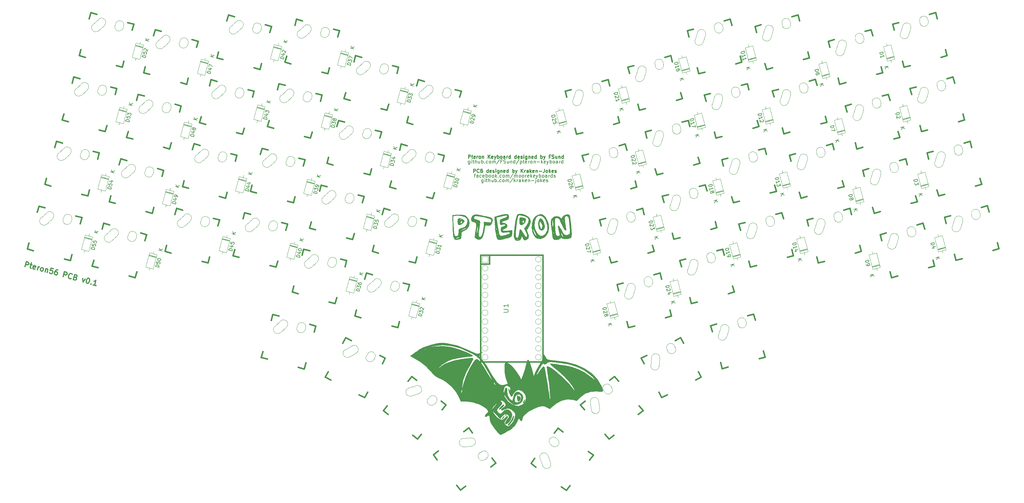
<source format=gbr>
%TF.GenerationSoftware,KiCad,Pcbnew,(5.1.9)-1*%
%TF.CreationDate,2021-03-20T23:04:42-06:00*%
%TF.ProjectId,Pteron56v0,50746572-6f6e-4353-9676-302e6b696361,rev?*%
%TF.SameCoordinates,Original*%
%TF.FileFunction,Legend,Top*%
%TF.FilePolarity,Positive*%
%FSLAX46Y46*%
G04 Gerber Fmt 4.6, Leading zero omitted, Abs format (unit mm)*
G04 Created by KiCad (PCBNEW (5.1.9)-1) date 2021-03-20 23:04:42*
%MOMM*%
%LPD*%
G01*
G04 APERTURE LIST*
%ADD10C,0.300000*%
%ADD11C,0.150000*%
%ADD12C,0.250000*%
%ADD13C,0.010000*%
%ADD14C,0.381000*%
%ADD15C,0.120000*%
%ADD16C,0.100000*%
%ADD17C,0.203200*%
G04 APERTURE END LIST*
D10*
X18915418Y-116972259D02*
X19303647Y-115523370D01*
X19855605Y-115671267D01*
X19975107Y-115777235D01*
X20025615Y-115864717D01*
X20057635Y-116021194D01*
X20002174Y-116228178D01*
X19896205Y-116347680D01*
X19808723Y-116398188D01*
X19652247Y-116430208D01*
X19100289Y-116282312D01*
X20416142Y-116339100D02*
X20968100Y-116486997D01*
X20752536Y-115911599D02*
X20419768Y-117153503D01*
X20451789Y-117309980D01*
X20571291Y-117415949D01*
X20709281Y-117452923D01*
X21762688Y-117661234D02*
X21606212Y-117693255D01*
X21330233Y-117619306D01*
X21210731Y-117513337D01*
X21178710Y-117356861D01*
X21326607Y-116804903D01*
X21432576Y-116685401D01*
X21589052Y-116653381D01*
X21865031Y-116727329D01*
X21984533Y-116833298D01*
X22016554Y-116989774D01*
X21979580Y-117127764D01*
X21252658Y-117080882D01*
X22434148Y-117915100D02*
X22692967Y-116949174D01*
X22619019Y-117225153D02*
X22724988Y-117105650D01*
X22812470Y-117055143D01*
X22968946Y-117023122D01*
X23106936Y-117060096D01*
X23538063Y-118210893D02*
X23418561Y-118104924D01*
X23368054Y-118017442D01*
X23336033Y-117860966D01*
X23446955Y-117446997D01*
X23552924Y-117327495D01*
X23640406Y-117276987D01*
X23796883Y-117244967D01*
X24003867Y-117300428D01*
X24123369Y-117406397D01*
X24173877Y-117493879D01*
X24205897Y-117650355D01*
X24094975Y-118064323D01*
X23989006Y-118183826D01*
X23901524Y-118234333D01*
X23745048Y-118266354D01*
X23538063Y-118210893D01*
X24900798Y-117540760D02*
X24641979Y-118506686D01*
X24863824Y-117678750D02*
X24951305Y-117628242D01*
X25107782Y-117596221D01*
X25314766Y-117651683D01*
X25434268Y-117757651D01*
X25466289Y-117914128D01*
X25262931Y-118673070D01*
X27031054Y-117593922D02*
X26341107Y-117409052D01*
X26087241Y-118080512D01*
X26174723Y-118030004D01*
X26331199Y-117997983D01*
X26676173Y-118090419D01*
X26795675Y-118196388D01*
X26846183Y-118283869D01*
X26878203Y-118440346D01*
X26785768Y-118785319D01*
X26679799Y-118904822D01*
X26592317Y-118955329D01*
X26435841Y-118987350D01*
X26090867Y-118894914D01*
X25971365Y-118788946D01*
X25920858Y-118701464D01*
X28341953Y-117945177D02*
X28065974Y-117871228D01*
X27909498Y-117903249D01*
X27822016Y-117953757D01*
X27628565Y-118123767D01*
X27485622Y-118381258D01*
X27337726Y-118933216D01*
X27369746Y-119089692D01*
X27420254Y-119177174D01*
X27539756Y-119283143D01*
X27815735Y-119357091D01*
X27972211Y-119325071D01*
X28059693Y-119274563D01*
X28165662Y-119155061D01*
X28258097Y-118810087D01*
X28226077Y-118653611D01*
X28175569Y-118566129D01*
X28056067Y-118460160D01*
X27780088Y-118386212D01*
X27623612Y-118418232D01*
X27536130Y-118468740D01*
X27430161Y-118588242D01*
X29816581Y-119893217D02*
X30204810Y-118444328D01*
X30756768Y-118592224D01*
X30876270Y-118698193D01*
X30926778Y-118785675D01*
X30958798Y-118942151D01*
X30903337Y-119149136D01*
X30797368Y-119268638D01*
X30709886Y-119319146D01*
X30553410Y-119351166D01*
X30001452Y-119203270D01*
X32130381Y-120365301D02*
X32042899Y-120415808D01*
X31817428Y-120429342D01*
X31679438Y-120392368D01*
X31490941Y-120267912D01*
X31389926Y-120092948D01*
X31357905Y-119936472D01*
X31362859Y-119642006D01*
X31418320Y-119435022D01*
X31561263Y-119177530D01*
X31667232Y-119058028D01*
X31842196Y-118957012D01*
X32067667Y-118943479D01*
X32205656Y-118980453D01*
X32394153Y-119104909D01*
X32444661Y-119192391D01*
X33400680Y-120040141D02*
X33589177Y-120164597D01*
X33639684Y-120252079D01*
X33671705Y-120408556D01*
X33616244Y-120615540D01*
X33510275Y-120735042D01*
X33422793Y-120785550D01*
X33266316Y-120817570D01*
X32714359Y-120669674D01*
X33102587Y-119220785D01*
X33585550Y-119350194D01*
X33705053Y-119456163D01*
X33755560Y-119543645D01*
X33787581Y-119700122D01*
X33750607Y-119838111D01*
X33644638Y-119957613D01*
X33557156Y-120008121D01*
X33400680Y-120040141D01*
X32917717Y-119910732D01*
X35387992Y-120350795D02*
X35474147Y-121409157D01*
X36077939Y-120535666D01*
X37035285Y-120274548D02*
X37173275Y-120311522D01*
X37292777Y-120417491D01*
X37343285Y-120504973D01*
X37375305Y-120661449D01*
X37370352Y-120955915D01*
X37277916Y-121300889D01*
X37134973Y-121558381D01*
X37029005Y-121677883D01*
X36941523Y-121728391D01*
X36785046Y-121760411D01*
X36647057Y-121723437D01*
X36527555Y-121617468D01*
X36477047Y-121529986D01*
X36445026Y-121373510D01*
X36449980Y-121079044D01*
X36542415Y-120734070D01*
X36685358Y-120476579D01*
X36791327Y-120357076D01*
X36878809Y-120306569D01*
X37035285Y-120274548D01*
X37787946Y-121881241D02*
X37838454Y-121968722D01*
X37750972Y-122019230D01*
X37700464Y-121931748D01*
X37787946Y-121881241D01*
X37750972Y-122019230D01*
X39199861Y-122407459D02*
X38371924Y-122185614D01*
X38785893Y-122296536D02*
X39174121Y-120847647D01*
X38980671Y-121017657D01*
X38805707Y-121118673D01*
X38649231Y-121150693D01*
D11*
X149718623Y-92127351D02*
X149718623Y-92936875D01*
X149671004Y-93032113D01*
X149623385Y-93079732D01*
X149528147Y-93127351D01*
X149385290Y-93127351D01*
X149290052Y-93079732D01*
X149718623Y-92746398D02*
X149623385Y-92794017D01*
X149432909Y-92794017D01*
X149337671Y-92746398D01*
X149290052Y-92698779D01*
X149242433Y-92603541D01*
X149242433Y-92317827D01*
X149290052Y-92222589D01*
X149337671Y-92174970D01*
X149432909Y-92127351D01*
X149623385Y-92127351D01*
X149718623Y-92174970D01*
X150194814Y-92794017D02*
X150194814Y-92127351D01*
X150194814Y-91794017D02*
X150147194Y-91841637D01*
X150194814Y-91889256D01*
X150242433Y-91841637D01*
X150194814Y-91794017D01*
X150194814Y-91889256D01*
X150528147Y-92127351D02*
X150909099Y-92127351D01*
X150671004Y-91794017D02*
X150671004Y-92651160D01*
X150718623Y-92746398D01*
X150813861Y-92794017D01*
X150909099Y-92794017D01*
X151242433Y-92794017D02*
X151242433Y-91794017D01*
X151671004Y-92794017D02*
X151671004Y-92270208D01*
X151623385Y-92174970D01*
X151528147Y-92127351D01*
X151385290Y-92127351D01*
X151290052Y-92174970D01*
X151242433Y-92222589D01*
X152575766Y-92127351D02*
X152575766Y-92794017D01*
X152147194Y-92127351D02*
X152147194Y-92651160D01*
X152194814Y-92746398D01*
X152290052Y-92794017D01*
X152432909Y-92794017D01*
X152528147Y-92746398D01*
X152575766Y-92698779D01*
X153051956Y-92794017D02*
X153051956Y-91794017D01*
X153051956Y-92174970D02*
X153147194Y-92127351D01*
X153337671Y-92127351D01*
X153432909Y-92174970D01*
X153480528Y-92222589D01*
X153528147Y-92317827D01*
X153528147Y-92603541D01*
X153480528Y-92698779D01*
X153432909Y-92746398D01*
X153337671Y-92794017D01*
X153147194Y-92794017D01*
X153051956Y-92746398D01*
X153956718Y-92698779D02*
X154004337Y-92746398D01*
X153956718Y-92794017D01*
X153909099Y-92746398D01*
X153956718Y-92698779D01*
X153956718Y-92794017D01*
X154861480Y-92746398D02*
X154766242Y-92794017D01*
X154575766Y-92794017D01*
X154480528Y-92746398D01*
X154432909Y-92698779D01*
X154385290Y-92603541D01*
X154385290Y-92317827D01*
X154432909Y-92222589D01*
X154480528Y-92174970D01*
X154575766Y-92127351D01*
X154766242Y-92127351D01*
X154861480Y-92174970D01*
X155432909Y-92794017D02*
X155337671Y-92746398D01*
X155290052Y-92698779D01*
X155242433Y-92603541D01*
X155242433Y-92317827D01*
X155290052Y-92222589D01*
X155337671Y-92174970D01*
X155432909Y-92127351D01*
X155575766Y-92127351D01*
X155671004Y-92174970D01*
X155718623Y-92222589D01*
X155766242Y-92317827D01*
X155766242Y-92603541D01*
X155718623Y-92698779D01*
X155671004Y-92746398D01*
X155575766Y-92794017D01*
X155432909Y-92794017D01*
X156194814Y-92794017D02*
X156194814Y-92127351D01*
X156194814Y-92222589D02*
X156242433Y-92174970D01*
X156337671Y-92127351D01*
X156480528Y-92127351D01*
X156575766Y-92174970D01*
X156623385Y-92270208D01*
X156623385Y-92794017D01*
X156623385Y-92270208D02*
X156671004Y-92174970D01*
X156766242Y-92127351D01*
X156909099Y-92127351D01*
X157004337Y-92174970D01*
X157051956Y-92270208D01*
X157051956Y-92794017D01*
X158242433Y-91746398D02*
X157385290Y-93032113D01*
X158575766Y-92794017D02*
X158575766Y-91794017D01*
X158671004Y-92413065D02*
X158956718Y-92794017D01*
X158956718Y-92127351D02*
X158575766Y-92508303D01*
X159385290Y-92794017D02*
X159385290Y-92127351D01*
X159385290Y-92317827D02*
X159432909Y-92222589D01*
X159480528Y-92174970D01*
X159575766Y-92127351D01*
X159671004Y-92127351D01*
X160432909Y-92794017D02*
X160432909Y-92270208D01*
X160385290Y-92174970D01*
X160290052Y-92127351D01*
X160099575Y-92127351D01*
X160004337Y-92174970D01*
X160432909Y-92746398D02*
X160337671Y-92794017D01*
X160099575Y-92794017D01*
X160004337Y-92746398D01*
X159956718Y-92651160D01*
X159956718Y-92555922D01*
X160004337Y-92460684D01*
X160099575Y-92413065D01*
X160337671Y-92413065D01*
X160432909Y-92365446D01*
X160909099Y-92794017D02*
X160909099Y-91794017D01*
X161004337Y-92413065D02*
X161290052Y-92794017D01*
X161290052Y-92127351D02*
X160909099Y-92508303D01*
X162099575Y-92746398D02*
X162004337Y-92794017D01*
X161813861Y-92794017D01*
X161718623Y-92746398D01*
X161671004Y-92651160D01*
X161671004Y-92270208D01*
X161718623Y-92174970D01*
X161813861Y-92127351D01*
X162004337Y-92127351D01*
X162099575Y-92174970D01*
X162147194Y-92270208D01*
X162147194Y-92365446D01*
X161671004Y-92460684D01*
X162575766Y-92127351D02*
X162575766Y-92794017D01*
X162575766Y-92222589D02*
X162623385Y-92174970D01*
X162718623Y-92127351D01*
X162861480Y-92127351D01*
X162956718Y-92174970D01*
X163004337Y-92270208D01*
X163004337Y-92794017D01*
X163480528Y-92413065D02*
X164242433Y-92413065D01*
X164718623Y-92127351D02*
X164718623Y-92984494D01*
X164671004Y-93079732D01*
X164575766Y-93127351D01*
X164528147Y-93127351D01*
X164718623Y-91794017D02*
X164671004Y-91841637D01*
X164718623Y-91889256D01*
X164766242Y-91841637D01*
X164718623Y-91794017D01*
X164718623Y-91889256D01*
X165337671Y-92794017D02*
X165242433Y-92746398D01*
X165194814Y-92698779D01*
X165147194Y-92603541D01*
X165147194Y-92317827D01*
X165194814Y-92222589D01*
X165242433Y-92174970D01*
X165337671Y-92127351D01*
X165480528Y-92127351D01*
X165575766Y-92174970D01*
X165623385Y-92222589D01*
X165671004Y-92317827D01*
X165671004Y-92603541D01*
X165623385Y-92698779D01*
X165575766Y-92746398D01*
X165480528Y-92794017D01*
X165337671Y-92794017D01*
X166099575Y-92794017D02*
X166099575Y-91794017D01*
X166194814Y-92413065D02*
X166480528Y-92794017D01*
X166480528Y-92127351D02*
X166099575Y-92508303D01*
X167290052Y-92746398D02*
X167194814Y-92794017D01*
X167004337Y-92794017D01*
X166909099Y-92746398D01*
X166861480Y-92651160D01*
X166861480Y-92270208D01*
X166909099Y-92174970D01*
X167004337Y-92127351D01*
X167194814Y-92127351D01*
X167290052Y-92174970D01*
X167337671Y-92270208D01*
X167337671Y-92365446D01*
X166861480Y-92460684D01*
X167718623Y-92746398D02*
X167813861Y-92794017D01*
X168004337Y-92794017D01*
X168099575Y-92746398D01*
X168147194Y-92651160D01*
X168147194Y-92603541D01*
X168099575Y-92508303D01*
X168004337Y-92460684D01*
X167861480Y-92460684D01*
X167766242Y-92413065D01*
X167718623Y-92317827D01*
X167718623Y-92270208D01*
X167766242Y-92174970D01*
X167861480Y-92127351D01*
X168004337Y-92127351D01*
X168099575Y-92174970D01*
X147169514Y-90814850D02*
X147550466Y-90814850D01*
X147312371Y-91481516D02*
X147312371Y-90624374D01*
X147359990Y-90529136D01*
X147455228Y-90481516D01*
X147550466Y-90481516D01*
X148312371Y-91481516D02*
X148312371Y-90957707D01*
X148264752Y-90862469D01*
X148169514Y-90814850D01*
X147979038Y-90814850D01*
X147883800Y-90862469D01*
X148312371Y-91433897D02*
X148217133Y-91481516D01*
X147979038Y-91481516D01*
X147883800Y-91433897D01*
X147836181Y-91338659D01*
X147836181Y-91243421D01*
X147883800Y-91148183D01*
X147979038Y-91100564D01*
X148217133Y-91100564D01*
X148312371Y-91052945D01*
X149217133Y-91433897D02*
X149121895Y-91481516D01*
X148931419Y-91481516D01*
X148836181Y-91433897D01*
X148788561Y-91386278D01*
X148740942Y-91291040D01*
X148740942Y-91005326D01*
X148788561Y-90910088D01*
X148836181Y-90862469D01*
X148931419Y-90814850D01*
X149121895Y-90814850D01*
X149217133Y-90862469D01*
X150026657Y-91433897D02*
X149931419Y-91481516D01*
X149740942Y-91481516D01*
X149645704Y-91433897D01*
X149598085Y-91338659D01*
X149598085Y-90957707D01*
X149645704Y-90862469D01*
X149740942Y-90814850D01*
X149931419Y-90814850D01*
X150026657Y-90862469D01*
X150074276Y-90957707D01*
X150074276Y-91052945D01*
X149598085Y-91148183D01*
X150502847Y-91481516D02*
X150502847Y-90481516D01*
X150502847Y-90862469D02*
X150598085Y-90814850D01*
X150788561Y-90814850D01*
X150883800Y-90862469D01*
X150931419Y-90910088D01*
X150979038Y-91005326D01*
X150979038Y-91291040D01*
X150931419Y-91386278D01*
X150883800Y-91433897D01*
X150788561Y-91481516D01*
X150598085Y-91481516D01*
X150502847Y-91433897D01*
X151550466Y-91481516D02*
X151455228Y-91433897D01*
X151407609Y-91386278D01*
X151359990Y-91291040D01*
X151359990Y-91005326D01*
X151407609Y-90910088D01*
X151455228Y-90862469D01*
X151550466Y-90814850D01*
X151693323Y-90814850D01*
X151788561Y-90862469D01*
X151836181Y-90910088D01*
X151883800Y-91005326D01*
X151883800Y-91291040D01*
X151836181Y-91386278D01*
X151788561Y-91433897D01*
X151693323Y-91481516D01*
X151550466Y-91481516D01*
X152455228Y-91481516D02*
X152359990Y-91433897D01*
X152312371Y-91386278D01*
X152264752Y-91291040D01*
X152264752Y-91005326D01*
X152312371Y-90910088D01*
X152359990Y-90862469D01*
X152455228Y-90814850D01*
X152598085Y-90814850D01*
X152693323Y-90862469D01*
X152740942Y-90910088D01*
X152788561Y-91005326D01*
X152788561Y-91291040D01*
X152740942Y-91386278D01*
X152693323Y-91433897D01*
X152598085Y-91481516D01*
X152455228Y-91481516D01*
X153217133Y-91481516D02*
X153217133Y-90481516D01*
X153312371Y-91100564D02*
X153598085Y-91481516D01*
X153598085Y-90814850D02*
X153217133Y-91195802D01*
X154026657Y-91386278D02*
X154074276Y-91433897D01*
X154026657Y-91481516D01*
X153979038Y-91433897D01*
X154026657Y-91386278D01*
X154026657Y-91481516D01*
X154931419Y-91433897D02*
X154836181Y-91481516D01*
X154645704Y-91481516D01*
X154550466Y-91433897D01*
X154502847Y-91386278D01*
X154455228Y-91291040D01*
X154455228Y-91005326D01*
X154502847Y-90910088D01*
X154550466Y-90862469D01*
X154645704Y-90814850D01*
X154836181Y-90814850D01*
X154931419Y-90862469D01*
X155502847Y-91481516D02*
X155407609Y-91433897D01*
X155359990Y-91386278D01*
X155312371Y-91291040D01*
X155312371Y-91005326D01*
X155359990Y-90910088D01*
X155407609Y-90862469D01*
X155502847Y-90814850D01*
X155645704Y-90814850D01*
X155740942Y-90862469D01*
X155788561Y-90910088D01*
X155836181Y-91005326D01*
X155836181Y-91291040D01*
X155788561Y-91386278D01*
X155740942Y-91433897D01*
X155645704Y-91481516D01*
X155502847Y-91481516D01*
X156264752Y-91481516D02*
X156264752Y-90814850D01*
X156264752Y-90910088D02*
X156312371Y-90862469D01*
X156407609Y-90814850D01*
X156550466Y-90814850D01*
X156645704Y-90862469D01*
X156693323Y-90957707D01*
X156693323Y-91481516D01*
X156693323Y-90957707D02*
X156740942Y-90862469D01*
X156836181Y-90814850D01*
X156979038Y-90814850D01*
X157074276Y-90862469D01*
X157121895Y-90957707D01*
X157121895Y-91481516D01*
X158312371Y-90433897D02*
X157455228Y-91719612D01*
X158645704Y-91481516D02*
X158645704Y-90814850D01*
X158645704Y-90910088D02*
X158693323Y-90862469D01*
X158788561Y-90814850D01*
X158931419Y-90814850D01*
X159026657Y-90862469D01*
X159074276Y-90957707D01*
X159074276Y-91481516D01*
X159074276Y-90957707D02*
X159121895Y-90862469D01*
X159217133Y-90814850D01*
X159359990Y-90814850D01*
X159455228Y-90862469D01*
X159502847Y-90957707D01*
X159502847Y-91481516D01*
X160121895Y-91481516D02*
X160026657Y-91433897D01*
X159979038Y-91386278D01*
X159931419Y-91291040D01*
X159931419Y-91005326D01*
X159979038Y-90910088D01*
X160026657Y-90862469D01*
X160121895Y-90814850D01*
X160264752Y-90814850D01*
X160359990Y-90862469D01*
X160407609Y-90910088D01*
X160455228Y-91005326D01*
X160455228Y-91291040D01*
X160407609Y-91386278D01*
X160359990Y-91433897D01*
X160264752Y-91481516D01*
X160121895Y-91481516D01*
X161026657Y-91481516D02*
X160931419Y-91433897D01*
X160883800Y-91386278D01*
X160836181Y-91291040D01*
X160836181Y-91005326D01*
X160883800Y-90910088D01*
X160931419Y-90862469D01*
X161026657Y-90814850D01*
X161169514Y-90814850D01*
X161264752Y-90862469D01*
X161312371Y-90910088D01*
X161359990Y-91005326D01*
X161359990Y-91291040D01*
X161312371Y-91386278D01*
X161264752Y-91433897D01*
X161169514Y-91481516D01*
X161026657Y-91481516D01*
X161788561Y-91481516D02*
X161788561Y-90814850D01*
X161788561Y-91005326D02*
X161836181Y-90910088D01*
X161883800Y-90862469D01*
X161979038Y-90814850D01*
X162074276Y-90814850D01*
X162788561Y-91433897D02*
X162693323Y-91481516D01*
X162502847Y-91481516D01*
X162407609Y-91433897D01*
X162359990Y-91338659D01*
X162359990Y-90957707D01*
X162407609Y-90862469D01*
X162502847Y-90814850D01*
X162693323Y-90814850D01*
X162788561Y-90862469D01*
X162836181Y-90957707D01*
X162836181Y-91052945D01*
X162359990Y-91148183D01*
X163264752Y-91481516D02*
X163264752Y-90481516D01*
X163359990Y-91100564D02*
X163645704Y-91481516D01*
X163645704Y-90814850D02*
X163264752Y-91195802D01*
X164455228Y-91433897D02*
X164359990Y-91481516D01*
X164169514Y-91481516D01*
X164074276Y-91433897D01*
X164026657Y-91338659D01*
X164026657Y-90957707D01*
X164074276Y-90862469D01*
X164169514Y-90814850D01*
X164359990Y-90814850D01*
X164455228Y-90862469D01*
X164502847Y-90957707D01*
X164502847Y-91052945D01*
X164026657Y-91148183D01*
X164836181Y-90814850D02*
X165074276Y-91481516D01*
X165312371Y-90814850D02*
X165074276Y-91481516D01*
X164979038Y-91719612D01*
X164931419Y-91767231D01*
X164836181Y-91814850D01*
X165693323Y-91481516D02*
X165693323Y-90481516D01*
X165693323Y-90862469D02*
X165788561Y-90814850D01*
X165979038Y-90814850D01*
X166074276Y-90862469D01*
X166121895Y-90910088D01*
X166169514Y-91005326D01*
X166169514Y-91291040D01*
X166121895Y-91386278D01*
X166074276Y-91433897D01*
X165979038Y-91481516D01*
X165788561Y-91481516D01*
X165693323Y-91433897D01*
X166740942Y-91481516D02*
X166645704Y-91433897D01*
X166598085Y-91386278D01*
X166550466Y-91291040D01*
X166550466Y-91005326D01*
X166598085Y-90910088D01*
X166645704Y-90862469D01*
X166740942Y-90814850D01*
X166883800Y-90814850D01*
X166979038Y-90862469D01*
X167026657Y-90910088D01*
X167074276Y-91005326D01*
X167074276Y-91291040D01*
X167026657Y-91386278D01*
X166979038Y-91433897D01*
X166883800Y-91481516D01*
X166740942Y-91481516D01*
X167931419Y-91481516D02*
X167931419Y-90957707D01*
X167883800Y-90862469D01*
X167788561Y-90814850D01*
X167598085Y-90814850D01*
X167502847Y-90862469D01*
X167931419Y-91433897D02*
X167836181Y-91481516D01*
X167598085Y-91481516D01*
X167502847Y-91433897D01*
X167455228Y-91338659D01*
X167455228Y-91243421D01*
X167502847Y-91148183D01*
X167598085Y-91100564D01*
X167836181Y-91100564D01*
X167931419Y-91052945D01*
X168407609Y-91481516D02*
X168407609Y-90814850D01*
X168407609Y-91005326D02*
X168455228Y-90910088D01*
X168502847Y-90862469D01*
X168598085Y-90814850D01*
X168693323Y-90814850D01*
X169455228Y-91481516D02*
X169455228Y-90481516D01*
X169455228Y-91433897D02*
X169359990Y-91481516D01*
X169169514Y-91481516D01*
X169074276Y-91433897D01*
X169026657Y-91386278D01*
X168979038Y-91291040D01*
X168979038Y-91005326D01*
X169026657Y-90910088D01*
X169074276Y-90862469D01*
X169169514Y-90814850D01*
X169359990Y-90814850D01*
X169455228Y-90862469D01*
X169883800Y-91433897D02*
X169979038Y-91481516D01*
X170169514Y-91481516D01*
X170264752Y-91433897D01*
X170312371Y-91338659D01*
X170312371Y-91291040D01*
X170264752Y-91195802D01*
X170169514Y-91148183D01*
X170026657Y-91148183D01*
X169931419Y-91100564D01*
X169883800Y-91005326D01*
X169883800Y-90957707D01*
X169931419Y-90862469D01*
X170026657Y-90814850D01*
X170169514Y-90814850D01*
X170264752Y-90862469D01*
D12*
X146950863Y-90093747D02*
X146950863Y-89093747D01*
X147331816Y-89093747D01*
X147427054Y-89141367D01*
X147474673Y-89188986D01*
X147522292Y-89284224D01*
X147522292Y-89427081D01*
X147474673Y-89522319D01*
X147427054Y-89569938D01*
X147331816Y-89617557D01*
X146950863Y-89617557D01*
X148522292Y-89998509D02*
X148474673Y-90046128D01*
X148331816Y-90093747D01*
X148236578Y-90093747D01*
X148093720Y-90046128D01*
X147998482Y-89950890D01*
X147950863Y-89855652D01*
X147903244Y-89665176D01*
X147903244Y-89522319D01*
X147950863Y-89331843D01*
X147998482Y-89236605D01*
X148093720Y-89141367D01*
X148236578Y-89093747D01*
X148331816Y-89093747D01*
X148474673Y-89141367D01*
X148522292Y-89188986D01*
X149284197Y-89569938D02*
X149427054Y-89617557D01*
X149474673Y-89665176D01*
X149522292Y-89760414D01*
X149522292Y-89903271D01*
X149474673Y-89998509D01*
X149427054Y-90046128D01*
X149331816Y-90093747D01*
X148950863Y-90093747D01*
X148950863Y-89093747D01*
X149284197Y-89093747D01*
X149379435Y-89141367D01*
X149427054Y-89188986D01*
X149474673Y-89284224D01*
X149474673Y-89379462D01*
X149427054Y-89474700D01*
X149379435Y-89522319D01*
X149284197Y-89569938D01*
X148950863Y-89569938D01*
X151141339Y-90093747D02*
X151141339Y-89093747D01*
X151141339Y-90046128D02*
X151046101Y-90093747D01*
X150855625Y-90093747D01*
X150760387Y-90046128D01*
X150712768Y-89998509D01*
X150665149Y-89903271D01*
X150665149Y-89617557D01*
X150712768Y-89522319D01*
X150760387Y-89474700D01*
X150855625Y-89427081D01*
X151046101Y-89427081D01*
X151141339Y-89474700D01*
X151998482Y-90046128D02*
X151903244Y-90093747D01*
X151712768Y-90093747D01*
X151617530Y-90046128D01*
X151569911Y-89950890D01*
X151569911Y-89569938D01*
X151617530Y-89474700D01*
X151712768Y-89427081D01*
X151903244Y-89427081D01*
X151998482Y-89474700D01*
X152046101Y-89569938D01*
X152046101Y-89665176D01*
X151569911Y-89760414D01*
X152427054Y-90046128D02*
X152522292Y-90093747D01*
X152712768Y-90093747D01*
X152808006Y-90046128D01*
X152855625Y-89950890D01*
X152855625Y-89903271D01*
X152808006Y-89808033D01*
X152712768Y-89760414D01*
X152569911Y-89760414D01*
X152474673Y-89712795D01*
X152427054Y-89617557D01*
X152427054Y-89569938D01*
X152474673Y-89474700D01*
X152569911Y-89427081D01*
X152712768Y-89427081D01*
X152808006Y-89474700D01*
X153284197Y-90093747D02*
X153284197Y-89427081D01*
X153284197Y-89093747D02*
X153236578Y-89141367D01*
X153284197Y-89188986D01*
X153331816Y-89141367D01*
X153284197Y-89093747D01*
X153284197Y-89188986D01*
X154188958Y-89427081D02*
X154188958Y-90236605D01*
X154141339Y-90331843D01*
X154093720Y-90379462D01*
X153998482Y-90427081D01*
X153855625Y-90427081D01*
X153760387Y-90379462D01*
X154188958Y-90046128D02*
X154093720Y-90093747D01*
X153903244Y-90093747D01*
X153808006Y-90046128D01*
X153760387Y-89998509D01*
X153712768Y-89903271D01*
X153712768Y-89617557D01*
X153760387Y-89522319D01*
X153808006Y-89474700D01*
X153903244Y-89427081D01*
X154093720Y-89427081D01*
X154188958Y-89474700D01*
X154665149Y-89427081D02*
X154665149Y-90093747D01*
X154665149Y-89522319D02*
X154712768Y-89474700D01*
X154808006Y-89427081D01*
X154950863Y-89427081D01*
X155046101Y-89474700D01*
X155093720Y-89569938D01*
X155093720Y-90093747D01*
X155950863Y-90046128D02*
X155855625Y-90093747D01*
X155665149Y-90093747D01*
X155569911Y-90046128D01*
X155522292Y-89950890D01*
X155522292Y-89569938D01*
X155569911Y-89474700D01*
X155665149Y-89427081D01*
X155855625Y-89427081D01*
X155950863Y-89474700D01*
X155998482Y-89569938D01*
X155998482Y-89665176D01*
X155522292Y-89760414D01*
X156855625Y-90093747D02*
X156855625Y-89093747D01*
X156855625Y-90046128D02*
X156760387Y-90093747D01*
X156569911Y-90093747D01*
X156474673Y-90046128D01*
X156427054Y-89998509D01*
X156379435Y-89903271D01*
X156379435Y-89617557D01*
X156427054Y-89522319D01*
X156474673Y-89474700D01*
X156569911Y-89427081D01*
X156760387Y-89427081D01*
X156855625Y-89474700D01*
X158093720Y-90093747D02*
X158093720Y-89093747D01*
X158093720Y-89474700D02*
X158188958Y-89427081D01*
X158379435Y-89427081D01*
X158474673Y-89474700D01*
X158522292Y-89522319D01*
X158569911Y-89617557D01*
X158569911Y-89903271D01*
X158522292Y-89998509D01*
X158474673Y-90046128D01*
X158379435Y-90093747D01*
X158188958Y-90093747D01*
X158093720Y-90046128D01*
X158903244Y-89427081D02*
X159141339Y-90093747D01*
X159379435Y-89427081D02*
X159141339Y-90093747D01*
X159046101Y-90331843D01*
X158998482Y-90379462D01*
X158903244Y-90427081D01*
X160522292Y-90093747D02*
X160522292Y-89093747D01*
X161093720Y-90093747D02*
X160665149Y-89522319D01*
X161093720Y-89093747D02*
X160522292Y-89665176D01*
X161522292Y-90093747D02*
X161522292Y-89427081D01*
X161522292Y-89617557D02*
X161569911Y-89522319D01*
X161617530Y-89474700D01*
X161712768Y-89427081D01*
X161808006Y-89427081D01*
X162569911Y-90093747D02*
X162569911Y-89569938D01*
X162522292Y-89474700D01*
X162427054Y-89427081D01*
X162236578Y-89427081D01*
X162141339Y-89474700D01*
X162569911Y-90046128D02*
X162474673Y-90093747D01*
X162236578Y-90093747D01*
X162141339Y-90046128D01*
X162093720Y-89950890D01*
X162093720Y-89855652D01*
X162141339Y-89760414D01*
X162236578Y-89712795D01*
X162474673Y-89712795D01*
X162569911Y-89665176D01*
X163046101Y-90093747D02*
X163046101Y-89093747D01*
X163141339Y-89712795D02*
X163427054Y-90093747D01*
X163427054Y-89427081D02*
X163046101Y-89808033D01*
X164236578Y-90046128D02*
X164141339Y-90093747D01*
X163950863Y-90093747D01*
X163855625Y-90046128D01*
X163808006Y-89950890D01*
X163808006Y-89569938D01*
X163855625Y-89474700D01*
X163950863Y-89427081D01*
X164141339Y-89427081D01*
X164236578Y-89474700D01*
X164284197Y-89569938D01*
X164284197Y-89665176D01*
X163808006Y-89760414D01*
X164712768Y-89427081D02*
X164712768Y-90093747D01*
X164712768Y-89522319D02*
X164760387Y-89474700D01*
X164855625Y-89427081D01*
X164998482Y-89427081D01*
X165093720Y-89474700D01*
X165141339Y-89569938D01*
X165141339Y-90093747D01*
X165617530Y-89712795D02*
X166379435Y-89712795D01*
X167141339Y-89093747D02*
X167141339Y-89808033D01*
X167093720Y-89950890D01*
X166998482Y-90046128D01*
X166855625Y-90093747D01*
X166760387Y-90093747D01*
X167760387Y-90093747D02*
X167665149Y-90046128D01*
X167617530Y-89998509D01*
X167569911Y-89903271D01*
X167569911Y-89617557D01*
X167617530Y-89522319D01*
X167665149Y-89474700D01*
X167760387Y-89427081D01*
X167903244Y-89427081D01*
X167998482Y-89474700D01*
X168046101Y-89522319D01*
X168093720Y-89617557D01*
X168093720Y-89903271D01*
X168046101Y-89998509D01*
X167998482Y-90046128D01*
X167903244Y-90093747D01*
X167760387Y-90093747D01*
X168522292Y-90093747D02*
X168522292Y-89093747D01*
X168617530Y-89712795D02*
X168903244Y-90093747D01*
X168903244Y-89427081D02*
X168522292Y-89808033D01*
X169712768Y-90046128D02*
X169617530Y-90093747D01*
X169427054Y-90093747D01*
X169331816Y-90046128D01*
X169284197Y-89950890D01*
X169284197Y-89569938D01*
X169331816Y-89474700D01*
X169427054Y-89427081D01*
X169617530Y-89427081D01*
X169712768Y-89474700D01*
X169760387Y-89569938D01*
X169760387Y-89665176D01*
X169284197Y-89760414D01*
X170141339Y-90046128D02*
X170236578Y-90093747D01*
X170427054Y-90093747D01*
X170522292Y-90046128D01*
X170569911Y-89950890D01*
X170569911Y-89903271D01*
X170522292Y-89808033D01*
X170427054Y-89760414D01*
X170284197Y-89760414D01*
X170188958Y-89712795D01*
X170141339Y-89617557D01*
X170141339Y-89569938D01*
X170188958Y-89474700D01*
X170284197Y-89427081D01*
X170427054Y-89427081D01*
X170522292Y-89474700D01*
D11*
X145880824Y-86802081D02*
X145880824Y-87611605D01*
X145833205Y-87706843D01*
X145785586Y-87754462D01*
X145690348Y-87802081D01*
X145547491Y-87802081D01*
X145452253Y-87754462D01*
X145880824Y-87421128D02*
X145785586Y-87468747D01*
X145595110Y-87468747D01*
X145499872Y-87421128D01*
X145452253Y-87373509D01*
X145404634Y-87278271D01*
X145404634Y-86992557D01*
X145452253Y-86897319D01*
X145499872Y-86849700D01*
X145595110Y-86802081D01*
X145785586Y-86802081D01*
X145880824Y-86849700D01*
X146357015Y-87468747D02*
X146357015Y-86802081D01*
X146357015Y-86468747D02*
X146309396Y-86516367D01*
X146357015Y-86563986D01*
X146404634Y-86516367D01*
X146357015Y-86468747D01*
X146357015Y-86563986D01*
X146690348Y-86802081D02*
X147071301Y-86802081D01*
X146833205Y-86468747D02*
X146833205Y-87325890D01*
X146880824Y-87421128D01*
X146976063Y-87468747D01*
X147071301Y-87468747D01*
X147404634Y-87468747D02*
X147404634Y-86468747D01*
X147833205Y-87468747D02*
X147833205Y-86944938D01*
X147785586Y-86849700D01*
X147690348Y-86802081D01*
X147547491Y-86802081D01*
X147452253Y-86849700D01*
X147404634Y-86897319D01*
X148737967Y-86802081D02*
X148737967Y-87468747D01*
X148309396Y-86802081D02*
X148309396Y-87325890D01*
X148357015Y-87421128D01*
X148452253Y-87468747D01*
X148595110Y-87468747D01*
X148690348Y-87421128D01*
X148737967Y-87373509D01*
X149214158Y-87468747D02*
X149214158Y-86468747D01*
X149214158Y-86849700D02*
X149309396Y-86802081D01*
X149499872Y-86802081D01*
X149595110Y-86849700D01*
X149642729Y-86897319D01*
X149690348Y-86992557D01*
X149690348Y-87278271D01*
X149642729Y-87373509D01*
X149595110Y-87421128D01*
X149499872Y-87468747D01*
X149309396Y-87468747D01*
X149214158Y-87421128D01*
X150118920Y-87373509D02*
X150166539Y-87421128D01*
X150118920Y-87468747D01*
X150071301Y-87421128D01*
X150118920Y-87373509D01*
X150118920Y-87468747D01*
X151023682Y-87421128D02*
X150928443Y-87468747D01*
X150737967Y-87468747D01*
X150642729Y-87421128D01*
X150595110Y-87373509D01*
X150547491Y-87278271D01*
X150547491Y-86992557D01*
X150595110Y-86897319D01*
X150642729Y-86849700D01*
X150737967Y-86802081D01*
X150928443Y-86802081D01*
X151023682Y-86849700D01*
X151595110Y-87468747D02*
X151499872Y-87421128D01*
X151452253Y-87373509D01*
X151404634Y-87278271D01*
X151404634Y-86992557D01*
X151452253Y-86897319D01*
X151499872Y-86849700D01*
X151595110Y-86802081D01*
X151737967Y-86802081D01*
X151833205Y-86849700D01*
X151880824Y-86897319D01*
X151928443Y-86992557D01*
X151928443Y-87278271D01*
X151880824Y-87373509D01*
X151833205Y-87421128D01*
X151737967Y-87468747D01*
X151595110Y-87468747D01*
X152357015Y-87468747D02*
X152357015Y-86802081D01*
X152357015Y-86897319D02*
X152404634Y-86849700D01*
X152499872Y-86802081D01*
X152642729Y-86802081D01*
X152737967Y-86849700D01*
X152785586Y-86944938D01*
X152785586Y-87468747D01*
X152785586Y-86944938D02*
X152833205Y-86849700D01*
X152928443Y-86802081D01*
X153071301Y-86802081D01*
X153166539Y-86849700D01*
X153214158Y-86944938D01*
X153214158Y-87468747D01*
X154404634Y-86421128D02*
X153547491Y-87706843D01*
X155071301Y-86944938D02*
X154737967Y-86944938D01*
X154737967Y-87468747D02*
X154737967Y-86468747D01*
X155214158Y-86468747D01*
X155547491Y-87421128D02*
X155690348Y-87468747D01*
X155928443Y-87468747D01*
X156023682Y-87421128D01*
X156071301Y-87373509D01*
X156118920Y-87278271D01*
X156118920Y-87183033D01*
X156071301Y-87087795D01*
X156023682Y-87040176D01*
X155928443Y-86992557D01*
X155737967Y-86944938D01*
X155642729Y-86897319D01*
X155595110Y-86849700D01*
X155547491Y-86754462D01*
X155547491Y-86659224D01*
X155595110Y-86563986D01*
X155642729Y-86516367D01*
X155737967Y-86468747D01*
X155976062Y-86468747D01*
X156118920Y-86516367D01*
X156976062Y-86802081D02*
X156976062Y-87468747D01*
X156547491Y-86802081D02*
X156547491Y-87325890D01*
X156595110Y-87421128D01*
X156690348Y-87468747D01*
X156833205Y-87468747D01*
X156928443Y-87421128D01*
X156976062Y-87373509D01*
X157452253Y-86802081D02*
X157452253Y-87468747D01*
X157452253Y-86897319D02*
X157499872Y-86849700D01*
X157595110Y-86802081D01*
X157737967Y-86802081D01*
X157833205Y-86849700D01*
X157880824Y-86944938D01*
X157880824Y-87468747D01*
X158785586Y-87468747D02*
X158785586Y-86468747D01*
X158785586Y-87421128D02*
X158690348Y-87468747D01*
X158499872Y-87468747D01*
X158404634Y-87421128D01*
X158357015Y-87373509D01*
X158309396Y-87278271D01*
X158309396Y-86992557D01*
X158357015Y-86897319D01*
X158404634Y-86849700D01*
X158499872Y-86802081D01*
X158690348Y-86802081D01*
X158785586Y-86849700D01*
X159976062Y-86421128D02*
X159118920Y-87706843D01*
X160309396Y-86802081D02*
X160309396Y-87802081D01*
X160309396Y-86849700D02*
X160404634Y-86802081D01*
X160595110Y-86802081D01*
X160690348Y-86849700D01*
X160737967Y-86897319D01*
X160785586Y-86992557D01*
X160785586Y-87278271D01*
X160737967Y-87373509D01*
X160690348Y-87421128D01*
X160595110Y-87468747D01*
X160404634Y-87468747D01*
X160309396Y-87421128D01*
X161071301Y-86802081D02*
X161452253Y-86802081D01*
X161214158Y-86468747D02*
X161214158Y-87325890D01*
X161261777Y-87421128D01*
X161357015Y-87468747D01*
X161452253Y-87468747D01*
X162166539Y-87421128D02*
X162071301Y-87468747D01*
X161880824Y-87468747D01*
X161785586Y-87421128D01*
X161737967Y-87325890D01*
X161737967Y-86944938D01*
X161785586Y-86849700D01*
X161880824Y-86802081D01*
X162071301Y-86802081D01*
X162166539Y-86849700D01*
X162214158Y-86944938D01*
X162214158Y-87040176D01*
X161737967Y-87135414D01*
X162642729Y-87468747D02*
X162642729Y-86802081D01*
X162642729Y-86992557D02*
X162690348Y-86897319D01*
X162737967Y-86849700D01*
X162833205Y-86802081D01*
X162928443Y-86802081D01*
X163404634Y-87468747D02*
X163309396Y-87421128D01*
X163261777Y-87373509D01*
X163214158Y-87278271D01*
X163214158Y-86992557D01*
X163261777Y-86897319D01*
X163309396Y-86849700D01*
X163404634Y-86802081D01*
X163547491Y-86802081D01*
X163642729Y-86849700D01*
X163690348Y-86897319D01*
X163737967Y-86992557D01*
X163737967Y-87278271D01*
X163690348Y-87373509D01*
X163642729Y-87421128D01*
X163547491Y-87468747D01*
X163404634Y-87468747D01*
X164166539Y-86802081D02*
X164166539Y-87468747D01*
X164166539Y-86897319D02*
X164214158Y-86849700D01*
X164309396Y-86802081D01*
X164452253Y-86802081D01*
X164547491Y-86849700D01*
X164595110Y-86944938D01*
X164595110Y-87468747D01*
X165071301Y-87087795D02*
X165833205Y-87087795D01*
X166309396Y-87468747D02*
X166309396Y-86468747D01*
X166404634Y-87087795D02*
X166690348Y-87468747D01*
X166690348Y-86802081D02*
X166309396Y-87183033D01*
X167499872Y-87421128D02*
X167404634Y-87468747D01*
X167214158Y-87468747D01*
X167118920Y-87421128D01*
X167071301Y-87325890D01*
X167071301Y-86944938D01*
X167118920Y-86849700D01*
X167214158Y-86802081D01*
X167404634Y-86802081D01*
X167499872Y-86849700D01*
X167547491Y-86944938D01*
X167547491Y-87040176D01*
X167071301Y-87135414D01*
X167880824Y-86802081D02*
X168118920Y-87468747D01*
X168357015Y-86802081D02*
X168118920Y-87468747D01*
X168023682Y-87706843D01*
X167976062Y-87754462D01*
X167880824Y-87802081D01*
X168737967Y-87468747D02*
X168737967Y-86468747D01*
X168737967Y-86849700D02*
X168833205Y-86802081D01*
X169023682Y-86802081D01*
X169118920Y-86849700D01*
X169166539Y-86897319D01*
X169214158Y-86992557D01*
X169214158Y-87278271D01*
X169166539Y-87373509D01*
X169118920Y-87421128D01*
X169023682Y-87468747D01*
X168833205Y-87468747D01*
X168737967Y-87421128D01*
X169785586Y-87468747D02*
X169690348Y-87421128D01*
X169642729Y-87373509D01*
X169595110Y-87278271D01*
X169595110Y-86992557D01*
X169642729Y-86897319D01*
X169690348Y-86849700D01*
X169785586Y-86802081D01*
X169928443Y-86802081D01*
X170023682Y-86849700D01*
X170071301Y-86897319D01*
X170118920Y-86992557D01*
X170118920Y-87278271D01*
X170071301Y-87373509D01*
X170023682Y-87421128D01*
X169928443Y-87468747D01*
X169785586Y-87468747D01*
X170976062Y-87468747D02*
X170976062Y-86944938D01*
X170928443Y-86849700D01*
X170833205Y-86802081D01*
X170642729Y-86802081D01*
X170547491Y-86849700D01*
X170976062Y-87421128D02*
X170880824Y-87468747D01*
X170642729Y-87468747D01*
X170547491Y-87421128D01*
X170499872Y-87325890D01*
X170499872Y-87230652D01*
X170547491Y-87135414D01*
X170642729Y-87087795D01*
X170880824Y-87087795D01*
X170976062Y-87040176D01*
X171452253Y-87468747D02*
X171452253Y-86802081D01*
X171452253Y-86992557D02*
X171499872Y-86897319D01*
X171547491Y-86849700D01*
X171642729Y-86802081D01*
X171737967Y-86802081D01*
X172499872Y-87468747D02*
X172499872Y-86468747D01*
X172499872Y-87421128D02*
X172404634Y-87468747D01*
X172214158Y-87468747D01*
X172118920Y-87421128D01*
X172071301Y-87373509D01*
X172023682Y-87278271D01*
X172023682Y-86992557D01*
X172071301Y-86897319D01*
X172118920Y-86849700D01*
X172214158Y-86802081D01*
X172404634Y-86802081D01*
X172499872Y-86849700D01*
D12*
X145470207Y-86062499D02*
X145470207Y-85062499D01*
X145851160Y-85062499D01*
X145946398Y-85110119D01*
X145994017Y-85157738D01*
X146041636Y-85252976D01*
X146041636Y-85395833D01*
X145994017Y-85491071D01*
X145946398Y-85538690D01*
X145851160Y-85586309D01*
X145470207Y-85586309D01*
X146327350Y-85395833D02*
X146708303Y-85395833D01*
X146470207Y-85062499D02*
X146470207Y-85919642D01*
X146517827Y-86014880D01*
X146613065Y-86062499D01*
X146708303Y-86062499D01*
X147422588Y-86014880D02*
X147327350Y-86062499D01*
X147136874Y-86062499D01*
X147041636Y-86014880D01*
X146994017Y-85919642D01*
X146994017Y-85538690D01*
X147041636Y-85443452D01*
X147136874Y-85395833D01*
X147327350Y-85395833D01*
X147422588Y-85443452D01*
X147470207Y-85538690D01*
X147470207Y-85633928D01*
X146994017Y-85729166D01*
X147898779Y-86062499D02*
X147898779Y-85395833D01*
X147898779Y-85586309D02*
X147946398Y-85491071D01*
X147994017Y-85443452D01*
X148089255Y-85395833D01*
X148184493Y-85395833D01*
X148660684Y-86062499D02*
X148565446Y-86014880D01*
X148517827Y-85967261D01*
X148470207Y-85872023D01*
X148470207Y-85586309D01*
X148517827Y-85491071D01*
X148565446Y-85443452D01*
X148660684Y-85395833D01*
X148803541Y-85395833D01*
X148898779Y-85443452D01*
X148946398Y-85491071D01*
X148994017Y-85586309D01*
X148994017Y-85872023D01*
X148946398Y-85967261D01*
X148898779Y-86014880D01*
X148803541Y-86062499D01*
X148660684Y-86062499D01*
X149422588Y-85395833D02*
X149422588Y-86062499D01*
X149422588Y-85491071D02*
X149470207Y-85443452D01*
X149565446Y-85395833D01*
X149708303Y-85395833D01*
X149803541Y-85443452D01*
X149851160Y-85538690D01*
X149851160Y-86062499D01*
X151089255Y-86062499D02*
X151089255Y-85062499D01*
X151660684Y-86062499D02*
X151232112Y-85491071D01*
X151660684Y-85062499D02*
X151089255Y-85633928D01*
X152470207Y-86014880D02*
X152374969Y-86062499D01*
X152184493Y-86062499D01*
X152089255Y-86014880D01*
X152041636Y-85919642D01*
X152041636Y-85538690D01*
X152089255Y-85443452D01*
X152184493Y-85395833D01*
X152374969Y-85395833D01*
X152470207Y-85443452D01*
X152517827Y-85538690D01*
X152517827Y-85633928D01*
X152041636Y-85729166D01*
X152851160Y-85395833D02*
X153089255Y-86062499D01*
X153327350Y-85395833D02*
X153089255Y-86062499D01*
X152994017Y-86300595D01*
X152946398Y-86348214D01*
X152851160Y-86395833D01*
X153708303Y-86062499D02*
X153708303Y-85062499D01*
X153708303Y-85443452D02*
X153803541Y-85395833D01*
X153994017Y-85395833D01*
X154089255Y-85443452D01*
X154136874Y-85491071D01*
X154184493Y-85586309D01*
X154184493Y-85872023D01*
X154136874Y-85967261D01*
X154089255Y-86014880D01*
X153994017Y-86062499D01*
X153803541Y-86062499D01*
X153708303Y-86014880D01*
X154755922Y-86062499D02*
X154660684Y-86014880D01*
X154613065Y-85967261D01*
X154565446Y-85872023D01*
X154565446Y-85586309D01*
X154613065Y-85491071D01*
X154660684Y-85443452D01*
X154755922Y-85395833D01*
X154898779Y-85395833D01*
X154994017Y-85443452D01*
X155041636Y-85491071D01*
X155089255Y-85586309D01*
X155089255Y-85872023D01*
X155041636Y-85967261D01*
X154994017Y-86014880D01*
X154898779Y-86062499D01*
X154755922Y-86062499D01*
X155946398Y-86062499D02*
X155946398Y-85538690D01*
X155898779Y-85443452D01*
X155803541Y-85395833D01*
X155613065Y-85395833D01*
X155517827Y-85443452D01*
X155946398Y-86014880D02*
X155851160Y-86062499D01*
X155613065Y-86062499D01*
X155517827Y-86014880D01*
X155470207Y-85919642D01*
X155470207Y-85824404D01*
X155517827Y-85729166D01*
X155613065Y-85681547D01*
X155851160Y-85681547D01*
X155946398Y-85633928D01*
X156422588Y-86062499D02*
X156422588Y-85395833D01*
X156422588Y-85586309D02*
X156470207Y-85491071D01*
X156517827Y-85443452D01*
X156613065Y-85395833D01*
X156708303Y-85395833D01*
X157470207Y-86062499D02*
X157470207Y-85062499D01*
X157470207Y-86014880D02*
X157374969Y-86062499D01*
X157184493Y-86062499D01*
X157089255Y-86014880D01*
X157041636Y-85967261D01*
X156994017Y-85872023D01*
X156994017Y-85586309D01*
X157041636Y-85491071D01*
X157089255Y-85443452D01*
X157184493Y-85395833D01*
X157374969Y-85395833D01*
X157470207Y-85443452D01*
X159136874Y-86062499D02*
X159136874Y-85062499D01*
X159136874Y-86014880D02*
X159041636Y-86062499D01*
X158851160Y-86062499D01*
X158755922Y-86014880D01*
X158708303Y-85967261D01*
X158660684Y-85872023D01*
X158660684Y-85586309D01*
X158708303Y-85491071D01*
X158755922Y-85443452D01*
X158851160Y-85395833D01*
X159041636Y-85395833D01*
X159136874Y-85443452D01*
X159994017Y-86014880D02*
X159898779Y-86062499D01*
X159708303Y-86062499D01*
X159613065Y-86014880D01*
X159565446Y-85919642D01*
X159565446Y-85538690D01*
X159613065Y-85443452D01*
X159708303Y-85395833D01*
X159898779Y-85395833D01*
X159994017Y-85443452D01*
X160041636Y-85538690D01*
X160041636Y-85633928D01*
X159565446Y-85729166D01*
X160422588Y-86014880D02*
X160517827Y-86062499D01*
X160708303Y-86062499D01*
X160803541Y-86014880D01*
X160851160Y-85919642D01*
X160851160Y-85872023D01*
X160803541Y-85776785D01*
X160708303Y-85729166D01*
X160565446Y-85729166D01*
X160470207Y-85681547D01*
X160422588Y-85586309D01*
X160422588Y-85538690D01*
X160470207Y-85443452D01*
X160565446Y-85395833D01*
X160708303Y-85395833D01*
X160803541Y-85443452D01*
X161279731Y-86062499D02*
X161279731Y-85395833D01*
X161279731Y-85062499D02*
X161232112Y-85110119D01*
X161279731Y-85157738D01*
X161327350Y-85110119D01*
X161279731Y-85062499D01*
X161279731Y-85157738D01*
X162184493Y-85395833D02*
X162184493Y-86205357D01*
X162136874Y-86300595D01*
X162089255Y-86348214D01*
X161994017Y-86395833D01*
X161851160Y-86395833D01*
X161755922Y-86348214D01*
X162184493Y-86014880D02*
X162089255Y-86062499D01*
X161898779Y-86062499D01*
X161803541Y-86014880D01*
X161755922Y-85967261D01*
X161708303Y-85872023D01*
X161708303Y-85586309D01*
X161755922Y-85491071D01*
X161803541Y-85443452D01*
X161898779Y-85395833D01*
X162089255Y-85395833D01*
X162184493Y-85443452D01*
X162660684Y-85395833D02*
X162660684Y-86062499D01*
X162660684Y-85491071D02*
X162708303Y-85443452D01*
X162803541Y-85395833D01*
X162946398Y-85395833D01*
X163041636Y-85443452D01*
X163089255Y-85538690D01*
X163089255Y-86062499D01*
X163946398Y-86014880D02*
X163851160Y-86062499D01*
X163660684Y-86062499D01*
X163565446Y-86014880D01*
X163517826Y-85919642D01*
X163517826Y-85538690D01*
X163565446Y-85443452D01*
X163660684Y-85395833D01*
X163851160Y-85395833D01*
X163946398Y-85443452D01*
X163994017Y-85538690D01*
X163994017Y-85633928D01*
X163517826Y-85729166D01*
X164851160Y-86062499D02*
X164851160Y-85062499D01*
X164851160Y-86014880D02*
X164755922Y-86062499D01*
X164565446Y-86062499D01*
X164470207Y-86014880D01*
X164422588Y-85967261D01*
X164374969Y-85872023D01*
X164374969Y-85586309D01*
X164422588Y-85491071D01*
X164470207Y-85443452D01*
X164565446Y-85395833D01*
X164755922Y-85395833D01*
X164851160Y-85443452D01*
X166089255Y-86062499D02*
X166089255Y-85062499D01*
X166089255Y-85443452D02*
X166184493Y-85395833D01*
X166374969Y-85395833D01*
X166470207Y-85443452D01*
X166517826Y-85491071D01*
X166565446Y-85586309D01*
X166565446Y-85872023D01*
X166517826Y-85967261D01*
X166470207Y-86014880D01*
X166374969Y-86062499D01*
X166184493Y-86062499D01*
X166089255Y-86014880D01*
X166898779Y-85395833D02*
X167136874Y-86062499D01*
X167374969Y-85395833D02*
X167136874Y-86062499D01*
X167041636Y-86300595D01*
X166994017Y-86348214D01*
X166898779Y-86395833D01*
X168851160Y-85538690D02*
X168517826Y-85538690D01*
X168517826Y-86062499D02*
X168517826Y-85062499D01*
X168994017Y-85062499D01*
X169327350Y-86014880D02*
X169470207Y-86062499D01*
X169708303Y-86062499D01*
X169803541Y-86014880D01*
X169851160Y-85967261D01*
X169898779Y-85872023D01*
X169898779Y-85776785D01*
X169851160Y-85681547D01*
X169803541Y-85633928D01*
X169708303Y-85586309D01*
X169517826Y-85538690D01*
X169422588Y-85491071D01*
X169374969Y-85443452D01*
X169327350Y-85348214D01*
X169327350Y-85252976D01*
X169374969Y-85157738D01*
X169422588Y-85110119D01*
X169517826Y-85062499D01*
X169755922Y-85062499D01*
X169898779Y-85110119D01*
X170755922Y-85395833D02*
X170755922Y-86062499D01*
X170327350Y-85395833D02*
X170327350Y-85919642D01*
X170374969Y-86014880D01*
X170470207Y-86062499D01*
X170613065Y-86062499D01*
X170708303Y-86014880D01*
X170755922Y-85967261D01*
X171232112Y-85395833D02*
X171232112Y-86062499D01*
X171232112Y-85491071D02*
X171279731Y-85443452D01*
X171374969Y-85395833D01*
X171517826Y-85395833D01*
X171613065Y-85443452D01*
X171660684Y-85538690D01*
X171660684Y-86062499D01*
X172565446Y-86062499D02*
X172565446Y-85062499D01*
X172565446Y-86014880D02*
X172470207Y-86062499D01*
X172279731Y-86062499D01*
X172184493Y-86014880D01*
X172136874Y-85967261D01*
X172089255Y-85872023D01*
X172089255Y-85586309D01*
X172136874Y-85491071D01*
X172184493Y-85443452D01*
X172279731Y-85395833D01*
X172470207Y-85395833D01*
X172565446Y-85443452D01*
D13*
%TO.C,G\u002A\u002A\u002A*%
G36*
X166423627Y-103369878D02*
G01*
X166830501Y-103905966D01*
X167124268Y-104664138D01*
X167226239Y-105488983D01*
X167216628Y-105648943D01*
X166978211Y-106318481D01*
X166526523Y-106620151D01*
X166013252Y-106509239D01*
X165666806Y-106105822D01*
X165462297Y-105425996D01*
X165427642Y-104615256D01*
X165463470Y-104379442D01*
X165721459Y-104379442D01*
X165758621Y-105026155D01*
X165947876Y-105716284D01*
X166171659Y-106235744D01*
X166322595Y-106295239D01*
X166356273Y-106233496D01*
X166733063Y-106233496D01*
X166866748Y-106367181D01*
X167000432Y-106233496D01*
X166866748Y-106099812D01*
X166733063Y-106233496D01*
X166356273Y-106233496D01*
X166519666Y-105933949D01*
X166531508Y-105908463D01*
X166653140Y-105346519D01*
X166414026Y-104740621D01*
X166305092Y-104571621D01*
X165963359Y-104101150D01*
X165802367Y-104051064D01*
X165721459Y-104379442D01*
X165463470Y-104379442D01*
X165542861Y-103856913D01*
X165787970Y-103334279D01*
X165982336Y-103211282D01*
X166423627Y-103369878D01*
G37*
X166423627Y-103369878D02*
X166830501Y-103905966D01*
X167124268Y-104664138D01*
X167226239Y-105488983D01*
X167216628Y-105648943D01*
X166978211Y-106318481D01*
X166526523Y-106620151D01*
X166013252Y-106509239D01*
X165666806Y-106105822D01*
X165462297Y-105425996D01*
X165427642Y-104615256D01*
X165463470Y-104379442D01*
X165721459Y-104379442D01*
X165758621Y-105026155D01*
X165947876Y-105716284D01*
X166171659Y-106235744D01*
X166322595Y-106295239D01*
X166356273Y-106233496D01*
X166733063Y-106233496D01*
X166866748Y-106367181D01*
X167000432Y-106233496D01*
X166866748Y-106099812D01*
X166733063Y-106233496D01*
X166356273Y-106233496D01*
X166519666Y-105933949D01*
X166531508Y-105908463D01*
X166653140Y-105346519D01*
X166414026Y-104740621D01*
X166305092Y-104571621D01*
X165963359Y-104101150D01*
X165802367Y-104051064D01*
X165721459Y-104379442D01*
X165463470Y-104379442D01*
X165542861Y-103856913D01*
X165787970Y-103334279D01*
X165982336Y-103211282D01*
X166423627Y-103369878D01*
G36*
X143663993Y-103312526D02*
G01*
X144147517Y-103678476D01*
X144274116Y-103995241D01*
X144056628Y-104411349D01*
X143555624Y-104812530D01*
X142998292Y-105025354D01*
X142918176Y-105030339D01*
X142560984Y-104917775D01*
X142417667Y-104488495D01*
X142413412Y-104377697D01*
X143204642Y-104377697D01*
X143334260Y-104654438D01*
X143472011Y-104629286D01*
X143729180Y-104287467D01*
X143739379Y-104212454D01*
X143535446Y-103968066D01*
X143472011Y-103960865D01*
X143237365Y-104178493D01*
X143204642Y-104377697D01*
X142413412Y-104377697D01*
X142402537Y-104094549D01*
X142441307Y-103629574D01*
X143053237Y-103629574D01*
X143316046Y-103672388D01*
X143662827Y-103623231D01*
X143666967Y-103531961D01*
X143309124Y-103468136D01*
X143154511Y-103510853D01*
X143053237Y-103629574D01*
X142441307Y-103629574D01*
X142455578Y-103458427D01*
X142681888Y-103198747D01*
X143017484Y-103158760D01*
X143663993Y-103312526D01*
G37*
X143663993Y-103312526D02*
X144147517Y-103678476D01*
X144274116Y-103995241D01*
X144056628Y-104411349D01*
X143555624Y-104812530D01*
X142998292Y-105025354D01*
X142918176Y-105030339D01*
X142560984Y-104917775D01*
X142417667Y-104488495D01*
X142413412Y-104377697D01*
X143204642Y-104377697D01*
X143334260Y-104654438D01*
X143472011Y-104629286D01*
X143729180Y-104287467D01*
X143739379Y-104212454D01*
X143535446Y-103968066D01*
X143472011Y-103960865D01*
X143237365Y-104178493D01*
X143204642Y-104377697D01*
X142413412Y-104377697D01*
X142402537Y-104094549D01*
X142441307Y-103629574D01*
X143053237Y-103629574D01*
X143316046Y-103672388D01*
X143662827Y-103623231D01*
X143666967Y-103531961D01*
X143309124Y-103468136D01*
X143154511Y-103510853D01*
X143053237Y-103629574D01*
X142441307Y-103629574D01*
X142455578Y-103458427D01*
X142681888Y-103198747D01*
X143017484Y-103158760D01*
X143663993Y-103312526D01*
G36*
X160915611Y-102941293D02*
G01*
X161629952Y-103149133D01*
X161874836Y-103512863D01*
X161756471Y-104121254D01*
X161308444Y-104688966D01*
X160710177Y-105011697D01*
X160542151Y-105030339D01*
X160218126Y-104925726D01*
X160074428Y-104523680D01*
X160061395Y-104228233D01*
X160358437Y-104228233D01*
X160400455Y-104607798D01*
X160493294Y-104562444D01*
X160523479Y-104094549D01*
X160850958Y-104094549D01*
X160995329Y-104450355D01*
X161118327Y-104495602D01*
X161355530Y-104279045D01*
X161385695Y-104094549D01*
X161241324Y-103738743D01*
X161118327Y-103693496D01*
X160881123Y-103910053D01*
X160850958Y-104094549D01*
X160523479Y-104094549D01*
X160528608Y-104015048D01*
X160493294Y-103894023D01*
X160395707Y-103860435D01*
X160358437Y-104228233D01*
X160061395Y-104228233D01*
X160048853Y-103943925D01*
X160073706Y-103254910D01*
X160229453Y-102959685D01*
X160637874Y-102917378D01*
X160915611Y-102941293D01*
G37*
X160915611Y-102941293D02*
X161629952Y-103149133D01*
X161874836Y-103512863D01*
X161756471Y-104121254D01*
X161308444Y-104688966D01*
X160710177Y-105011697D01*
X160542151Y-105030339D01*
X160218126Y-104925726D01*
X160074428Y-104523680D01*
X160061395Y-104228233D01*
X160358437Y-104228233D01*
X160400455Y-104607798D01*
X160493294Y-104562444D01*
X160523479Y-104094549D01*
X160850958Y-104094549D01*
X160995329Y-104450355D01*
X161118327Y-104495602D01*
X161355530Y-104279045D01*
X161385695Y-104094549D01*
X161241324Y-103738743D01*
X161118327Y-103693496D01*
X160881123Y-103910053D01*
X160850958Y-104094549D01*
X160523479Y-104094549D01*
X160528608Y-104015048D01*
X160493294Y-103894023D01*
X160395707Y-103860435D01*
X160358437Y-104228233D01*
X160061395Y-104228233D01*
X160048853Y-103943925D01*
X160073706Y-103254910D01*
X160229453Y-102959685D01*
X160637874Y-102917378D01*
X160915611Y-102941293D01*
G36*
X166701305Y-102072290D02*
G01*
X167436123Y-102744027D01*
X168044732Y-103873475D01*
X168336543Y-104760255D01*
X168464206Y-105964595D01*
X168234914Y-107072096D01*
X167720634Y-108002503D01*
X166993332Y-108675561D01*
X166124975Y-109011014D01*
X165187527Y-108928606D01*
X164769591Y-108738061D01*
X164164950Y-108106293D01*
X163754457Y-107117010D01*
X163595385Y-106123960D01*
X163844867Y-106123960D01*
X163880612Y-106501871D01*
X164092883Y-107101225D01*
X164389165Y-107718963D01*
X164676947Y-108152025D01*
X164808366Y-108238760D01*
X164844188Y-108026664D01*
X164667948Y-107485561D01*
X164487799Y-107084634D01*
X164149976Y-106456732D01*
X163908997Y-106129710D01*
X163844867Y-106123960D01*
X163595385Y-106123960D01*
X163562687Y-105919835D01*
X163591449Y-105219089D01*
X164319452Y-105219089D01*
X164493341Y-106219794D01*
X164860849Y-107090394D01*
X165374400Y-107755313D01*
X165986414Y-108138977D01*
X166649313Y-108165812D01*
X167315521Y-107760241D01*
X167515763Y-107534282D01*
X167982261Y-106523369D01*
X168004786Y-105294244D01*
X167584301Y-103925296D01*
X167468327Y-103683307D01*
X167030013Y-102931973D01*
X166602682Y-102552738D01*
X166031019Y-102409481D01*
X166012846Y-102407679D01*
X165366850Y-102433386D01*
X164956549Y-102764582D01*
X164742846Y-103129664D01*
X164386761Y-104163854D01*
X164319452Y-105219089D01*
X163591449Y-105219089D01*
X163614217Y-104664389D01*
X163916073Y-103541602D01*
X164434392Y-102781847D01*
X165183118Y-102226222D01*
X165996681Y-101962071D01*
X166701305Y-102072290D01*
G37*
X166701305Y-102072290D02*
X167436123Y-102744027D01*
X168044732Y-103873475D01*
X168336543Y-104760255D01*
X168464206Y-105964595D01*
X168234914Y-107072096D01*
X167720634Y-108002503D01*
X166993332Y-108675561D01*
X166124975Y-109011014D01*
X165187527Y-108928606D01*
X164769591Y-108738061D01*
X164164950Y-108106293D01*
X163754457Y-107117010D01*
X163595385Y-106123960D01*
X163844867Y-106123960D01*
X163880612Y-106501871D01*
X164092883Y-107101225D01*
X164389165Y-107718963D01*
X164676947Y-108152025D01*
X164808366Y-108238760D01*
X164844188Y-108026664D01*
X164667948Y-107485561D01*
X164487799Y-107084634D01*
X164149976Y-106456732D01*
X163908997Y-106129710D01*
X163844867Y-106123960D01*
X163595385Y-106123960D01*
X163562687Y-105919835D01*
X163591449Y-105219089D01*
X164319452Y-105219089D01*
X164493341Y-106219794D01*
X164860849Y-107090394D01*
X165374400Y-107755313D01*
X165986414Y-108138977D01*
X166649313Y-108165812D01*
X167315521Y-107760241D01*
X167515763Y-107534282D01*
X167982261Y-106523369D01*
X168004786Y-105294244D01*
X167584301Y-103925296D01*
X167468327Y-103683307D01*
X167030013Y-102931973D01*
X166602682Y-102552738D01*
X166031019Y-102409481D01*
X166012846Y-102407679D01*
X165366850Y-102433386D01*
X164956549Y-102764582D01*
X164742846Y-103129664D01*
X164386761Y-104163854D01*
X164319452Y-105219089D01*
X163591449Y-105219089D01*
X163614217Y-104664389D01*
X163916073Y-103541602D01*
X164434392Y-102781847D01*
X165183118Y-102226222D01*
X165996681Y-101962071D01*
X166701305Y-102072290D01*
G36*
X174056938Y-102117755D02*
G01*
X174338986Y-102333876D01*
X174427882Y-102687222D01*
X174549707Y-103450658D01*
X174686583Y-104501958D01*
X174788648Y-105408502D01*
X174915458Y-106760327D01*
X174957687Y-107679309D01*
X174914319Y-108260772D01*
X174784339Y-108600040D01*
X174754208Y-108639701D01*
X174326501Y-108883493D01*
X173658982Y-109019218D01*
X172937386Y-109042239D01*
X172347448Y-108947919D01*
X172074901Y-108731622D01*
X172072301Y-108706654D01*
X171964190Y-108620301D01*
X171791647Y-108840339D01*
X171274514Y-109215431D01*
X170601714Y-109308233D01*
X169939255Y-109233076D01*
X169628956Y-108942547D01*
X169557169Y-108706654D01*
X169464431Y-108159710D01*
X169340863Y-107302970D01*
X169726239Y-107302970D01*
X169755139Y-107759588D01*
X169838837Y-107799790D01*
X169849493Y-107775953D01*
X169902384Y-107245177D01*
X169859400Y-106973848D01*
X169774292Y-106864815D01*
X169728002Y-107219941D01*
X169726239Y-107302970D01*
X169340863Y-107302970D01*
X169334447Y-107258492D01*
X169192465Y-106179801D01*
X169165814Y-105966128D01*
X169045498Y-104820079D01*
X169039804Y-104517598D01*
X169343073Y-104517598D01*
X169360923Y-104762970D01*
X169448156Y-105432361D01*
X169542144Y-105804984D01*
X169568515Y-105832444D01*
X169634678Y-105594959D01*
X169671444Y-105001778D01*
X169674116Y-104762970D01*
X169628048Y-104093094D01*
X169512973Y-103720667D01*
X169466524Y-103693496D01*
X169359407Y-103928929D01*
X169343073Y-104517598D01*
X169039804Y-104517598D01*
X169031205Y-104060840D01*
X169103179Y-103686355D01*
X170117750Y-103686355D01*
X170126741Y-104521789D01*
X170134715Y-104762970D01*
X170210466Y-106243330D01*
X170330761Y-107259944D01*
X170513575Y-107883139D01*
X170776883Y-108183247D01*
X171023073Y-108238760D01*
X171449685Y-108096443D01*
X171544204Y-107904549D01*
X171475430Y-107443855D01*
X171436736Y-107278941D01*
X171881654Y-107278941D01*
X171908404Y-107559615D01*
X172109712Y-108024064D01*
X172358736Y-108414364D01*
X172485159Y-108506128D01*
X172476173Y-108298493D01*
X172298637Y-107836577D01*
X172043865Y-107388054D01*
X171881654Y-107278941D01*
X171436736Y-107278941D01*
X171307168Y-106726732D01*
X171259867Y-106551769D01*
X171066770Y-105671398D01*
X171092246Y-105271209D01*
X171311187Y-105355394D01*
X171698490Y-105928148D01*
X171964822Y-106434023D01*
X172422596Y-107290678D01*
X172788972Y-107758884D01*
X173169476Y-107947350D01*
X173457192Y-107971391D01*
X174059212Y-107875128D01*
X174367026Y-107681431D01*
X174430955Y-107282295D01*
X174432210Y-106511857D01*
X174383065Y-105528276D01*
X174295797Y-104489707D01*
X174182683Y-103554309D01*
X174055998Y-102880238D01*
X173977691Y-102665574D01*
X173593258Y-102470894D01*
X173314108Y-102515624D01*
X173055409Y-102697941D01*
X172951847Y-103072859D01*
X172979481Y-103778627D01*
X173023174Y-104195733D01*
X173142742Y-105123141D01*
X173266558Y-105889817D01*
X173333548Y-106198287D01*
X173330011Y-106571311D01*
X173128779Y-106582946D01*
X172858411Y-106294043D01*
X172476819Y-105644919D01*
X172065217Y-104774260D01*
X172053427Y-104746576D01*
X171693510Y-103960865D01*
X172390016Y-103960865D01*
X172432033Y-104340429D01*
X172524873Y-104295075D01*
X172560187Y-103747680D01*
X172524873Y-103626654D01*
X172427286Y-103593067D01*
X172390016Y-103960865D01*
X171693510Y-103960865D01*
X171624562Y-103810351D01*
X171280801Y-103280801D01*
X170941979Y-103056043D01*
X170698927Y-103025075D01*
X170364750Y-103058413D01*
X170184056Y-103238701D01*
X170117750Y-103686355D01*
X169103179Y-103686355D01*
X169129418Y-103549832D01*
X169294018Y-103225602D01*
X169836416Y-102784194D01*
X170576853Y-102607948D01*
X171300988Y-102708336D01*
X171791647Y-103091918D01*
X172007716Y-103338503D01*
X172072301Y-103244699D01*
X172297983Y-102733382D01*
X172825598Y-102326250D01*
X173472725Y-102096606D01*
X174056938Y-102117755D01*
G37*
X174056938Y-102117755D02*
X174338986Y-102333876D01*
X174427882Y-102687222D01*
X174549707Y-103450658D01*
X174686583Y-104501958D01*
X174788648Y-105408502D01*
X174915458Y-106760327D01*
X174957687Y-107679309D01*
X174914319Y-108260772D01*
X174784339Y-108600040D01*
X174754208Y-108639701D01*
X174326501Y-108883493D01*
X173658982Y-109019218D01*
X172937386Y-109042239D01*
X172347448Y-108947919D01*
X172074901Y-108731622D01*
X172072301Y-108706654D01*
X171964190Y-108620301D01*
X171791647Y-108840339D01*
X171274514Y-109215431D01*
X170601714Y-109308233D01*
X169939255Y-109233076D01*
X169628956Y-108942547D01*
X169557169Y-108706654D01*
X169464431Y-108159710D01*
X169340863Y-107302970D01*
X169726239Y-107302970D01*
X169755139Y-107759588D01*
X169838837Y-107799790D01*
X169849493Y-107775953D01*
X169902384Y-107245177D01*
X169859400Y-106973848D01*
X169774292Y-106864815D01*
X169728002Y-107219941D01*
X169726239Y-107302970D01*
X169340863Y-107302970D01*
X169334447Y-107258492D01*
X169192465Y-106179801D01*
X169165814Y-105966128D01*
X169045498Y-104820079D01*
X169039804Y-104517598D01*
X169343073Y-104517598D01*
X169360923Y-104762970D01*
X169448156Y-105432361D01*
X169542144Y-105804984D01*
X169568515Y-105832444D01*
X169634678Y-105594959D01*
X169671444Y-105001778D01*
X169674116Y-104762970D01*
X169628048Y-104093094D01*
X169512973Y-103720667D01*
X169466524Y-103693496D01*
X169359407Y-103928929D01*
X169343073Y-104517598D01*
X169039804Y-104517598D01*
X169031205Y-104060840D01*
X169103179Y-103686355D01*
X170117750Y-103686355D01*
X170126741Y-104521789D01*
X170134715Y-104762970D01*
X170210466Y-106243330D01*
X170330761Y-107259944D01*
X170513575Y-107883139D01*
X170776883Y-108183247D01*
X171023073Y-108238760D01*
X171449685Y-108096443D01*
X171544204Y-107904549D01*
X171475430Y-107443855D01*
X171436736Y-107278941D01*
X171881654Y-107278941D01*
X171908404Y-107559615D01*
X172109712Y-108024064D01*
X172358736Y-108414364D01*
X172485159Y-108506128D01*
X172476173Y-108298493D01*
X172298637Y-107836577D01*
X172043865Y-107388054D01*
X171881654Y-107278941D01*
X171436736Y-107278941D01*
X171307168Y-106726732D01*
X171259867Y-106551769D01*
X171066770Y-105671398D01*
X171092246Y-105271209D01*
X171311187Y-105355394D01*
X171698490Y-105928148D01*
X171964822Y-106434023D01*
X172422596Y-107290678D01*
X172788972Y-107758884D01*
X173169476Y-107947350D01*
X173457192Y-107971391D01*
X174059212Y-107875128D01*
X174367026Y-107681431D01*
X174430955Y-107282295D01*
X174432210Y-106511857D01*
X174383065Y-105528276D01*
X174295797Y-104489707D01*
X174182683Y-103554309D01*
X174055998Y-102880238D01*
X173977691Y-102665574D01*
X173593258Y-102470894D01*
X173314108Y-102515624D01*
X173055409Y-102697941D01*
X172951847Y-103072859D01*
X172979481Y-103778627D01*
X173023174Y-104195733D01*
X173142742Y-105123141D01*
X173266558Y-105889817D01*
X173333548Y-106198287D01*
X173330011Y-106571311D01*
X173128779Y-106582946D01*
X172858411Y-106294043D01*
X172476819Y-105644919D01*
X172065217Y-104774260D01*
X172053427Y-104746576D01*
X171693510Y-103960865D01*
X172390016Y-103960865D01*
X172432033Y-104340429D01*
X172524873Y-104295075D01*
X172560187Y-103747680D01*
X172524873Y-103626654D01*
X172427286Y-103593067D01*
X172390016Y-103960865D01*
X171693510Y-103960865D01*
X171624562Y-103810351D01*
X171280801Y-103280801D01*
X170941979Y-103056043D01*
X170698927Y-103025075D01*
X170364750Y-103058413D01*
X170184056Y-103238701D01*
X170117750Y-103686355D01*
X169103179Y-103686355D01*
X169129418Y-103549832D01*
X169294018Y-103225602D01*
X169836416Y-102784194D01*
X170576853Y-102607948D01*
X171300988Y-102708336D01*
X171791647Y-103091918D01*
X172007716Y-103338503D01*
X172072301Y-103244699D01*
X172297983Y-102733382D01*
X172825598Y-102326250D01*
X173472725Y-102096606D01*
X174056938Y-102117755D01*
G36*
X156665329Y-102013344D02*
G01*
X156923315Y-102213910D01*
X156974102Y-102738563D01*
X156974116Y-102757707D01*
X156906102Y-103304269D01*
X156600582Y-103606462D01*
X155971484Y-103807493D01*
X155237880Y-104052024D01*
X155001431Y-104281800D01*
X155273227Y-104466244D01*
X155704116Y-104544685D01*
X156327503Y-104800598D01*
X156567128Y-105266773D01*
X156398401Y-105769450D01*
X155923182Y-106092764D01*
X155343257Y-106390995D01*
X155258871Y-106621988D01*
X155631687Y-106748838D01*
X156423366Y-106734638D01*
X156573063Y-106718394D01*
X157909905Y-106560065D01*
X157909905Y-107497864D01*
X157882932Y-108024214D01*
X157720977Y-108349991D01*
X157302490Y-108582609D01*
X156505921Y-108829484D01*
X156354997Y-108871948D01*
X155169308Y-109184534D01*
X154388492Y-109301031D01*
X153907827Y-109187393D01*
X153622591Y-108809573D01*
X153428063Y-108133527D01*
X153379389Y-107904549D01*
X153347602Y-107704023D01*
X153632011Y-107704023D01*
X153729837Y-107924097D01*
X153810256Y-107882268D01*
X153842255Y-107564965D01*
X153810256Y-107525777D01*
X153651306Y-107562479D01*
X153632011Y-107704023D01*
X153347602Y-107704023D01*
X153214136Y-106862077D01*
X153146814Y-106211216D01*
X153385750Y-106211216D01*
X153434908Y-106557997D01*
X153526177Y-106562137D01*
X153590003Y-106204293D01*
X153547285Y-106049681D01*
X153428565Y-105948407D01*
X153385750Y-106211216D01*
X153146814Y-106211216D01*
X153083339Y-105597566D01*
X153026223Y-104636401D01*
X152969126Y-102936716D01*
X153445959Y-102936716D01*
X153810555Y-105253527D01*
X154019922Y-106592126D01*
X154191829Y-107480217D01*
X154391970Y-107991987D01*
X154686036Y-108201620D01*
X155139721Y-108183303D01*
X155818719Y-108011221D01*
X156168174Y-107915938D01*
X156990173Y-107623103D01*
X157365407Y-107347162D01*
X157287355Y-107154910D01*
X156749499Y-107113143D01*
X156239882Y-107181321D01*
X155377547Y-107259777D01*
X154903805Y-107053958D01*
X154719957Y-106499788D01*
X154705579Y-106185250D01*
X154897522Y-105672169D01*
X155282121Y-105516829D01*
X155792906Y-105313429D01*
X155972027Y-105099568D01*
X155892611Y-104889869D01*
X155396002Y-104906612D01*
X155257706Y-104932463D01*
X154687855Y-105002352D01*
X154468807Y-104802805D01*
X154434116Y-104271960D01*
X154494816Y-103725091D01*
X154775196Y-103412515D01*
X155422674Y-103180785D01*
X155503590Y-103158760D01*
X156168628Y-102900907D01*
X156542944Y-102602943D01*
X156573063Y-102509888D01*
X156488632Y-102327785D01*
X156162900Y-102299214D01*
X155487216Y-102426467D01*
X155009511Y-102542856D01*
X153445959Y-102936716D01*
X152969126Y-102936716D01*
X152963590Y-102771938D01*
X154033063Y-102415228D01*
X154980142Y-102165438D01*
X155914354Y-102016162D01*
X156038327Y-102007060D01*
X156665329Y-102013344D01*
G37*
X156665329Y-102013344D02*
X156923315Y-102213910D01*
X156974102Y-102738563D01*
X156974116Y-102757707D01*
X156906102Y-103304269D01*
X156600582Y-103606462D01*
X155971484Y-103807493D01*
X155237880Y-104052024D01*
X155001431Y-104281800D01*
X155273227Y-104466244D01*
X155704116Y-104544685D01*
X156327503Y-104800598D01*
X156567128Y-105266773D01*
X156398401Y-105769450D01*
X155923182Y-106092764D01*
X155343257Y-106390995D01*
X155258871Y-106621988D01*
X155631687Y-106748838D01*
X156423366Y-106734638D01*
X156573063Y-106718394D01*
X157909905Y-106560065D01*
X157909905Y-107497864D01*
X157882932Y-108024214D01*
X157720977Y-108349991D01*
X157302490Y-108582609D01*
X156505921Y-108829484D01*
X156354997Y-108871948D01*
X155169308Y-109184534D01*
X154388492Y-109301031D01*
X153907827Y-109187393D01*
X153622591Y-108809573D01*
X153428063Y-108133527D01*
X153379389Y-107904549D01*
X153347602Y-107704023D01*
X153632011Y-107704023D01*
X153729837Y-107924097D01*
X153810256Y-107882268D01*
X153842255Y-107564965D01*
X153810256Y-107525777D01*
X153651306Y-107562479D01*
X153632011Y-107704023D01*
X153347602Y-107704023D01*
X153214136Y-106862077D01*
X153146814Y-106211216D01*
X153385750Y-106211216D01*
X153434908Y-106557997D01*
X153526177Y-106562137D01*
X153590003Y-106204293D01*
X153547285Y-106049681D01*
X153428565Y-105948407D01*
X153385750Y-106211216D01*
X153146814Y-106211216D01*
X153083339Y-105597566D01*
X153026223Y-104636401D01*
X152969126Y-102936716D01*
X153445959Y-102936716D01*
X153810555Y-105253527D01*
X154019922Y-106592126D01*
X154191829Y-107480217D01*
X154391970Y-107991987D01*
X154686036Y-108201620D01*
X155139721Y-108183303D01*
X155818719Y-108011221D01*
X156168174Y-107915938D01*
X156990173Y-107623103D01*
X157365407Y-107347162D01*
X157287355Y-107154910D01*
X156749499Y-107113143D01*
X156239882Y-107181321D01*
X155377547Y-107259777D01*
X154903805Y-107053958D01*
X154719957Y-106499788D01*
X154705579Y-106185250D01*
X154897522Y-105672169D01*
X155282121Y-105516829D01*
X155792906Y-105313429D01*
X155972027Y-105099568D01*
X155892611Y-104889869D01*
X155396002Y-104906612D01*
X155257706Y-104932463D01*
X154687855Y-105002352D01*
X154468807Y-104802805D01*
X154434116Y-104271960D01*
X154494816Y-103725091D01*
X154775196Y-103412515D01*
X155422674Y-103180785D01*
X155503590Y-103158760D01*
X156168628Y-102900907D01*
X156542944Y-102602943D01*
X156573063Y-102509888D01*
X156488632Y-102327785D01*
X156162900Y-102299214D01*
X155487216Y-102426467D01*
X155009511Y-102542856D01*
X153445959Y-102936716D01*
X152969126Y-102936716D01*
X152963590Y-102771938D01*
X154033063Y-102415228D01*
X154980142Y-102165438D01*
X155914354Y-102016162D01*
X156038327Y-102007060D01*
X156665329Y-102013344D01*
G36*
X148812994Y-102239476D02*
G01*
X150263771Y-102546297D01*
X150423590Y-102583734D01*
X151432138Y-102830543D01*
X152023001Y-103026180D01*
X152299816Y-103238492D01*
X152366218Y-103535328D01*
X152341910Y-103839598D01*
X152101390Y-104743171D01*
X151617007Y-105183147D01*
X150942068Y-105200876D01*
X150514878Y-105151748D01*
X150280281Y-105306637D01*
X150148950Y-105787001D01*
X150070087Y-106386507D01*
X149793652Y-107778696D01*
X149359734Y-108731764D01*
X148791730Y-109220541D01*
X148113040Y-109219855D01*
X147663839Y-108975062D01*
X147413336Y-108738157D01*
X147308599Y-108411117D01*
X147325281Y-108105075D01*
X147482537Y-108105075D01*
X147616221Y-108238760D01*
X147749905Y-108105075D01*
X147616221Y-107971391D01*
X147482537Y-108105075D01*
X147325281Y-108105075D01*
X147339058Y-107852329D01*
X147452699Y-107169286D01*
X147813173Y-107169286D01*
X147827389Y-107567998D01*
X147894119Y-107488926D01*
X148017274Y-107035602D01*
X148169571Y-106212465D01*
X148221375Y-105565075D01*
X148207159Y-105166364D01*
X148140429Y-105245435D01*
X148017274Y-105698760D01*
X147864977Y-106521896D01*
X147813173Y-107169286D01*
X147452699Y-107169286D01*
X147494144Y-106920180D01*
X147505755Y-106857027D01*
X147684693Y-105614884D01*
X147665822Y-104807653D01*
X147572119Y-104629286D01*
X148284642Y-104629286D01*
X148418327Y-104762970D01*
X148552011Y-104629286D01*
X148418327Y-104495602D01*
X148284642Y-104629286D01*
X147572119Y-104629286D01*
X147434846Y-104367986D01*
X146977471Y-104228533D01*
X146947800Y-104228233D01*
X146396154Y-104042076D01*
X146230001Y-103503477D01*
X146322658Y-103111836D01*
X146980988Y-103111836D01*
X147148336Y-103374163D01*
X147762074Y-103553989D01*
X147883590Y-103577453D01*
X148393743Y-103702041D01*
X148688415Y-103912690D01*
X148794282Y-104317483D01*
X148738023Y-105024504D01*
X148546313Y-106141836D01*
X148533566Y-106210869D01*
X148401442Y-107111961D01*
X148357709Y-107830030D01*
X148391490Y-108131553D01*
X148680603Y-108496041D01*
X149030680Y-108388217D01*
X149375347Y-107855122D01*
X149566031Y-107299133D01*
X149770380Y-106315233D01*
X149881886Y-105350727D01*
X149888853Y-105124982D01*
X149888853Y-104157825D01*
X150958327Y-104301271D01*
X151643018Y-104362557D01*
X151950270Y-104258228D01*
X152027070Y-103927172D01*
X152027800Y-103856610D01*
X151974002Y-103561527D01*
X151745957Y-103339000D01*
X151243690Y-103142783D01*
X150367227Y-102926632D01*
X149718914Y-102788617D01*
X148572712Y-102565492D01*
X147840467Y-102469713D01*
X147418038Y-102496282D01*
X147201281Y-102640199D01*
X147183009Y-102666904D01*
X146980988Y-103111836D01*
X146322658Y-103111836D01*
X146395533Y-102803814D01*
X146652978Y-102385194D01*
X147088061Y-102154528D01*
X147781245Y-102107421D01*
X148812994Y-102239476D01*
G37*
X148812994Y-102239476D02*
X150263771Y-102546297D01*
X150423590Y-102583734D01*
X151432138Y-102830543D01*
X152023001Y-103026180D01*
X152299816Y-103238492D01*
X152366218Y-103535328D01*
X152341910Y-103839598D01*
X152101390Y-104743171D01*
X151617007Y-105183147D01*
X150942068Y-105200876D01*
X150514878Y-105151748D01*
X150280281Y-105306637D01*
X150148950Y-105787001D01*
X150070087Y-106386507D01*
X149793652Y-107778696D01*
X149359734Y-108731764D01*
X148791730Y-109220541D01*
X148113040Y-109219855D01*
X147663839Y-108975062D01*
X147413336Y-108738157D01*
X147308599Y-108411117D01*
X147325281Y-108105075D01*
X147482537Y-108105075D01*
X147616221Y-108238760D01*
X147749905Y-108105075D01*
X147616221Y-107971391D01*
X147482537Y-108105075D01*
X147325281Y-108105075D01*
X147339058Y-107852329D01*
X147452699Y-107169286D01*
X147813173Y-107169286D01*
X147827389Y-107567998D01*
X147894119Y-107488926D01*
X148017274Y-107035602D01*
X148169571Y-106212465D01*
X148221375Y-105565075D01*
X148207159Y-105166364D01*
X148140429Y-105245435D01*
X148017274Y-105698760D01*
X147864977Y-106521896D01*
X147813173Y-107169286D01*
X147452699Y-107169286D01*
X147494144Y-106920180D01*
X147505755Y-106857027D01*
X147684693Y-105614884D01*
X147665822Y-104807653D01*
X147572119Y-104629286D01*
X148284642Y-104629286D01*
X148418327Y-104762970D01*
X148552011Y-104629286D01*
X148418327Y-104495602D01*
X148284642Y-104629286D01*
X147572119Y-104629286D01*
X147434846Y-104367986D01*
X146977471Y-104228533D01*
X146947800Y-104228233D01*
X146396154Y-104042076D01*
X146230001Y-103503477D01*
X146322658Y-103111836D01*
X146980988Y-103111836D01*
X147148336Y-103374163D01*
X147762074Y-103553989D01*
X147883590Y-103577453D01*
X148393743Y-103702041D01*
X148688415Y-103912690D01*
X148794282Y-104317483D01*
X148738023Y-105024504D01*
X148546313Y-106141836D01*
X148533566Y-106210869D01*
X148401442Y-107111961D01*
X148357709Y-107830030D01*
X148391490Y-108131553D01*
X148680603Y-108496041D01*
X149030680Y-108388217D01*
X149375347Y-107855122D01*
X149566031Y-107299133D01*
X149770380Y-106315233D01*
X149881886Y-105350727D01*
X149888853Y-105124982D01*
X149888853Y-104157825D01*
X150958327Y-104301271D01*
X151643018Y-104362557D01*
X151950270Y-104258228D01*
X152027070Y-103927172D01*
X152027800Y-103856610D01*
X151974002Y-103561527D01*
X151745957Y-103339000D01*
X151243690Y-103142783D01*
X150367227Y-102926632D01*
X149718914Y-102788617D01*
X148572712Y-102565492D01*
X147840467Y-102469713D01*
X147418038Y-102496282D01*
X147201281Y-102640199D01*
X147183009Y-102666904D01*
X146980988Y-103111836D01*
X146322658Y-103111836D01*
X146395533Y-102803814D01*
X146652978Y-102385194D01*
X147088061Y-102154528D01*
X147781245Y-102107421D01*
X148812994Y-102239476D01*
G36*
X144195440Y-102231558D02*
G01*
X144701018Y-102498220D01*
X144974432Y-102717322D01*
X145574279Y-103533049D01*
X145768525Y-104485635D01*
X145587740Y-105430705D01*
X145062493Y-106223882D01*
X144223350Y-106720791D01*
X144120754Y-106749281D01*
X143687748Y-106946210D01*
X143503867Y-107358409D01*
X143472011Y-107945302D01*
X143411897Y-108658346D01*
X143174389Y-109014818D01*
X142870432Y-109139715D01*
X142098715Y-109286740D01*
X141640719Y-109172034D01*
X141514843Y-109009682D01*
X141979910Y-109009682D01*
X142298723Y-108970428D01*
X142669905Y-108773496D01*
X142920459Y-108565853D01*
X142679643Y-108511128D01*
X142618843Y-108510222D01*
X142135410Y-108646464D01*
X142001484Y-108773496D01*
X141979910Y-109009682D01*
X141514843Y-109009682D01*
X141336058Y-108779091D01*
X141216244Y-108305575D01*
X141109798Y-107430377D01*
X141029625Y-106286554D01*
X140992440Y-105236460D01*
X140952649Y-103252104D01*
X141065695Y-103252104D01*
X141088510Y-103965200D01*
X141148509Y-104995188D01*
X141233021Y-106126552D01*
X141238612Y-106193157D01*
X141337385Y-107227110D01*
X141445792Y-107837900D01*
X141607166Y-108136037D01*
X141864839Y-108232031D01*
X142040717Y-108238760D01*
X142451486Y-108171092D01*
X142630952Y-107868081D01*
X142669905Y-107199042D01*
X142705095Y-106604883D01*
X143406039Y-106604883D01*
X143472011Y-106614609D01*
X143991589Y-106488540D01*
X144541484Y-106233496D01*
X144993035Y-105941408D01*
X144989551Y-105856551D01*
X144569240Y-105979626D01*
X143970602Y-106223031D01*
X143495068Y-106468602D01*
X143406039Y-106604883D01*
X142705095Y-106604883D01*
X142710388Y-106515521D01*
X142926440Y-106181278D01*
X143459965Y-106011917D01*
X143605029Y-105983893D01*
X144438740Y-105651011D01*
X144963629Y-104989551D01*
X145265921Y-104021553D01*
X145084699Y-103257364D01*
X144438053Y-102715491D01*
X143344071Y-102414439D01*
X142389957Y-102356654D01*
X141603575Y-102372347D01*
X141213207Y-102481959D01*
X141080131Y-102779293D01*
X141065695Y-103252104D01*
X140952649Y-103252104D01*
X140932011Y-102222970D01*
X142574193Y-102144119D01*
X143551836Y-102129128D01*
X144195440Y-102231558D01*
G37*
X144195440Y-102231558D02*
X144701018Y-102498220D01*
X144974432Y-102717322D01*
X145574279Y-103533049D01*
X145768525Y-104485635D01*
X145587740Y-105430705D01*
X145062493Y-106223882D01*
X144223350Y-106720791D01*
X144120754Y-106749281D01*
X143687748Y-106946210D01*
X143503867Y-107358409D01*
X143472011Y-107945302D01*
X143411897Y-108658346D01*
X143174389Y-109014818D01*
X142870432Y-109139715D01*
X142098715Y-109286740D01*
X141640719Y-109172034D01*
X141514843Y-109009682D01*
X141979910Y-109009682D01*
X142298723Y-108970428D01*
X142669905Y-108773496D01*
X142920459Y-108565853D01*
X142679643Y-108511128D01*
X142618843Y-108510222D01*
X142135410Y-108646464D01*
X142001484Y-108773496D01*
X141979910Y-109009682D01*
X141514843Y-109009682D01*
X141336058Y-108779091D01*
X141216244Y-108305575D01*
X141109798Y-107430377D01*
X141029625Y-106286554D01*
X140992440Y-105236460D01*
X140952649Y-103252104D01*
X141065695Y-103252104D01*
X141088510Y-103965200D01*
X141148509Y-104995188D01*
X141233021Y-106126552D01*
X141238612Y-106193157D01*
X141337385Y-107227110D01*
X141445792Y-107837900D01*
X141607166Y-108136037D01*
X141864839Y-108232031D01*
X142040717Y-108238760D01*
X142451486Y-108171092D01*
X142630952Y-107868081D01*
X142669905Y-107199042D01*
X142705095Y-106604883D01*
X143406039Y-106604883D01*
X143472011Y-106614609D01*
X143991589Y-106488540D01*
X144541484Y-106233496D01*
X144993035Y-105941408D01*
X144989551Y-105856551D01*
X144569240Y-105979626D01*
X143970602Y-106223031D01*
X143495068Y-106468602D01*
X143406039Y-106604883D01*
X142705095Y-106604883D01*
X142710388Y-106515521D01*
X142926440Y-106181278D01*
X143459965Y-106011917D01*
X143605029Y-105983893D01*
X144438740Y-105651011D01*
X144963629Y-104989551D01*
X145265921Y-104021553D01*
X145084699Y-103257364D01*
X144438053Y-102715491D01*
X143344071Y-102414439D01*
X142389957Y-102356654D01*
X141603575Y-102372347D01*
X141213207Y-102481959D01*
X141080131Y-102779293D01*
X141065695Y-103252104D01*
X140952649Y-103252104D01*
X140932011Y-102222970D01*
X142574193Y-102144119D01*
X143551836Y-102129128D01*
X144195440Y-102231558D01*
G36*
X160724493Y-101933567D02*
G01*
X161590219Y-102177165D01*
X162360681Y-102563769D01*
X162663551Y-102808099D01*
X163114952Y-103396335D01*
X163211758Y-104040915D01*
X163165973Y-104419899D01*
X162910630Y-105240311D01*
X162505308Y-105915519D01*
X162485197Y-105937625D01*
X162136284Y-106406276D01*
X162163743Y-106833714D01*
X162331450Y-107169286D01*
X162685828Y-108116070D01*
X162568960Y-108827146D01*
X162047207Y-109262733D01*
X161538708Y-109426388D01*
X161239806Y-109229808D01*
X161050287Y-108864622D01*
X160728697Y-108158810D01*
X160578728Y-108800364D01*
X160225019Y-109320071D01*
X159617021Y-109546098D01*
X158980648Y-109420028D01*
X158776975Y-109266250D01*
X158759435Y-109228748D01*
X159146318Y-109228748D01*
X159514116Y-109266017D01*
X159893680Y-109224000D01*
X159848327Y-109131160D01*
X159300931Y-109095847D01*
X159179905Y-109131160D01*
X159146318Y-109228748D01*
X158759435Y-109228748D01*
X158553125Y-108787659D01*
X158451074Y-108064387D01*
X158450417Y-107984760D01*
X158458134Y-107844577D01*
X158919072Y-107844577D01*
X158960657Y-108368724D01*
X159076281Y-108568876D01*
X159482527Y-108744385D01*
X159727969Y-108554566D01*
X159895357Y-107921231D01*
X159920857Y-107770865D01*
X160047113Y-107002702D01*
X160143883Y-106423367D01*
X160153487Y-106367181D01*
X160304612Y-106283693D01*
X160619094Y-106660680D01*
X160737262Y-106855094D01*
X161287469Y-107773919D01*
X161658075Y-108289595D01*
X161916509Y-108473230D01*
X162130198Y-108395932D01*
X162166518Y-108362359D01*
X162263856Y-107970720D01*
X162011165Y-107275470D01*
X161911228Y-107082281D01*
X161373854Y-106079658D01*
X162048196Y-105195551D01*
X162619939Y-104247928D01*
X162709040Y-103506679D01*
X162303287Y-102942294D01*
X161390470Y-102525259D01*
X160889509Y-102395084D01*
X160104186Y-102267248D01*
X159707968Y-102343830D01*
X159622232Y-102460556D01*
X159537978Y-102847685D01*
X159408128Y-103638582D01*
X159252513Y-104706296D01*
X159135321Y-105577706D01*
X158976824Y-106937977D01*
X158919072Y-107844577D01*
X158458134Y-107844577D01*
X158498595Y-107109660D01*
X158619136Y-106016848D01*
X158789211Y-104842325D01*
X158985987Y-103722096D01*
X159186634Y-102792163D01*
X159368321Y-102188528D01*
X159446730Y-102049725D01*
X159948373Y-101876559D01*
X160724493Y-101933567D01*
G37*
X160724493Y-101933567D02*
X161590219Y-102177165D01*
X162360681Y-102563769D01*
X162663551Y-102808099D01*
X163114952Y-103396335D01*
X163211758Y-104040915D01*
X163165973Y-104419899D01*
X162910630Y-105240311D01*
X162505308Y-105915519D01*
X162485197Y-105937625D01*
X162136284Y-106406276D01*
X162163743Y-106833714D01*
X162331450Y-107169286D01*
X162685828Y-108116070D01*
X162568960Y-108827146D01*
X162047207Y-109262733D01*
X161538708Y-109426388D01*
X161239806Y-109229808D01*
X161050287Y-108864622D01*
X160728697Y-108158810D01*
X160578728Y-108800364D01*
X160225019Y-109320071D01*
X159617021Y-109546098D01*
X158980648Y-109420028D01*
X158776975Y-109266250D01*
X158759435Y-109228748D01*
X159146318Y-109228748D01*
X159514116Y-109266017D01*
X159893680Y-109224000D01*
X159848327Y-109131160D01*
X159300931Y-109095847D01*
X159179905Y-109131160D01*
X159146318Y-109228748D01*
X158759435Y-109228748D01*
X158553125Y-108787659D01*
X158451074Y-108064387D01*
X158450417Y-107984760D01*
X158458134Y-107844577D01*
X158919072Y-107844577D01*
X158960657Y-108368724D01*
X159076281Y-108568876D01*
X159482527Y-108744385D01*
X159727969Y-108554566D01*
X159895357Y-107921231D01*
X159920857Y-107770865D01*
X160047113Y-107002702D01*
X160143883Y-106423367D01*
X160153487Y-106367181D01*
X160304612Y-106283693D01*
X160619094Y-106660680D01*
X160737262Y-106855094D01*
X161287469Y-107773919D01*
X161658075Y-108289595D01*
X161916509Y-108473230D01*
X162130198Y-108395932D01*
X162166518Y-108362359D01*
X162263856Y-107970720D01*
X162011165Y-107275470D01*
X161911228Y-107082281D01*
X161373854Y-106079658D01*
X162048196Y-105195551D01*
X162619939Y-104247928D01*
X162709040Y-103506679D01*
X162303287Y-102942294D01*
X161390470Y-102525259D01*
X160889509Y-102395084D01*
X160104186Y-102267248D01*
X159707968Y-102343830D01*
X159622232Y-102460556D01*
X159537978Y-102847685D01*
X159408128Y-103638582D01*
X159252513Y-104706296D01*
X159135321Y-105577706D01*
X158976824Y-106937977D01*
X158919072Y-107844577D01*
X158458134Y-107844577D01*
X158498595Y-107109660D01*
X158619136Y-106016848D01*
X158789211Y-104842325D01*
X158985987Y-103722096D01*
X159186634Y-102792163D01*
X159368321Y-102188528D01*
X159446730Y-102049725D01*
X159948373Y-101876559D01*
X160724493Y-101933567D01*
G36*
X159569029Y-153637348D02*
G01*
X159543840Y-153777558D01*
X159636071Y-154026842D01*
X159842087Y-154017211D01*
X160232733Y-154099786D01*
X160351669Y-154506796D01*
X160197766Y-154973748D01*
X159851001Y-155377906D01*
X159580702Y-155253782D01*
X159397150Y-154668989D01*
X159348887Y-154032120D01*
X159446521Y-153644191D01*
X159569029Y-153637348D01*
G37*
X159569029Y-153637348D02*
X159543840Y-153777558D01*
X159636071Y-154026842D01*
X159842087Y-154017211D01*
X160232733Y-154099786D01*
X160351669Y-154506796D01*
X160197766Y-154973748D01*
X159851001Y-155377906D01*
X159580702Y-155253782D01*
X159397150Y-154668989D01*
X159348887Y-154032120D01*
X159446521Y-153644191D01*
X159569029Y-153637348D01*
G36*
X161579061Y-155081233D02*
G01*
X161484932Y-155307013D01*
X161215561Y-155809526D01*
X161046830Y-155852866D01*
X161030447Y-155808685D01*
X161149170Y-155545818D01*
X161361299Y-155235633D01*
X161607356Y-154930313D01*
X161579061Y-155081233D01*
G37*
X161579061Y-155081233D02*
X161484932Y-155307013D01*
X161215561Y-155809526D01*
X161046830Y-155852866D01*
X161030447Y-155808685D01*
X161149170Y-155545818D01*
X161361299Y-155235633D01*
X161607356Y-154930313D01*
X161579061Y-155081233D01*
G36*
X155645801Y-156393202D02*
G01*
X155672704Y-156473964D01*
X155526656Y-156780724D01*
X155105334Y-157202065D01*
X154591093Y-157575943D01*
X154264889Y-157724983D01*
X154226122Y-157613837D01*
X154504645Y-157236353D01*
X154661399Y-157065138D01*
X155211802Y-156512892D01*
X155507771Y-156307716D01*
X155645801Y-156393202D01*
G37*
X155645801Y-156393202D02*
X155672704Y-156473964D01*
X155526656Y-156780724D01*
X155105334Y-157202065D01*
X154591093Y-157575943D01*
X154264889Y-157724983D01*
X154226122Y-157613837D01*
X154504645Y-157236353D01*
X154661399Y-157065138D01*
X155211802Y-156512892D01*
X155507771Y-156307716D01*
X155645801Y-156393202D01*
G36*
X156312794Y-159207151D02*
G01*
X156318482Y-159370185D01*
X156186755Y-159425457D01*
X155948860Y-159387924D01*
X155968449Y-159299418D01*
X156266659Y-159186386D01*
X156312794Y-159207151D01*
G37*
X156312794Y-159207151D02*
X156318482Y-159370185D01*
X156186755Y-159425457D01*
X155948860Y-159387924D01*
X155968449Y-159299418D01*
X156266659Y-159186386D01*
X156312794Y-159207151D01*
G36*
X155625552Y-159721273D02*
G01*
X155531423Y-159947053D01*
X155262051Y-160449566D01*
X155093321Y-160492906D01*
X155076938Y-160448725D01*
X155195661Y-160185857D01*
X155407790Y-159875673D01*
X155653847Y-159570352D01*
X155625552Y-159721273D01*
G37*
X155625552Y-159721273D02*
X155531423Y-159947053D01*
X155262051Y-160449566D01*
X155093321Y-160492906D01*
X155076938Y-160448725D01*
X155195661Y-160185857D01*
X155407790Y-159875673D01*
X155653847Y-159570352D01*
X155625552Y-159721273D01*
G36*
X158445061Y-159607691D02*
G01*
X158472453Y-159691542D01*
X158392448Y-160153869D01*
X158071681Y-160829804D01*
X157625053Y-161533647D01*
X157167469Y-162079698D01*
X156872204Y-162277789D01*
X156771805Y-162163851D01*
X156966345Y-161818413D01*
X157373387Y-161304862D01*
X157603208Y-161033769D01*
X157851964Y-160613642D01*
X158095158Y-160028913D01*
X158304336Y-159567867D01*
X158445061Y-159607691D01*
G37*
X158445061Y-159607691D02*
X158472453Y-159691542D01*
X158392448Y-160153869D01*
X158071681Y-160829804D01*
X157625053Y-161533647D01*
X157167469Y-162079698D01*
X156872204Y-162277789D01*
X156771805Y-162163851D01*
X156966345Y-161818413D01*
X157373387Y-161304862D01*
X157603208Y-161033769D01*
X157851964Y-160613642D01*
X158095158Y-160028913D01*
X158304336Y-159567867D01*
X158445061Y-159607691D01*
G36*
X135000321Y-139239448D02*
G01*
X136335150Y-138920917D01*
X137365084Y-138762498D01*
X138289035Y-138745088D01*
X139205076Y-138835642D01*
X142321316Y-139525760D01*
X145418100Y-140746910D01*
X146087873Y-141082407D01*
X147063082Y-141566626D01*
X147718271Y-141810983D01*
X148193946Y-141847387D01*
X148630613Y-141707751D01*
X148698100Y-141675245D01*
X149451881Y-141302540D01*
X149001836Y-141921947D01*
X148551792Y-142541355D01*
X149361802Y-143440050D01*
X149892397Y-144120200D01*
X150540157Y-145080098D01*
X151174815Y-146125447D01*
X151243021Y-146245826D01*
X152203667Y-147910196D01*
X152988513Y-149141626D01*
X153649816Y-149990845D01*
X154239830Y-150508581D01*
X154810811Y-150745563D01*
X155415016Y-150752517D01*
X155801527Y-150671074D01*
X156775872Y-150409999D01*
X156265448Y-149072812D01*
X156003385Y-148131903D01*
X155840036Y-147035708D01*
X155782251Y-145944421D01*
X155836882Y-145018234D01*
X156010779Y-144417346D01*
X156063365Y-144347189D01*
X156436543Y-144303428D01*
X157022471Y-144635763D01*
X157745645Y-145269894D01*
X158530568Y-146131524D01*
X159301739Y-147146352D01*
X159940445Y-148162573D01*
X160541978Y-149231514D01*
X161008468Y-148096018D01*
X161316793Y-147226116D01*
X161652942Y-146097054D01*
X161906906Y-145106572D01*
X162144286Y-144159643D01*
X162326511Y-143663204D01*
X162495564Y-143541904D01*
X162685300Y-143709580D01*
X162915599Y-144177258D01*
X163213196Y-145004038D01*
X163521363Y-146028866D01*
X163583832Y-146260693D01*
X164135919Y-148354846D01*
X164247357Y-148067734D01*
X164962398Y-147876140D01*
X165046041Y-147878351D01*
X165360264Y-147473273D01*
X165820497Y-146802547D01*
X166383532Y-145986112D01*
X166734892Y-145560352D01*
X166948891Y-145464111D01*
X167099845Y-145636227D01*
X167138245Y-145718086D01*
X167246718Y-146127999D01*
X167414650Y-146956031D01*
X167623503Y-148091284D01*
X167854738Y-149422858D01*
X168089819Y-150839856D01*
X168310208Y-152231378D01*
X168497367Y-153486525D01*
X168632759Y-154494398D01*
X168684682Y-154969446D01*
X168732086Y-155129731D01*
X168788870Y-154820616D01*
X168824823Y-154378296D01*
X168815914Y-153631216D01*
X168734602Y-152502538D01*
X168594159Y-151138491D01*
X168407855Y-149685305D01*
X168383380Y-149514177D01*
X168192013Y-148159713D01*
X168033410Y-146975728D01*
X167921800Y-146073141D01*
X167871415Y-145562872D01*
X167869987Y-145512440D01*
X168052060Y-145389384D01*
X168542282Y-145589943D01*
X169272907Y-146057408D01*
X170176191Y-146735067D01*
X171184390Y-147566209D01*
X172229757Y-148494123D01*
X173244552Y-149462099D01*
X174161028Y-150413425D01*
X174911441Y-151291390D01*
X175145301Y-151602841D01*
X175633568Y-152277412D01*
X175851288Y-152535048D01*
X175835267Y-152396396D01*
X175622312Y-151882102D01*
X175615680Y-151866691D01*
X175477108Y-151627021D01*
X181871677Y-149913601D01*
X182035406Y-150008130D01*
X182129935Y-149844401D01*
X181966206Y-149749872D01*
X181871677Y-149913601D01*
X175477108Y-151627021D01*
X175011325Y-150821422D01*
X174053576Y-149593748D01*
X172839030Y-148290143D01*
X171464283Y-147017080D01*
X170514765Y-146244273D01*
X169696913Y-145591141D01*
X169104826Y-145069065D01*
X168818973Y-144751761D01*
X168819879Y-144691615D01*
X169238957Y-144690713D01*
X170046189Y-144770394D01*
X171104648Y-144910061D01*
X172277411Y-145089118D01*
X173427552Y-145286966D01*
X174418148Y-145483010D01*
X174981214Y-145618443D01*
X176830329Y-146289282D01*
X178683908Y-147242364D01*
X180296505Y-148347837D01*
X180564266Y-148572098D01*
X181277494Y-149159476D01*
X181644499Y-149394479D01*
X181682889Y-149316616D01*
X181410269Y-148965395D01*
X180844246Y-148380325D01*
X180217152Y-147793158D01*
X178540986Y-146537757D01*
X176575189Y-145562737D01*
X174261330Y-144847467D01*
X171540978Y-144371313D01*
X170111407Y-144224756D01*
X168974302Y-144166261D01*
X168242295Y-144207979D01*
X167975989Y-144346439D01*
X167975942Y-144347177D01*
X167760435Y-144648612D01*
X167334135Y-144793405D01*
X166962717Y-144719463D01*
X166885255Y-144602096D01*
X166725971Y-144618540D01*
X166405714Y-145002251D01*
X165995847Y-145638868D01*
X165567730Y-146414030D01*
X165192723Y-147213377D01*
X165081684Y-147492463D01*
X164962398Y-147876140D01*
X164247357Y-148067734D01*
X164567585Y-147242698D01*
X164964694Y-146380293D01*
X165520586Y-145360729D01*
X165900680Y-144739794D01*
X166385181Y-143871267D01*
X166707614Y-143060662D01*
X166790308Y-142606717D01*
X166838770Y-142118457D01*
X167030683Y-142101838D01*
X167091731Y-142152768D01*
X167423256Y-142644114D01*
X167555339Y-142986569D01*
X167727300Y-143272612D01*
X168125385Y-143469224D01*
X168855576Y-143609364D01*
X169900169Y-143715780D01*
X173244501Y-144167022D01*
X176150383Y-144923995D01*
X178618246Y-145986939D01*
X180648525Y-147356092D01*
X182241650Y-149031692D01*
X183398055Y-151013978D01*
X183482603Y-151211956D01*
X183785084Y-151998602D01*
X183818045Y-152433256D01*
X183504795Y-152604096D01*
X182768638Y-152599297D01*
X182305420Y-152565382D01*
X180457282Y-152662216D01*
X178790888Y-153234002D01*
X177444072Y-154192201D01*
X176361367Y-155221737D01*
X175213365Y-154928317D01*
X173702197Y-154811741D01*
X172124339Y-155192279D01*
X170548750Y-156049800D01*
X170033007Y-156440577D01*
X168706573Y-157521205D01*
X167682114Y-157041776D01*
X167045700Y-156788129D01*
X166490087Y-156729646D01*
X165803015Y-156870468D01*
X165124859Y-157091688D01*
X163928049Y-157600768D01*
X162801929Y-158248463D01*
X161849254Y-158956517D01*
X161172778Y-159646678D01*
X160875253Y-160240690D01*
X160869898Y-160332150D01*
X160767260Y-160889315D01*
X160493198Y-161005455D01*
X160170895Y-160639283D01*
X160141513Y-160576265D01*
X159987107Y-160342798D01*
X159802429Y-160418796D01*
X159519121Y-160870069D01*
X159212574Y-161470592D01*
X158745953Y-162303822D01*
X158231149Y-162899639D01*
X157496729Y-163427916D01*
X156878013Y-163783862D01*
X156001805Y-164269875D01*
X155281872Y-164674887D01*
X154877178Y-164909378D01*
X154577976Y-164896190D01*
X154119888Y-164535800D01*
X153451386Y-163783177D01*
X153128543Y-163381264D01*
X152398048Y-162411365D01*
X151952452Y-161679833D01*
X151712419Y-161033535D01*
X151612873Y-160455705D01*
X151516576Y-159738252D01*
X151382054Y-159451403D01*
X151112012Y-159494299D01*
X150830152Y-159644315D01*
X150356529Y-159843347D01*
X150200250Y-159698479D01*
X150199145Y-159615697D01*
X150405932Y-159150757D01*
X150713885Y-158819469D01*
X150822324Y-158698382D01*
X152377708Y-158281618D01*
X152566071Y-158631591D01*
X152732331Y-158870459D01*
X153642731Y-159951715D01*
X154465715Y-160569253D01*
X155172735Y-160710427D01*
X155735243Y-160362594D01*
X155823754Y-160239672D01*
X156209349Y-159788868D01*
X156461879Y-159628538D01*
X156707755Y-159705725D01*
X156670517Y-160050021D01*
X156395867Y-160506845D01*
X156120304Y-160783836D01*
X155702784Y-161350367D01*
X155815300Y-161895321D01*
X156281215Y-162286777D01*
X156691858Y-162500045D01*
X156992451Y-162490540D01*
X157382074Y-162205804D01*
X157709015Y-161910532D01*
X158294629Y-161138498D01*
X158700127Y-160159687D01*
X158842969Y-159207941D01*
X158795107Y-158833497D01*
X158477340Y-158346283D01*
X157881420Y-157848411D01*
X157752748Y-157769456D01*
X157102876Y-157462829D01*
X156539827Y-157442681D01*
X155789768Y-157699713D01*
X155782954Y-157702576D01*
X155080505Y-157938210D01*
X154821782Y-157886652D01*
X155015915Y-157572276D01*
X155559028Y-157104914D01*
X156068666Y-156592478D01*
X156091974Y-156127415D01*
X155627241Y-155586468D01*
X155536895Y-155509174D01*
X155025188Y-155176899D01*
X154700359Y-155122361D01*
X154672251Y-155328245D01*
X154882550Y-155612311D01*
X155082696Y-155931139D01*
X154984645Y-156275941D01*
X154536321Y-156791128D01*
X154412952Y-156914540D01*
X153825501Y-157570395D01*
X153650327Y-158040739D01*
X153868763Y-158456661D01*
X154156582Y-158715087D01*
X154528386Y-158952287D01*
X154820713Y-158847345D01*
X155131176Y-158506851D01*
X155705524Y-158007094D01*
X156210452Y-157758307D01*
X156896465Y-157819113D01*
X157507801Y-158267302D01*
X157889526Y-158961575D01*
X157945705Y-159340854D01*
X157796921Y-160031216D01*
X157413288Y-160812074D01*
X156916491Y-161484891D01*
X156428216Y-161851134D01*
X156402353Y-161858889D01*
X156030116Y-161817273D01*
X155986016Y-161480520D01*
X156257127Y-160965342D01*
X156536498Y-160647648D01*
X156982241Y-159989340D01*
X156928188Y-159435604D01*
X156383391Y-159047973D01*
X156296941Y-159019058D01*
X155850179Y-159014007D01*
X155394381Y-159363693D01*
X155156194Y-159644573D01*
X154531138Y-160429719D01*
X153528247Y-159310921D01*
X152897403Y-158642648D01*
X152501021Y-158292426D01*
X152377708Y-158281618D01*
X150822324Y-158698382D01*
X151069506Y-158422370D01*
X151054305Y-158030950D01*
X151026297Y-157998721D01*
X152144860Y-157699003D01*
X152381385Y-157497770D01*
X152761813Y-157084145D01*
X153192861Y-156562129D01*
X153581244Y-156035723D01*
X153705020Y-155845172D01*
X153667445Y-155806109D01*
X153341927Y-156085029D01*
X153171996Y-156249525D01*
X152599491Y-156901072D01*
X152172786Y-157530597D01*
X152145524Y-157583842D01*
X152144860Y-157699003D01*
X151026297Y-157998721D01*
X150632409Y-157545475D01*
X150100958Y-157115341D01*
X149359391Y-156687641D01*
X154011922Y-155440999D01*
X154175651Y-155535528D01*
X154270180Y-155371799D01*
X154106451Y-155277270D01*
X154011922Y-155440999D01*
X149359391Y-156687641D01*
X148608295Y-156254447D01*
X147514526Y-155893686D01*
X155656649Y-153712010D01*
X155838821Y-154121797D01*
X156231793Y-154720669D01*
X156769504Y-155398015D01*
X156935955Y-155585519D01*
X157750695Y-156214577D01*
X158758639Y-156636125D01*
X159735263Y-156769335D01*
X160084967Y-156719098D01*
X160736716Y-156428786D01*
X161216319Y-156104282D01*
X161763221Y-155345789D01*
X161902636Y-154421205D01*
X161657169Y-153482196D01*
X161049420Y-152680429D01*
X160665160Y-152405627D01*
X159800559Y-152151520D01*
X159031208Y-152410600D01*
X158406233Y-153163313D01*
X158317269Y-153340260D01*
X158027976Y-153892643D01*
X157796734Y-154049167D01*
X157539506Y-153779071D01*
X157172251Y-153051592D01*
X157099396Y-152894444D01*
X156905011Y-152290241D01*
X156929273Y-151898067D01*
X156940124Y-151884744D01*
X157087147Y-151905270D01*
X157096257Y-152178176D01*
X157098923Y-152512344D01*
X157274459Y-152371301D01*
X157378201Y-152231801D01*
X157559813Y-151791441D01*
X157294973Y-151386298D01*
X157273111Y-151365704D01*
X156730132Y-151012166D01*
X156405396Y-150912875D01*
X155982888Y-151102321D01*
X155644440Y-151632531D01*
X155481377Y-152309576D01*
X155524861Y-152782672D01*
X155642988Y-153029271D01*
X155747658Y-152810381D01*
X155829800Y-152345119D01*
X156025287Y-151689096D01*
X156275166Y-151509936D01*
X156478711Y-151772758D01*
X156535197Y-152442681D01*
X156523843Y-152585470D01*
X156660811Y-153748433D01*
X157293580Y-154749846D01*
X157596403Y-155025164D01*
X157926798Y-155250001D01*
X158099847Y-155155253D01*
X158112532Y-155096387D01*
X158654656Y-154951126D01*
X158821574Y-155547094D01*
X158899033Y-155638170D01*
X159379639Y-155776447D01*
X159953539Y-155576469D01*
X160393018Y-155127652D01*
X160437567Y-155034053D01*
X160563742Y-154285333D01*
X160361251Y-153701088D01*
X159932992Y-153386711D01*
X159381872Y-153447596D01*
X159090037Y-153653903D01*
X158752581Y-154232418D01*
X158654656Y-154951126D01*
X158112532Y-155096387D01*
X158208862Y-154649427D01*
X158244999Y-154389253D01*
X158519137Y-153354792D01*
X159001093Y-152809953D01*
X159698291Y-152748586D01*
X160075989Y-152873520D01*
X160819494Y-153434462D01*
X161114732Y-154230523D01*
X160929936Y-155161458D01*
X160851396Y-155320529D01*
X160234855Y-155982402D01*
X159373548Y-156342890D01*
X158487012Y-156318489D01*
X158352194Y-156271130D01*
X157744325Y-155896673D01*
X157061460Y-155305428D01*
X156475034Y-154664700D01*
X156156483Y-154141790D01*
X156150994Y-154122972D01*
X155900488Y-153695860D01*
X155751334Y-153601920D01*
X155656649Y-153712010D01*
X147514526Y-155893686D01*
X146827544Y-155667097D01*
X144963466Y-155419365D01*
X144836124Y-155416463D01*
X143272589Y-155392900D01*
X142784708Y-154218473D01*
X142280054Y-153325340D01*
X143407740Y-153023178D01*
X143526688Y-153040820D01*
X143623489Y-152826968D01*
X143690638Y-152442189D01*
X152589957Y-150057623D01*
X152855480Y-150480963D01*
X153126585Y-150727102D01*
X153217460Y-150704170D01*
X153125766Y-150419168D01*
X152905596Y-150152996D01*
X152595945Y-149910782D01*
X152589957Y-150057623D01*
X143690638Y-152442189D01*
X143715870Y-152297603D01*
X143700838Y-152114242D01*
X143581890Y-152096600D01*
X143485089Y-152310452D01*
X143392707Y-152839818D01*
X143407740Y-153023178D01*
X142280054Y-153325340D01*
X141917773Y-152684179D01*
X140662786Y-151199230D01*
X139157197Y-149911921D01*
X138256454Y-149332980D01*
X137395682Y-148867752D01*
X136713227Y-148540854D01*
X136341533Y-148415051D01*
X136322975Y-148416731D01*
X136065014Y-148251962D01*
X135565906Y-147762834D01*
X134918337Y-147042724D01*
X134682888Y-146764354D01*
X133308435Y-145344093D01*
X131666285Y-144110760D01*
X131084713Y-143747899D01*
X128911244Y-142441532D01*
X130011348Y-141665522D01*
X131915287Y-141155363D01*
X132079016Y-141249892D01*
X132173545Y-141086163D01*
X132009816Y-140991634D01*
X131915287Y-141155363D01*
X130011348Y-141665522D01*
X130515839Y-141309655D01*
X132796139Y-140698650D01*
X133161051Y-140639456D01*
X133516807Y-140500632D01*
X133448970Y-140422694D01*
X132911086Y-140530261D01*
X132803325Y-140595694D01*
X132796139Y-140698650D01*
X130515839Y-141309655D01*
X130726817Y-141160832D01*
X131649897Y-140544950D01*
X133940099Y-139931292D01*
X135971701Y-139765592D01*
X138376891Y-139696798D01*
X140511552Y-139928226D01*
X142556776Y-140478565D01*
X143711841Y-140907851D01*
X144800585Y-141361923D01*
X145720465Y-141792038D01*
X146368939Y-142149449D01*
X146643468Y-142385412D01*
X146641333Y-142420237D01*
X146351331Y-142510458D01*
X145656543Y-142624336D01*
X144685166Y-142742250D01*
X144254495Y-142785525D01*
X142949368Y-142960477D01*
X141642960Y-143219917D01*
X140587666Y-143512732D01*
X140488656Y-143548143D01*
X139656125Y-143919955D01*
X138774294Y-144412056D01*
X137965686Y-144942033D01*
X137352826Y-145427468D01*
X137058236Y-145785950D01*
X137051186Y-145860350D01*
X137248245Y-145799722D01*
X137685819Y-145460524D01*
X137813047Y-145346298D01*
X138707314Y-144757272D01*
X140006374Y-144206860D01*
X141580307Y-143728762D01*
X143299191Y-143356671D01*
X145033106Y-143124287D01*
X146611265Y-143064334D01*
X146782035Y-143161204D01*
X146740638Y-143484516D01*
X146461762Y-144100964D01*
X145920096Y-145077239D01*
X145711639Y-145434812D01*
X144846032Y-147082475D01*
X144194944Y-148674673D01*
X143911055Y-149655419D01*
X143710295Y-150678265D01*
X143632457Y-151333812D01*
X143664696Y-151585287D01*
X143794168Y-151395917D01*
X144008028Y-150728931D01*
X144126300Y-150271626D01*
X144812848Y-148202373D01*
X145846577Y-146048538D01*
X146795424Y-144498249D01*
X147202250Y-143910574D01*
X147542177Y-143517110D01*
X147862194Y-143353762D01*
X148209293Y-143456434D01*
X148630465Y-143861029D01*
X149172702Y-144603452D01*
X149882992Y-145719607D01*
X150808328Y-147245399D01*
X151163265Y-147835570D01*
X151785997Y-148841113D01*
X152170037Y-149400340D01*
X152322941Y-149541601D01*
X152252261Y-149293244D01*
X151965551Y-148683618D01*
X151470366Y-147741073D01*
X150833434Y-146597718D01*
X149946783Y-145094378D01*
X149190341Y-143972278D01*
X148467407Y-143128451D01*
X147681280Y-142459934D01*
X146735261Y-141863759D01*
X146037788Y-141491333D01*
X143266474Y-140275804D01*
X140646395Y-139556093D01*
X138144699Y-139325969D01*
X135839605Y-139556771D01*
X133940099Y-139931292D01*
X131649897Y-140544950D01*
X131736481Y-140487181D01*
X132627887Y-140009916D01*
X133611180Y-139634554D01*
X134896510Y-139266612D01*
X135000321Y-139239448D01*
G37*
X135000321Y-139239448D02*
X136335150Y-138920917D01*
X137365084Y-138762498D01*
X138289035Y-138745088D01*
X139205076Y-138835642D01*
X142321316Y-139525760D01*
X145418100Y-140746910D01*
X146087873Y-141082407D01*
X147063082Y-141566626D01*
X147718271Y-141810983D01*
X148193946Y-141847387D01*
X148630613Y-141707751D01*
X148698100Y-141675245D01*
X149451881Y-141302540D01*
X149001836Y-141921947D01*
X148551792Y-142541355D01*
X149361802Y-143440050D01*
X149892397Y-144120200D01*
X150540157Y-145080098D01*
X151174815Y-146125447D01*
X151243021Y-146245826D01*
X152203667Y-147910196D01*
X152988513Y-149141626D01*
X153649816Y-149990845D01*
X154239830Y-150508581D01*
X154810811Y-150745563D01*
X155415016Y-150752517D01*
X155801527Y-150671074D01*
X156775872Y-150409999D01*
X156265448Y-149072812D01*
X156003385Y-148131903D01*
X155840036Y-147035708D01*
X155782251Y-145944421D01*
X155836882Y-145018234D01*
X156010779Y-144417346D01*
X156063365Y-144347189D01*
X156436543Y-144303428D01*
X157022471Y-144635763D01*
X157745645Y-145269894D01*
X158530568Y-146131524D01*
X159301739Y-147146352D01*
X159940445Y-148162573D01*
X160541978Y-149231514D01*
X161008468Y-148096018D01*
X161316793Y-147226116D01*
X161652942Y-146097054D01*
X161906906Y-145106572D01*
X162144286Y-144159643D01*
X162326511Y-143663204D01*
X162495564Y-143541904D01*
X162685300Y-143709580D01*
X162915599Y-144177258D01*
X163213196Y-145004038D01*
X163521363Y-146028866D01*
X163583832Y-146260693D01*
X164135919Y-148354846D01*
X164247357Y-148067734D01*
X164962398Y-147876140D01*
X165046041Y-147878351D01*
X165360264Y-147473273D01*
X165820497Y-146802547D01*
X166383532Y-145986112D01*
X166734892Y-145560352D01*
X166948891Y-145464111D01*
X167099845Y-145636227D01*
X167138245Y-145718086D01*
X167246718Y-146127999D01*
X167414650Y-146956031D01*
X167623503Y-148091284D01*
X167854738Y-149422858D01*
X168089819Y-150839856D01*
X168310208Y-152231378D01*
X168497367Y-153486525D01*
X168632759Y-154494398D01*
X168684682Y-154969446D01*
X168732086Y-155129731D01*
X168788870Y-154820616D01*
X168824823Y-154378296D01*
X168815914Y-153631216D01*
X168734602Y-152502538D01*
X168594159Y-151138491D01*
X168407855Y-149685305D01*
X168383380Y-149514177D01*
X168192013Y-148159713D01*
X168033410Y-146975728D01*
X167921800Y-146073141D01*
X167871415Y-145562872D01*
X167869987Y-145512440D01*
X168052060Y-145389384D01*
X168542282Y-145589943D01*
X169272907Y-146057408D01*
X170176191Y-146735067D01*
X171184390Y-147566209D01*
X172229757Y-148494123D01*
X173244552Y-149462099D01*
X174161028Y-150413425D01*
X174911441Y-151291390D01*
X175145301Y-151602841D01*
X175633568Y-152277412D01*
X175851288Y-152535048D01*
X175835267Y-152396396D01*
X175622312Y-151882102D01*
X175615680Y-151866691D01*
X175477108Y-151627021D01*
X181871677Y-149913601D01*
X182035406Y-150008130D01*
X182129935Y-149844401D01*
X181966206Y-149749872D01*
X181871677Y-149913601D01*
X175477108Y-151627021D01*
X175011325Y-150821422D01*
X174053576Y-149593748D01*
X172839030Y-148290143D01*
X171464283Y-147017080D01*
X170514765Y-146244273D01*
X169696913Y-145591141D01*
X169104826Y-145069065D01*
X168818973Y-144751761D01*
X168819879Y-144691615D01*
X169238957Y-144690713D01*
X170046189Y-144770394D01*
X171104648Y-144910061D01*
X172277411Y-145089118D01*
X173427552Y-145286966D01*
X174418148Y-145483010D01*
X174981214Y-145618443D01*
X176830329Y-146289282D01*
X178683908Y-147242364D01*
X180296505Y-148347837D01*
X180564266Y-148572098D01*
X181277494Y-149159476D01*
X181644499Y-149394479D01*
X181682889Y-149316616D01*
X181410269Y-148965395D01*
X180844246Y-148380325D01*
X180217152Y-147793158D01*
X178540986Y-146537757D01*
X176575189Y-145562737D01*
X174261330Y-144847467D01*
X171540978Y-144371313D01*
X170111407Y-144224756D01*
X168974302Y-144166261D01*
X168242295Y-144207979D01*
X167975989Y-144346439D01*
X167975942Y-144347177D01*
X167760435Y-144648612D01*
X167334135Y-144793405D01*
X166962717Y-144719463D01*
X166885255Y-144602096D01*
X166725971Y-144618540D01*
X166405714Y-145002251D01*
X165995847Y-145638868D01*
X165567730Y-146414030D01*
X165192723Y-147213377D01*
X165081684Y-147492463D01*
X164962398Y-147876140D01*
X164247357Y-148067734D01*
X164567585Y-147242698D01*
X164964694Y-146380293D01*
X165520586Y-145360729D01*
X165900680Y-144739794D01*
X166385181Y-143871267D01*
X166707614Y-143060662D01*
X166790308Y-142606717D01*
X166838770Y-142118457D01*
X167030683Y-142101838D01*
X167091731Y-142152768D01*
X167423256Y-142644114D01*
X167555339Y-142986569D01*
X167727300Y-143272612D01*
X168125385Y-143469224D01*
X168855576Y-143609364D01*
X169900169Y-143715780D01*
X173244501Y-144167022D01*
X176150383Y-144923995D01*
X178618246Y-145986939D01*
X180648525Y-147356092D01*
X182241650Y-149031692D01*
X183398055Y-151013978D01*
X183482603Y-151211956D01*
X183785084Y-151998602D01*
X183818045Y-152433256D01*
X183504795Y-152604096D01*
X182768638Y-152599297D01*
X182305420Y-152565382D01*
X180457282Y-152662216D01*
X178790888Y-153234002D01*
X177444072Y-154192201D01*
X176361367Y-155221737D01*
X175213365Y-154928317D01*
X173702197Y-154811741D01*
X172124339Y-155192279D01*
X170548750Y-156049800D01*
X170033007Y-156440577D01*
X168706573Y-157521205D01*
X167682114Y-157041776D01*
X167045700Y-156788129D01*
X166490087Y-156729646D01*
X165803015Y-156870468D01*
X165124859Y-157091688D01*
X163928049Y-157600768D01*
X162801929Y-158248463D01*
X161849254Y-158956517D01*
X161172778Y-159646678D01*
X160875253Y-160240690D01*
X160869898Y-160332150D01*
X160767260Y-160889315D01*
X160493198Y-161005455D01*
X160170895Y-160639283D01*
X160141513Y-160576265D01*
X159987107Y-160342798D01*
X159802429Y-160418796D01*
X159519121Y-160870069D01*
X159212574Y-161470592D01*
X158745953Y-162303822D01*
X158231149Y-162899639D01*
X157496729Y-163427916D01*
X156878013Y-163783862D01*
X156001805Y-164269875D01*
X155281872Y-164674887D01*
X154877178Y-164909378D01*
X154577976Y-164896190D01*
X154119888Y-164535800D01*
X153451386Y-163783177D01*
X153128543Y-163381264D01*
X152398048Y-162411365D01*
X151952452Y-161679833D01*
X151712419Y-161033535D01*
X151612873Y-160455705D01*
X151516576Y-159738252D01*
X151382054Y-159451403D01*
X151112012Y-159494299D01*
X150830152Y-159644315D01*
X150356529Y-159843347D01*
X150200250Y-159698479D01*
X150199145Y-159615697D01*
X150405932Y-159150757D01*
X150713885Y-158819469D01*
X150822324Y-158698382D01*
X152377708Y-158281618D01*
X152566071Y-158631591D01*
X152732331Y-158870459D01*
X153642731Y-159951715D01*
X154465715Y-160569253D01*
X155172735Y-160710427D01*
X155735243Y-160362594D01*
X155823754Y-160239672D01*
X156209349Y-159788868D01*
X156461879Y-159628538D01*
X156707755Y-159705725D01*
X156670517Y-160050021D01*
X156395867Y-160506845D01*
X156120304Y-160783836D01*
X155702784Y-161350367D01*
X155815300Y-161895321D01*
X156281215Y-162286777D01*
X156691858Y-162500045D01*
X156992451Y-162490540D01*
X157382074Y-162205804D01*
X157709015Y-161910532D01*
X158294629Y-161138498D01*
X158700127Y-160159687D01*
X158842969Y-159207941D01*
X158795107Y-158833497D01*
X158477340Y-158346283D01*
X157881420Y-157848411D01*
X157752748Y-157769456D01*
X157102876Y-157462829D01*
X156539827Y-157442681D01*
X155789768Y-157699713D01*
X155782954Y-157702576D01*
X155080505Y-157938210D01*
X154821782Y-157886652D01*
X155015915Y-157572276D01*
X155559028Y-157104914D01*
X156068666Y-156592478D01*
X156091974Y-156127415D01*
X155627241Y-155586468D01*
X155536895Y-155509174D01*
X155025188Y-155176899D01*
X154700359Y-155122361D01*
X154672251Y-155328245D01*
X154882550Y-155612311D01*
X155082696Y-155931139D01*
X154984645Y-156275941D01*
X154536321Y-156791128D01*
X154412952Y-156914540D01*
X153825501Y-157570395D01*
X153650327Y-158040739D01*
X153868763Y-158456661D01*
X154156582Y-158715087D01*
X154528386Y-158952287D01*
X154820713Y-158847345D01*
X155131176Y-158506851D01*
X155705524Y-158007094D01*
X156210452Y-157758307D01*
X156896465Y-157819113D01*
X157507801Y-158267302D01*
X157889526Y-158961575D01*
X157945705Y-159340854D01*
X157796921Y-160031216D01*
X157413288Y-160812074D01*
X156916491Y-161484891D01*
X156428216Y-161851134D01*
X156402353Y-161858889D01*
X156030116Y-161817273D01*
X155986016Y-161480520D01*
X156257127Y-160965342D01*
X156536498Y-160647648D01*
X156982241Y-159989340D01*
X156928188Y-159435604D01*
X156383391Y-159047973D01*
X156296941Y-159019058D01*
X155850179Y-159014007D01*
X155394381Y-159363693D01*
X155156194Y-159644573D01*
X154531138Y-160429719D01*
X153528247Y-159310921D01*
X152897403Y-158642648D01*
X152501021Y-158292426D01*
X152377708Y-158281618D01*
X150822324Y-158698382D01*
X151069506Y-158422370D01*
X151054305Y-158030950D01*
X151026297Y-157998721D01*
X152144860Y-157699003D01*
X152381385Y-157497770D01*
X152761813Y-157084145D01*
X153192861Y-156562129D01*
X153581244Y-156035723D01*
X153705020Y-155845172D01*
X153667445Y-155806109D01*
X153341927Y-156085029D01*
X153171996Y-156249525D01*
X152599491Y-156901072D01*
X152172786Y-157530597D01*
X152145524Y-157583842D01*
X152144860Y-157699003D01*
X151026297Y-157998721D01*
X150632409Y-157545475D01*
X150100958Y-157115341D01*
X149359391Y-156687641D01*
X154011922Y-155440999D01*
X154175651Y-155535528D01*
X154270180Y-155371799D01*
X154106451Y-155277270D01*
X154011922Y-155440999D01*
X149359391Y-156687641D01*
X148608295Y-156254447D01*
X147514526Y-155893686D01*
X155656649Y-153712010D01*
X155838821Y-154121797D01*
X156231793Y-154720669D01*
X156769504Y-155398015D01*
X156935955Y-155585519D01*
X157750695Y-156214577D01*
X158758639Y-156636125D01*
X159735263Y-156769335D01*
X160084967Y-156719098D01*
X160736716Y-156428786D01*
X161216319Y-156104282D01*
X161763221Y-155345789D01*
X161902636Y-154421205D01*
X161657169Y-153482196D01*
X161049420Y-152680429D01*
X160665160Y-152405627D01*
X159800559Y-152151520D01*
X159031208Y-152410600D01*
X158406233Y-153163313D01*
X158317269Y-153340260D01*
X158027976Y-153892643D01*
X157796734Y-154049167D01*
X157539506Y-153779071D01*
X157172251Y-153051592D01*
X157099396Y-152894444D01*
X156905011Y-152290241D01*
X156929273Y-151898067D01*
X156940124Y-151884744D01*
X157087147Y-151905270D01*
X157096257Y-152178176D01*
X157098923Y-152512344D01*
X157274459Y-152371301D01*
X157378201Y-152231801D01*
X157559813Y-151791441D01*
X157294973Y-151386298D01*
X157273111Y-151365704D01*
X156730132Y-151012166D01*
X156405396Y-150912875D01*
X155982888Y-151102321D01*
X155644440Y-151632531D01*
X155481377Y-152309576D01*
X155524861Y-152782672D01*
X155642988Y-153029271D01*
X155747658Y-152810381D01*
X155829800Y-152345119D01*
X156025287Y-151689096D01*
X156275166Y-151509936D01*
X156478711Y-151772758D01*
X156535197Y-152442681D01*
X156523843Y-152585470D01*
X156660811Y-153748433D01*
X157293580Y-154749846D01*
X157596403Y-155025164D01*
X157926798Y-155250001D01*
X158099847Y-155155253D01*
X158112532Y-155096387D01*
X158654656Y-154951126D01*
X158821574Y-155547094D01*
X158899033Y-155638170D01*
X159379639Y-155776447D01*
X159953539Y-155576469D01*
X160393018Y-155127652D01*
X160437567Y-155034053D01*
X160563742Y-154285333D01*
X160361251Y-153701088D01*
X159932992Y-153386711D01*
X159381872Y-153447596D01*
X159090037Y-153653903D01*
X158752581Y-154232418D01*
X158654656Y-154951126D01*
X158112532Y-155096387D01*
X158208862Y-154649427D01*
X158244999Y-154389253D01*
X158519137Y-153354792D01*
X159001093Y-152809953D01*
X159698291Y-152748586D01*
X160075989Y-152873520D01*
X160819494Y-153434462D01*
X161114732Y-154230523D01*
X160929936Y-155161458D01*
X160851396Y-155320529D01*
X160234855Y-155982402D01*
X159373548Y-156342890D01*
X158487012Y-156318489D01*
X158352194Y-156271130D01*
X157744325Y-155896673D01*
X157061460Y-155305428D01*
X156475034Y-154664700D01*
X156156483Y-154141790D01*
X156150994Y-154122972D01*
X155900488Y-153695860D01*
X155751334Y-153601920D01*
X155656649Y-153712010D01*
X147514526Y-155893686D01*
X146827544Y-155667097D01*
X144963466Y-155419365D01*
X144836124Y-155416463D01*
X143272589Y-155392900D01*
X142784708Y-154218473D01*
X142280054Y-153325340D01*
X143407740Y-153023178D01*
X143526688Y-153040820D01*
X143623489Y-152826968D01*
X143690638Y-152442189D01*
X152589957Y-150057623D01*
X152855480Y-150480963D01*
X153126585Y-150727102D01*
X153217460Y-150704170D01*
X153125766Y-150419168D01*
X152905596Y-150152996D01*
X152595945Y-149910782D01*
X152589957Y-150057623D01*
X143690638Y-152442189D01*
X143715870Y-152297603D01*
X143700838Y-152114242D01*
X143581890Y-152096600D01*
X143485089Y-152310452D01*
X143392707Y-152839818D01*
X143407740Y-153023178D01*
X142280054Y-153325340D01*
X141917773Y-152684179D01*
X140662786Y-151199230D01*
X139157197Y-149911921D01*
X138256454Y-149332980D01*
X137395682Y-148867752D01*
X136713227Y-148540854D01*
X136341533Y-148415051D01*
X136322975Y-148416731D01*
X136065014Y-148251962D01*
X135565906Y-147762834D01*
X134918337Y-147042724D01*
X134682888Y-146764354D01*
X133308435Y-145344093D01*
X131666285Y-144110760D01*
X131084713Y-143747899D01*
X128911244Y-142441532D01*
X130011348Y-141665522D01*
X131915287Y-141155363D01*
X132079016Y-141249892D01*
X132173545Y-141086163D01*
X132009816Y-140991634D01*
X131915287Y-141155363D01*
X130011348Y-141665522D01*
X130515839Y-141309655D01*
X132796139Y-140698650D01*
X133161051Y-140639456D01*
X133516807Y-140500632D01*
X133448970Y-140422694D01*
X132911086Y-140530261D01*
X132803325Y-140595694D01*
X132796139Y-140698650D01*
X130515839Y-141309655D01*
X130726817Y-141160832D01*
X131649897Y-140544950D01*
X133940099Y-139931292D01*
X135971701Y-139765592D01*
X138376891Y-139696798D01*
X140511552Y-139928226D01*
X142556776Y-140478565D01*
X143711841Y-140907851D01*
X144800585Y-141361923D01*
X145720465Y-141792038D01*
X146368939Y-142149449D01*
X146643468Y-142385412D01*
X146641333Y-142420237D01*
X146351331Y-142510458D01*
X145656543Y-142624336D01*
X144685166Y-142742250D01*
X144254495Y-142785525D01*
X142949368Y-142960477D01*
X141642960Y-143219917D01*
X140587666Y-143512732D01*
X140488656Y-143548143D01*
X139656125Y-143919955D01*
X138774294Y-144412056D01*
X137965686Y-144942033D01*
X137352826Y-145427468D01*
X137058236Y-145785950D01*
X137051186Y-145860350D01*
X137248245Y-145799722D01*
X137685819Y-145460524D01*
X137813047Y-145346298D01*
X138707314Y-144757272D01*
X140006374Y-144206860D01*
X141580307Y-143728762D01*
X143299191Y-143356671D01*
X145033106Y-143124287D01*
X146611265Y-143064334D01*
X146782035Y-143161204D01*
X146740638Y-143484516D01*
X146461762Y-144100964D01*
X145920096Y-145077239D01*
X145711639Y-145434812D01*
X144846032Y-147082475D01*
X144194944Y-148674673D01*
X143911055Y-149655419D01*
X143710295Y-150678265D01*
X143632457Y-151333812D01*
X143664696Y-151585287D01*
X143794168Y-151395917D01*
X144008028Y-150728931D01*
X144126300Y-150271626D01*
X144812848Y-148202373D01*
X145846577Y-146048538D01*
X146795424Y-144498249D01*
X147202250Y-143910574D01*
X147542177Y-143517110D01*
X147862194Y-143353762D01*
X148209293Y-143456434D01*
X148630465Y-143861029D01*
X149172702Y-144603452D01*
X149882992Y-145719607D01*
X150808328Y-147245399D01*
X151163265Y-147835570D01*
X151785997Y-148841113D01*
X152170037Y-149400340D01*
X152322941Y-149541601D01*
X152252261Y-149293244D01*
X151965551Y-148683618D01*
X151470366Y-147741073D01*
X150833434Y-146597718D01*
X149946783Y-145094378D01*
X149190341Y-143972278D01*
X148467407Y-143128451D01*
X147681280Y-142459934D01*
X146735261Y-141863759D01*
X146037788Y-141491333D01*
X143266474Y-140275804D01*
X140646395Y-139556093D01*
X138144699Y-139325969D01*
X135839605Y-139556771D01*
X133940099Y-139931292D01*
X131649897Y-140544950D01*
X131736481Y-140487181D01*
X132627887Y-140009916D01*
X133611180Y-139634554D01*
X134896510Y-139266612D01*
X135000321Y-139239448D01*
D14*
%TO.C,SW26*%
X177944115Y-85233314D02*
X179661531Y-84773134D01*
X188493957Y-82406492D02*
X190211373Y-81946312D01*
X190211373Y-81946312D02*
X190671553Y-83663728D01*
X193038195Y-92496154D02*
X193498375Y-94213570D01*
X193498375Y-94213570D02*
X191780959Y-94673750D01*
X182948533Y-97040392D02*
X181231117Y-97500572D01*
X181231117Y-97500572D02*
X180770937Y-95783156D01*
X178404295Y-86950730D02*
X177944115Y-85233314D01*
%TO.C,SW3*%
X276381620Y-84483314D02*
X278099036Y-84023134D01*
X286931462Y-81656492D02*
X288648878Y-81196312D01*
X288648878Y-81196312D02*
X289109058Y-82913728D01*
X291475700Y-91746154D02*
X291935880Y-93463570D01*
X291935880Y-93463570D02*
X290218464Y-93923750D01*
X281386038Y-96290392D02*
X279668622Y-96750572D01*
X279668622Y-96750572D02*
X279208442Y-95033156D01*
X276841800Y-86200730D02*
X276381620Y-84483314D01*
%TO.C,U1*%
X151514110Y-116174169D02*
X148974110Y-116174169D01*
X151514110Y-113634169D02*
X151514110Y-116174169D01*
X166754110Y-144114169D02*
X166754110Y-113634169D01*
X148974110Y-144114169D02*
X166754110Y-144114169D01*
X148974110Y-113634169D02*
X148974110Y-144114169D01*
X166754110Y-113634169D02*
X148974110Y-113634169D01*
%TO.C,SW11*%
X227716794Y-50106983D02*
X227256614Y-48389567D01*
X230543616Y-60656825D02*
X230083436Y-58939409D01*
X232261032Y-60196645D02*
X230543616Y-60656825D01*
X242810874Y-57369823D02*
X241093458Y-57830003D01*
X242350694Y-55652407D02*
X242810874Y-57369823D01*
X239523872Y-45102565D02*
X239984052Y-46819981D01*
X237806456Y-45562745D02*
X239523872Y-45102565D01*
X227256614Y-48389567D02*
X228974030Y-47929387D01*
%TO.C,SW1*%
X266998041Y-49450729D02*
X266537861Y-47733313D01*
X269824863Y-60000571D02*
X269364683Y-58283155D01*
X271542279Y-59540391D02*
X269824863Y-60000571D01*
X282092121Y-56713569D02*
X280374705Y-57173749D01*
X281631941Y-54996153D02*
X282092121Y-56713569D01*
X278805119Y-44446311D02*
X279265299Y-46163727D01*
X277087703Y-44906491D02*
X278805119Y-44446311D01*
X266537861Y-47733313D02*
X268255277Y-47273133D01*
%TO.C,SW17*%
X212819114Y-67983316D02*
X214536530Y-67523136D01*
X223368956Y-65156494D02*
X225086372Y-64696314D01*
X225086372Y-64696314D02*
X225546552Y-66413730D01*
X227913194Y-75246156D02*
X228373374Y-76963572D01*
X228373374Y-76963572D02*
X226655958Y-77423752D01*
X217823532Y-79790394D02*
X216106116Y-80250574D01*
X216106116Y-80250574D02*
X215645936Y-78533158D01*
X213279294Y-69700732D02*
X212819114Y-67983316D01*
%TO.C,SW15*%
X178574289Y-157802782D02*
X177431412Y-156440755D01*
X185594815Y-166169520D02*
X184451939Y-164807493D01*
X186956842Y-165026643D02*
X185594815Y-166169520D01*
X195323580Y-158006117D02*
X193961553Y-159148993D01*
X194180703Y-156644090D02*
X195323580Y-158006117D01*
X187160177Y-148277352D02*
X188303053Y-149639379D01*
X185798150Y-149420229D02*
X187160177Y-148277352D01*
X177431412Y-156440755D02*
X178793439Y-155297879D01*
D15*
%TO.C,D1*%
X265014503Y-58287158D02*
X267178177Y-57707403D01*
X267178177Y-57707403D02*
X266080784Y-53611878D01*
X266080784Y-53611878D02*
X263917110Y-54191632D01*
X263917110Y-54191632D02*
X265014503Y-58287158D01*
X266264572Y-58625132D02*
X266096340Y-57997280D01*
X264830715Y-53273903D02*
X264998947Y-53901755D01*
X264828153Y-57591691D02*
X266991827Y-57011936D01*
X264797095Y-57475780D02*
X266960769Y-56896025D01*
X264859211Y-57707602D02*
X267022885Y-57127848D01*
%TO.C,D2*%
X269452964Y-75051350D02*
X271616638Y-74471596D01*
X269390848Y-74819528D02*
X271554522Y-74239773D01*
X269421906Y-74935439D02*
X271585580Y-74355684D01*
X269424468Y-70617651D02*
X269592700Y-71245503D01*
X270858325Y-75968880D02*
X270690093Y-75341028D01*
X268510863Y-71535380D02*
X269608256Y-75630906D01*
X270674537Y-70955626D02*
X268510863Y-71535380D01*
X271771930Y-75051151D02*
X270674537Y-70955626D01*
X269608256Y-75630906D02*
X271771930Y-75051151D01*
%TO.C,D3*%
X274609207Y-94082600D02*
X276772881Y-93502846D01*
X274547091Y-93850778D02*
X276710765Y-93271023D01*
X274578149Y-93966689D02*
X276741823Y-93386934D01*
X274580711Y-89648901D02*
X274748943Y-90276753D01*
X276014568Y-95000130D02*
X275846336Y-94372278D01*
X273667106Y-90566630D02*
X274764499Y-94662156D01*
X275830780Y-89986876D02*
X273667106Y-90566630D01*
X276928173Y-94082401D02*
X275830780Y-89986876D01*
X274764499Y-94662156D02*
X276928173Y-94082401D01*
%TO.C,D4*%
X279639501Y-112755907D02*
X281803175Y-112176152D01*
X281803175Y-112176152D02*
X280705782Y-108080627D01*
X280705782Y-108080627D02*
X278542108Y-108660381D01*
X278542108Y-108660381D02*
X279639501Y-112755907D01*
X280889570Y-113093881D02*
X280721338Y-112466029D01*
X279455713Y-107742652D02*
X279623945Y-108370504D01*
X279453151Y-112060440D02*
X281616825Y-111480685D01*
X279422093Y-111944529D02*
X281585767Y-111364774D01*
X279484209Y-112176351D02*
X281647883Y-111596597D01*
%TO.C,D6*%
X246390463Y-62676346D02*
X248554137Y-62096592D01*
X246328347Y-62444524D02*
X248492021Y-61864769D01*
X246359405Y-62560435D02*
X248523079Y-61980680D01*
X246361967Y-58242647D02*
X246530199Y-58870499D01*
X247795824Y-63593876D02*
X247627592Y-62966024D01*
X245448362Y-59160376D02*
X246545755Y-63255902D01*
X247612036Y-58580622D02*
X245448362Y-59160376D01*
X248709429Y-62676147D02*
X247612036Y-58580622D01*
X246545755Y-63255902D02*
X248709429Y-62676147D01*
%TO.C,D7*%
X250952006Y-79287155D02*
X253115680Y-78707400D01*
X253115680Y-78707400D02*
X252018287Y-74611875D01*
X252018287Y-74611875D02*
X249854613Y-75191629D01*
X249854613Y-75191629D02*
X250952006Y-79287155D01*
X252202075Y-79625129D02*
X252033843Y-78997277D01*
X250768218Y-74273900D02*
X250936450Y-74901752D01*
X250765656Y-78591688D02*
X252929330Y-78011933D01*
X250734598Y-78475777D02*
X252898272Y-77896022D01*
X250796714Y-78707599D02*
X252960388Y-78127845D01*
%TO.C,D8*%
X256202004Y-98974660D02*
X258365678Y-98394905D01*
X258365678Y-98394905D02*
X257268285Y-94299380D01*
X257268285Y-94299380D02*
X255104611Y-94879134D01*
X255104611Y-94879134D02*
X256202004Y-98974660D01*
X257452073Y-99312634D02*
X257283841Y-98684782D01*
X256018216Y-93961405D02*
X256186448Y-94589257D01*
X256015654Y-98279193D02*
X258179328Y-97699438D01*
X255984596Y-98163282D02*
X258148270Y-97583527D01*
X256046712Y-98395104D02*
X258210386Y-97815350D01*
%TO.C,D9*%
X260734213Y-117145100D02*
X262897887Y-116565346D01*
X260672097Y-116913278D02*
X262835771Y-116333523D01*
X260703155Y-117029189D02*
X262866829Y-116449434D01*
X260705717Y-112711401D02*
X260873949Y-113339253D01*
X262139574Y-118062630D02*
X261971342Y-117434778D01*
X259792112Y-113629130D02*
X260889505Y-117724656D01*
X261955786Y-113049376D02*
X259792112Y-113629130D01*
X263053179Y-117144901D02*
X261955786Y-113049376D01*
X260889505Y-117724656D02*
X263053179Y-117144901D01*
%TO.C,D11*%
X225545752Y-58568406D02*
X227709426Y-57988651D01*
X227709426Y-57988651D02*
X226612033Y-53893126D01*
X226612033Y-53893126D02*
X224448359Y-54472880D01*
X224448359Y-54472880D02*
X225545752Y-58568406D01*
X226795821Y-58906380D02*
X226627589Y-58278528D01*
X225361964Y-53555151D02*
X225530196Y-54183003D01*
X225359402Y-57872939D02*
X227523076Y-57293184D01*
X225328344Y-57757028D02*
X227492018Y-57177273D01*
X225390460Y-57988850D02*
X227554134Y-57409096D01*
%TO.C,D12*%
X230265468Y-75707599D02*
X232429142Y-75127845D01*
X230203352Y-75475777D02*
X232367026Y-74896022D01*
X230234410Y-75591688D02*
X232398084Y-75011933D01*
X230236972Y-71273900D02*
X230405204Y-71901752D01*
X231670829Y-76625129D02*
X231502597Y-75997277D01*
X229323367Y-72191629D02*
X230420760Y-76287155D01*
X231487041Y-71611875D02*
X229323367Y-72191629D01*
X232584434Y-75707400D02*
X231487041Y-71611875D01*
X230420760Y-76287155D02*
X232584434Y-75707400D01*
%TO.C,D13*%
X235295756Y-94568410D02*
X237459430Y-93988655D01*
X237459430Y-93988655D02*
X236362037Y-89893130D01*
X236362037Y-89893130D02*
X234198363Y-90472884D01*
X234198363Y-90472884D02*
X235295756Y-94568410D01*
X236545825Y-94906384D02*
X236377593Y-94278532D01*
X235111968Y-89555155D02*
X235280200Y-90183007D01*
X235109406Y-93872943D02*
X237273080Y-93293188D01*
X235078348Y-93757032D02*
X237242022Y-93177277D01*
X235140464Y-93988854D02*
X237304138Y-93409100D01*
%TO.C,D14*%
X240109210Y-112645105D02*
X242272884Y-112065351D01*
X240047094Y-112413283D02*
X242210768Y-111833528D01*
X240078152Y-112529194D02*
X242241826Y-111949439D01*
X240080714Y-108211406D02*
X240248946Y-108839258D01*
X241514571Y-113562635D02*
X241346339Y-112934783D01*
X239167109Y-109129135D02*
X240264502Y-113224661D01*
X241330783Y-108549381D02*
X239167109Y-109129135D01*
X242428176Y-112644906D02*
X241330783Y-108549381D01*
X240264502Y-113224661D02*
X242428176Y-112644906D01*
%TO.C,D16*%
X206418160Y-61111810D02*
X208581834Y-60532056D01*
X206356044Y-60879988D02*
X208519718Y-60300233D01*
X206387102Y-60995899D02*
X208550776Y-60416144D01*
X206389664Y-56678111D02*
X206557896Y-57305963D01*
X207823521Y-62029340D02*
X207655289Y-61401488D01*
X205476059Y-57595840D02*
X206573452Y-61691366D01*
X207639733Y-57016086D02*
X205476059Y-57595840D01*
X208737126Y-61111611D02*
X207639733Y-57016086D01*
X206573452Y-61691366D02*
X208737126Y-61111611D01*
%TO.C,D17*%
X210983053Y-77785994D02*
X213146727Y-77206239D01*
X213146727Y-77206239D02*
X212049334Y-73110714D01*
X212049334Y-73110714D02*
X209885660Y-73690468D01*
X209885660Y-73690468D02*
X210983053Y-77785994D01*
X212233122Y-78123968D02*
X212064890Y-77496116D01*
X210799265Y-72772739D02*
X210967497Y-73400591D01*
X210796703Y-77090527D02*
X212960377Y-76510772D01*
X210765645Y-76974616D02*
X212929319Y-76394861D01*
X210827761Y-77206438D02*
X212991435Y-76626684D01*
%TO.C,D18*%
X216146397Y-95969197D02*
X218310071Y-95389443D01*
X216084281Y-95737375D02*
X218247955Y-95157620D01*
X216115339Y-95853286D02*
X218279013Y-95273531D01*
X216117901Y-91535498D02*
X216286133Y-92163350D01*
X217551758Y-96886727D02*
X217383526Y-96258875D01*
X215204296Y-92453227D02*
X216301689Y-96548753D01*
X217367970Y-91873473D02*
X215204296Y-92453227D01*
X218465363Y-95968998D02*
X217367970Y-91873473D01*
X216301689Y-96548753D02*
X218465363Y-95968998D01*
%TO.C,D19*%
X220932962Y-114195124D02*
X223096636Y-113615370D01*
X220870846Y-113963302D02*
X223034520Y-113383547D01*
X220901904Y-114079213D02*
X223065578Y-113499458D01*
X220904466Y-109761425D02*
X221072698Y-110389277D01*
X222338323Y-115112654D02*
X222170091Y-114484802D01*
X219990861Y-110679154D02*
X221088254Y-114774680D01*
X222154535Y-110099400D02*
X219990861Y-110679154D01*
X223251928Y-114194925D02*
X222154535Y-110099400D01*
X221088254Y-114774680D02*
X223251928Y-114194925D01*
%TO.C,D21*%
X189358254Y-70287154D02*
X191521928Y-69707399D01*
X191521928Y-69707399D02*
X190424535Y-65611874D01*
X190424535Y-65611874D02*
X188260861Y-66191628D01*
X188260861Y-66191628D02*
X189358254Y-70287154D01*
X190608323Y-70625128D02*
X190440091Y-69997276D01*
X189174466Y-65273899D02*
X189342698Y-65901751D01*
X189171904Y-69591687D02*
X191335578Y-69011932D01*
X189140846Y-69475776D02*
X191304520Y-68896021D01*
X189202962Y-69707598D02*
X191366636Y-69127844D01*
%TO.C,D22*%
X193984218Y-87707602D02*
X196147892Y-87127848D01*
X193922102Y-87475780D02*
X196085776Y-86896025D01*
X193953160Y-87591691D02*
X196116834Y-87011936D01*
X193955722Y-83273903D02*
X194123954Y-83901755D01*
X195389579Y-88625132D02*
X195221347Y-87997280D01*
X193042117Y-84191632D02*
X194139510Y-88287158D01*
X195205791Y-83611878D02*
X193042117Y-84191632D01*
X196303184Y-87707403D02*
X195205791Y-83611878D01*
X194139510Y-88287158D02*
X196303184Y-87707403D01*
%TO.C,D23*%
X199140461Y-106363848D02*
X201304135Y-105784094D01*
X199078345Y-106132026D02*
X201242019Y-105552271D01*
X199109403Y-106247937D02*
X201273077Y-105668182D01*
X199111965Y-101930149D02*
X199280197Y-102558001D01*
X200545822Y-107281378D02*
X200377590Y-106653526D01*
X198198360Y-102847878D02*
X199295753Y-106943404D01*
X200362034Y-102268124D02*
X198198360Y-102847878D01*
X201459427Y-106363649D02*
X200362034Y-102268124D01*
X199295753Y-106943404D02*
X201459427Y-106363649D01*
%TO.C,D24*%
X204076997Y-125412157D02*
X206240671Y-124832402D01*
X206240671Y-124832402D02*
X205143278Y-120736877D01*
X205143278Y-120736877D02*
X202979604Y-121316631D01*
X202979604Y-121316631D02*
X204076997Y-125412157D01*
X205327066Y-125750131D02*
X205158834Y-125122279D01*
X203893209Y-120398902D02*
X204061441Y-121026754D01*
X203890647Y-124716690D02*
X206054321Y-124136935D01*
X203859589Y-124600779D02*
X206023263Y-124021024D01*
X203921705Y-124832601D02*
X206085379Y-124252847D01*
%TO.C,D25*%
X171296717Y-76176350D02*
X173460391Y-75596596D01*
X171234601Y-75944528D02*
X173398275Y-75364773D01*
X171265659Y-76060439D02*
X173429333Y-75480684D01*
X171268221Y-71742651D02*
X171436453Y-72370503D01*
X172702078Y-77093880D02*
X172533846Y-76466028D01*
X170354616Y-72660380D02*
X171452009Y-76755906D01*
X172518290Y-72080626D02*
X170354616Y-72660380D01*
X173615683Y-76176151D02*
X172518290Y-72080626D01*
X171452009Y-76755906D02*
X173615683Y-76176151D01*
%TO.C,D26*%
X176139501Y-95130905D02*
X178303175Y-94551150D01*
X178303175Y-94551150D02*
X177205782Y-90455625D01*
X177205782Y-90455625D02*
X175042108Y-91035379D01*
X175042108Y-91035379D02*
X176139501Y-95130905D01*
X177389570Y-95468879D02*
X177221338Y-94841027D01*
X175955713Y-90117650D02*
X176123945Y-90745502D01*
X175953151Y-94435438D02*
X178116825Y-93855683D01*
X175922093Y-94319527D02*
X178085767Y-93739772D01*
X175984209Y-94551349D02*
X178147883Y-93971595D01*
%TO.C,D27*%
X180952967Y-112926350D02*
X183116641Y-112346596D01*
X180890851Y-112694528D02*
X183054525Y-112114773D01*
X180921909Y-112810439D02*
X183085583Y-112230684D01*
X180924471Y-108492651D02*
X181092703Y-109120503D01*
X182358328Y-113843880D02*
X182190096Y-113216028D01*
X180010866Y-109410380D02*
X181108259Y-113505906D01*
X182174540Y-108830626D02*
X180010866Y-109410380D01*
X183271933Y-112926151D02*
X182174540Y-108830626D01*
X181108259Y-113505906D02*
X183271933Y-112926151D01*
%TO.C,D28*%
X185921712Y-131113847D02*
X188085386Y-130534093D01*
X185859596Y-130882025D02*
X188023270Y-130302270D01*
X185890654Y-130997936D02*
X188054328Y-130418181D01*
X185893216Y-126680148D02*
X186061448Y-127308000D01*
X187327073Y-132031377D02*
X187158841Y-131403525D01*
X184979611Y-127597877D02*
X186077004Y-131693403D01*
X187143285Y-127018123D02*
X184979611Y-127597877D01*
X188240678Y-131113648D02*
X187143285Y-127018123D01*
X186077004Y-131693403D02*
X188240678Y-131113648D01*
%TO.C,D29*%
X146334429Y-72520733D02*
X144170755Y-71940978D01*
X144170755Y-71940978D02*
X143073362Y-76036504D01*
X143073362Y-76036504D02*
X145237036Y-76616258D01*
X145237036Y-76616258D02*
X146334429Y-72520733D01*
X145420824Y-71603004D02*
X145252592Y-72230856D01*
X143986967Y-76954233D02*
X144155199Y-76326381D01*
X146148079Y-73216200D02*
X143984405Y-72636445D01*
X146117021Y-73332111D02*
X143953347Y-72752356D01*
X146179137Y-73100288D02*
X144015463Y-72520534D01*
%TO.C,D30*%
X141646928Y-90708233D02*
X139483254Y-90128478D01*
X139483254Y-90128478D02*
X138385861Y-94224004D01*
X138385861Y-94224004D02*
X140549535Y-94803758D01*
X140549535Y-94803758D02*
X141646928Y-90708233D01*
X140733323Y-89790504D02*
X140565091Y-90418356D01*
X139299466Y-95141733D02*
X139467698Y-94513881D01*
X141460578Y-91403700D02*
X139296904Y-90823945D01*
X141429520Y-91519611D02*
X139265846Y-90939856D01*
X141491636Y-91287788D02*
X139327962Y-90708034D01*
%TO.C,D31*%
X136429138Y-110225294D02*
X134265464Y-109645540D01*
X136367022Y-110457117D02*
X134203348Y-109877362D01*
X136398080Y-110341206D02*
X134234406Y-109761451D01*
X134236968Y-114079239D02*
X134405200Y-113451387D01*
X135670825Y-108728010D02*
X135502593Y-109355862D01*
X135487037Y-113741264D02*
X136584430Y-109645739D01*
X133323363Y-113161510D02*
X135487037Y-113741264D01*
X134420756Y-109065984D02*
X133323363Y-113161510D01*
X136584430Y-109645739D02*
X134420756Y-109065984D01*
%TO.C,D32*%
X131615680Y-127551987D02*
X129452006Y-126972232D01*
X129452006Y-126972232D02*
X128354613Y-131067758D01*
X128354613Y-131067758D02*
X130518287Y-131647512D01*
X130518287Y-131647512D02*
X131615680Y-127551987D01*
X130702075Y-126634258D02*
X130533843Y-127262110D01*
X129268218Y-131985487D02*
X129436450Y-131357635D01*
X131429330Y-128247454D02*
X129265656Y-127667699D01*
X131398272Y-128363365D02*
X129234598Y-127783610D01*
X131460388Y-128131542D02*
X129296714Y-127551788D01*
%TO.C,D33*%
X128220806Y-67065966D02*
X126057132Y-66486212D01*
X128158690Y-67297789D02*
X125995016Y-66718034D01*
X128189748Y-67181878D02*
X126026074Y-66602123D01*
X126028636Y-70919911D02*
X126196868Y-70292059D01*
X127462493Y-65568682D02*
X127294261Y-66196534D01*
X127278705Y-70581936D02*
X128376098Y-66486411D01*
X125115031Y-70002182D02*
X127278705Y-70581936D01*
X126212424Y-65906656D02*
X125115031Y-70002182D01*
X128376098Y-66486411D02*
X126212424Y-65906656D01*
%TO.C,D34*%
X123523247Y-84597524D02*
X121359573Y-84017769D01*
X121359573Y-84017769D02*
X120262180Y-88113295D01*
X120262180Y-88113295D02*
X122425854Y-88693049D01*
X122425854Y-88693049D02*
X123523247Y-84597524D01*
X122609642Y-83679795D02*
X122441410Y-84307647D01*
X121175785Y-89031024D02*
X121344017Y-88403172D01*
X123336897Y-85292991D02*
X121173223Y-84713236D01*
X123305839Y-85408902D02*
X121142165Y-84829147D01*
X123367955Y-85177079D02*
X121204281Y-84597325D01*
%TO.C,D35*%
X118563619Y-103107079D02*
X116399945Y-102527325D01*
X118501503Y-103338902D02*
X116337829Y-102759147D01*
X118532561Y-103222991D02*
X116368887Y-102643236D01*
X116371449Y-106961024D02*
X116539681Y-106333172D01*
X117805306Y-101609795D02*
X117637074Y-102237647D01*
X117621518Y-106623049D02*
X118718911Y-102527524D01*
X115457844Y-106043295D02*
X117621518Y-106623049D01*
X116555237Y-101947769D02*
X115457844Y-106043295D01*
X118718911Y-102527524D02*
X116555237Y-101947769D01*
%TO.C,D36*%
X113668737Y-121012819D02*
X111505063Y-120433065D01*
X113606621Y-121244642D02*
X111442947Y-120664887D01*
X113637679Y-121128731D02*
X111474005Y-120548976D01*
X111476567Y-124866764D02*
X111644799Y-124238912D01*
X112910424Y-119515535D02*
X112742192Y-120143387D01*
X112726636Y-124528789D02*
X113824029Y-120433264D01*
X110562962Y-123949035D02*
X112726636Y-124528789D01*
X111660355Y-119853509D02*
X110562962Y-123949035D01*
X113824029Y-120433264D02*
X111660355Y-119853509D01*
%TO.C,D37*%
X111316600Y-55897792D02*
X109152926Y-55318037D01*
X109152926Y-55318037D02*
X108055533Y-59413563D01*
X108055533Y-59413563D02*
X110219207Y-59993317D01*
X110219207Y-59993317D02*
X111316600Y-55897792D01*
X110402995Y-54980063D02*
X110234763Y-55607915D01*
X108969138Y-60331292D02*
X109137370Y-59703440D01*
X111130250Y-56593259D02*
X108966576Y-56013504D01*
X111099192Y-56709170D02*
X108935518Y-56129415D01*
X111161308Y-56477347D02*
X108997634Y-55897593D01*
%TO.C,D38*%
X106678175Y-73645733D02*
X104514501Y-73065978D01*
X104514501Y-73065978D02*
X103417108Y-77161504D01*
X103417108Y-77161504D02*
X105580782Y-77741258D01*
X105580782Y-77741258D02*
X106678175Y-73645733D01*
X105764570Y-72728004D02*
X105596338Y-73355856D01*
X104330713Y-78079233D02*
X104498945Y-77451381D01*
X106491825Y-74341200D02*
X104328151Y-73761445D01*
X106460767Y-74457111D02*
X104297093Y-73877356D01*
X106522883Y-74225288D02*
X104359209Y-73645534D01*
%TO.C,D39*%
X101709426Y-92583234D02*
X99545752Y-92003479D01*
X99545752Y-92003479D02*
X98448359Y-96099005D01*
X98448359Y-96099005D02*
X100612033Y-96678759D01*
X100612033Y-96678759D02*
X101709426Y-92583234D01*
X100795821Y-91665505D02*
X100627589Y-92293357D01*
X99361964Y-97016734D02*
X99530196Y-96388882D01*
X101523076Y-93278701D02*
X99359402Y-92698946D01*
X101492018Y-93394612D02*
X99328344Y-92814857D01*
X101554134Y-93162789D02*
X99390460Y-92583035D01*
%TO.C,D40*%
X96679131Y-111350288D02*
X94515457Y-110770534D01*
X96617015Y-111582111D02*
X94453341Y-111002356D01*
X96648073Y-111466200D02*
X94484399Y-110886445D01*
X94486961Y-115204233D02*
X94655193Y-114576381D01*
X95920818Y-109853004D02*
X95752586Y-110480856D01*
X95737030Y-114866258D02*
X96834423Y-110770733D01*
X93573356Y-114286504D02*
X95737030Y-114866258D01*
X94670749Y-110190978D02*
X93573356Y-114286504D01*
X96834423Y-110770733D02*
X94670749Y-110190978D01*
%TO.C,D42*%
X92240673Y-54145736D02*
X90076999Y-53565981D01*
X90076999Y-53565981D02*
X88979606Y-57661507D01*
X88979606Y-57661507D02*
X91143280Y-58241261D01*
X91143280Y-58241261D02*
X92240673Y-54145736D01*
X91327068Y-53228007D02*
X91158836Y-53855859D01*
X89893211Y-58579236D02*
X90061443Y-57951384D01*
X92054323Y-54841203D02*
X89890649Y-54261448D01*
X92023265Y-54957114D02*
X89859591Y-54377359D01*
X92085381Y-54725291D02*
X89921707Y-54145537D01*
%TO.C,D43*%
X87442496Y-71353885D02*
X85278822Y-70774130D01*
X85278822Y-70774130D02*
X84181429Y-74869656D01*
X84181429Y-74869656D02*
X86345103Y-75449410D01*
X86345103Y-75449410D02*
X87442496Y-71353885D01*
X86528891Y-70436156D02*
X86360659Y-71064008D01*
X85095034Y-75787385D02*
X85263266Y-75159533D01*
X87256146Y-72049352D02*
X85092472Y-71469597D01*
X87225088Y-72165263D02*
X85061414Y-71585508D01*
X87287204Y-71933440D02*
X85123530Y-71353686D01*
%TO.C,D44*%
X82209428Y-91833235D02*
X80045754Y-91253480D01*
X80045754Y-91253480D02*
X78948361Y-95349006D01*
X78948361Y-95349006D02*
X81112035Y-95928760D01*
X81112035Y-95928760D02*
X82209428Y-91833235D01*
X81295823Y-90915506D02*
X81127591Y-91543358D01*
X79861966Y-96266735D02*
X80030198Y-95638883D01*
X82023078Y-92528702D02*
X79859404Y-91948947D01*
X81992020Y-92644613D02*
X79828346Y-92064858D01*
X82054136Y-92412790D02*
X79890462Y-91833036D01*
%TO.C,D45*%
X77521927Y-108895733D02*
X75358253Y-108315978D01*
X75358253Y-108315978D02*
X74260860Y-112411504D01*
X74260860Y-112411504D02*
X76424534Y-112991258D01*
X76424534Y-112991258D02*
X77521927Y-108895733D01*
X76608322Y-107978004D02*
X76440090Y-108605856D01*
X75174465Y-113329233D02*
X75342697Y-112701381D01*
X77335577Y-109591200D02*
X75171903Y-109011445D01*
X77304519Y-109707111D02*
X75140845Y-109127356D01*
X77366635Y-109475288D02*
X75202961Y-108895534D01*
%TO.C,D47*%
X71179134Y-58850286D02*
X69015460Y-58270532D01*
X71117018Y-59082109D02*
X68953344Y-58502354D01*
X71148076Y-58966198D02*
X68984402Y-58386443D01*
X68986964Y-62704231D02*
X69155196Y-62076379D01*
X70420821Y-57353002D02*
X70252589Y-57980854D01*
X70237033Y-62366256D02*
X71334426Y-58270731D01*
X68073359Y-61786502D02*
X70237033Y-62366256D01*
X69170752Y-57690976D02*
X68073359Y-61786502D01*
X71334426Y-58270731D02*
X69170752Y-57690976D01*
%TO.C,D48*%
X66553181Y-76270738D02*
X64389507Y-75690983D01*
X64389507Y-75690983D02*
X63292114Y-79786509D01*
X63292114Y-79786509D02*
X65455788Y-80366263D01*
X65455788Y-80366263D02*
X66553181Y-76270738D01*
X65639576Y-75353009D02*
X65471344Y-75980861D01*
X64205719Y-80704238D02*
X64373951Y-80076386D01*
X66366831Y-76966205D02*
X64203157Y-76386450D01*
X66335773Y-77082116D02*
X64172099Y-76502361D01*
X66397889Y-76850293D02*
X64234215Y-76270539D01*
%TO.C,D49*%
X61396926Y-95489483D02*
X59233252Y-94909728D01*
X59233252Y-94909728D02*
X58135859Y-99005254D01*
X58135859Y-99005254D02*
X60299533Y-99585008D01*
X60299533Y-99585008D02*
X61396926Y-95489483D01*
X60483321Y-94571754D02*
X60315089Y-95199606D01*
X59049464Y-99922983D02*
X59217696Y-99295131D01*
X61210576Y-96184950D02*
X59046902Y-95605195D01*
X61179518Y-96300861D02*
X59015844Y-95721106D01*
X61241634Y-96069038D02*
X59077960Y-95489284D01*
%TO.C,D50*%
X56460381Y-114162791D02*
X54296707Y-113583037D01*
X56398265Y-114394614D02*
X54234591Y-113814859D01*
X56429323Y-114278703D02*
X54265649Y-113698948D01*
X54268211Y-118016736D02*
X54436443Y-117388884D01*
X55702068Y-112665507D02*
X55533836Y-113293359D01*
X55518280Y-117678761D02*
X56615673Y-113583236D01*
X53354606Y-117099007D02*
X55518280Y-117678761D01*
X54451999Y-113003481D02*
X53354606Y-117099007D01*
X56615673Y-113583236D02*
X54451999Y-113003481D01*
%TO.C,D52*%
X52616635Y-54256542D02*
X50452961Y-53676788D01*
X52554519Y-54488365D02*
X50390845Y-53908610D01*
X52585577Y-54372454D02*
X50421903Y-53792699D01*
X50424465Y-58110487D02*
X50592697Y-57482635D01*
X51858322Y-52759258D02*
X51690090Y-53387110D01*
X51674534Y-57772512D02*
X52771927Y-53676987D01*
X49510860Y-57192758D02*
X51674534Y-57772512D01*
X50608253Y-53097232D02*
X49510860Y-57192758D01*
X52771927Y-53676987D02*
X50608253Y-53097232D01*
%TO.C,D53*%
X48084429Y-72051988D02*
X45920755Y-71472233D01*
X45920755Y-71472233D02*
X44823362Y-75567759D01*
X44823362Y-75567759D02*
X46987036Y-76147513D01*
X46987036Y-76147513D02*
X48084429Y-72051988D01*
X47170824Y-71134259D02*
X47002592Y-71762111D01*
X45736967Y-76485488D02*
X45905199Y-75857636D01*
X47898079Y-72747455D02*
X45734405Y-72167700D01*
X47867021Y-72863366D02*
X45703347Y-72283611D01*
X47929137Y-72631543D02*
X45765463Y-72051789D01*
%TO.C,D54*%
X42928180Y-91270732D02*
X40764506Y-90690977D01*
X40764506Y-90690977D02*
X39667113Y-94786503D01*
X39667113Y-94786503D02*
X41830787Y-95366257D01*
X41830787Y-95366257D02*
X42928180Y-91270732D01*
X42014575Y-90353003D02*
X41846343Y-90980855D01*
X40580718Y-95704232D02*
X40748950Y-95076380D01*
X42741830Y-91966199D02*
X40578156Y-91386444D01*
X42710772Y-92082110D02*
X40547098Y-91502355D01*
X42772888Y-91850287D02*
X40609214Y-91270533D01*
%TO.C,D55*%
X38085388Y-109100290D02*
X35921714Y-108520536D01*
X38023272Y-109332113D02*
X35859598Y-108752358D01*
X38054330Y-109216202D02*
X35890656Y-108636447D01*
X35893218Y-112954235D02*
X36061450Y-112326383D01*
X37327075Y-107603006D02*
X37158843Y-108230858D01*
X37143287Y-112616260D02*
X38240680Y-108520735D01*
X34979613Y-112036506D02*
X37143287Y-112616260D01*
X36077006Y-107940980D02*
X34979613Y-112036506D01*
X38240680Y-108520735D02*
X36077006Y-107940980D01*
D14*
%TO.C,SW2*%
X271966798Y-67825730D02*
X271506618Y-66108314D01*
X274793620Y-78375572D02*
X274333440Y-76658156D01*
X276511036Y-77915392D02*
X274793620Y-78375572D01*
X287060878Y-75088570D02*
X285343462Y-75548750D01*
X286600698Y-73371154D02*
X287060878Y-75088570D01*
X283773876Y-62821312D02*
X284234056Y-64538728D01*
X282056460Y-63281492D02*
X283773876Y-62821312D01*
X271506618Y-66108314D02*
X273224034Y-65648134D01*
%TO.C,SW4*%
X281810544Y-104575733D02*
X281350364Y-102858317D01*
X284637366Y-115125575D02*
X284177186Y-113408159D01*
X286354782Y-114665395D02*
X284637366Y-115125575D01*
X296904624Y-111838573D02*
X295187208Y-112298753D01*
X296444444Y-110121157D02*
X296904624Y-111838573D01*
X293617622Y-99571315D02*
X294077802Y-101288731D01*
X291900206Y-100031495D02*
X293617622Y-99571315D01*
X281350364Y-102858317D02*
X283067780Y-102398137D01*
%TO.C,SW5*%
X215060547Y-135513230D02*
X214600367Y-133795814D01*
X217887369Y-146063072D02*
X217427189Y-144345656D01*
X219604785Y-145602892D02*
X217887369Y-146063072D01*
X230154627Y-142776070D02*
X228437211Y-143236250D01*
X229694447Y-141058654D02*
X230154627Y-142776070D01*
X226867625Y-130508812D02*
X227327805Y-132226228D01*
X225150209Y-130968992D02*
X226867625Y-130508812D01*
X214600367Y-133795814D02*
X216317783Y-133335634D01*
%TO.C,SW6*%
X248162862Y-52608315D02*
X249880278Y-52148135D01*
X258712704Y-49781493D02*
X260430120Y-49321313D01*
X260430120Y-49321313D02*
X260890300Y-51038729D01*
X263256942Y-59871155D02*
X263717122Y-61588571D01*
X263717122Y-61588571D02*
X261999706Y-62048751D01*
X253167280Y-64415393D02*
X251449864Y-64875573D01*
X251449864Y-64875573D02*
X250989684Y-63158157D01*
X248623042Y-54325731D02*
X248162862Y-52608315D01*
%TO.C,SW7*%
X253037863Y-71077058D02*
X254755279Y-70616878D01*
X263587705Y-68250236D02*
X265305121Y-67790056D01*
X265305121Y-67790056D02*
X265765301Y-69507472D01*
X268131943Y-78339898D02*
X268592123Y-80057314D01*
X268592123Y-80057314D02*
X266874707Y-80517494D01*
X258042281Y-82884136D02*
X256324865Y-83344316D01*
X256324865Y-83344316D02*
X255864685Y-81626900D01*
X253498043Y-72794474D02*
X253037863Y-71077058D01*
%TO.C,SW8*%
X258466799Y-91169478D02*
X258006619Y-89452062D01*
X261293621Y-101719320D02*
X260833441Y-100001904D01*
X263011037Y-101259140D02*
X261293621Y-101719320D01*
X273560879Y-98432318D02*
X271843463Y-98892498D01*
X273100699Y-96714902D02*
X273560879Y-98432318D01*
X270273877Y-86165060D02*
X270734057Y-87882476D01*
X268556461Y-86625240D02*
X270273877Y-86165060D01*
X258006619Y-89452062D02*
X259724035Y-88991882D01*
%TO.C,SW9*%
X262975369Y-107827068D02*
X264692785Y-107366888D01*
X273525211Y-105000246D02*
X275242627Y-104540066D01*
X275242627Y-104540066D02*
X275702807Y-106257482D01*
X278069449Y-115089908D02*
X278529629Y-116807324D01*
X278529629Y-116807324D02*
X276812213Y-117267504D01*
X267979787Y-119634146D02*
X266262371Y-120094326D01*
X266262371Y-120094326D02*
X265802191Y-118376910D01*
X263435549Y-109544484D02*
X262975369Y-107827068D01*
%TO.C,SW10*%
X194781621Y-143085525D02*
X196358726Y-142264536D01*
X204469553Y-138042307D02*
X206046658Y-137221318D01*
X206046658Y-137221318D02*
X206867647Y-138798423D01*
X211089876Y-146909250D02*
X211910865Y-148486355D01*
X211910865Y-148486355D02*
X210333760Y-149307344D01*
X202222933Y-153529573D02*
X200645828Y-154350562D01*
X200645828Y-154350562D02*
X199824839Y-152773457D01*
X195602610Y-144662630D02*
X194781621Y-143085525D01*
%TO.C,SW12*%
X232685546Y-68481981D02*
X232225366Y-66764565D01*
X235512368Y-79031823D02*
X235052188Y-77314407D01*
X237229784Y-78571643D02*
X235512368Y-79031823D01*
X247779626Y-75744821D02*
X246062210Y-76205001D01*
X247319446Y-74027405D02*
X247779626Y-75744821D01*
X244492624Y-63477563D02*
X244952804Y-65194979D01*
X242775208Y-63937743D02*
X244492624Y-63477563D01*
X232225366Y-66764565D02*
X233942782Y-66304385D01*
%TO.C,SW13*%
X237560546Y-86856981D02*
X237100366Y-85139565D01*
X240387368Y-97406823D02*
X239927188Y-95689407D01*
X242104784Y-96946643D02*
X240387368Y-97406823D01*
X252654626Y-94119821D02*
X250937210Y-94580001D01*
X252194446Y-92402405D02*
X252654626Y-94119821D01*
X249367624Y-81852563D02*
X249827804Y-83569979D01*
X247650208Y-82312743D02*
X249367624Y-81852563D01*
X237100366Y-85139565D02*
X238817782Y-84679385D01*
%TO.C,SW14*%
X242069112Y-103608314D02*
X243786528Y-103148134D01*
X252618954Y-100781492D02*
X254336370Y-100321312D01*
X254336370Y-100321312D02*
X254796550Y-102038728D01*
X257163192Y-110871154D02*
X257623372Y-112588570D01*
X257623372Y-112588570D02*
X255905956Y-113048750D01*
X247073530Y-115415392D02*
X245356114Y-115875572D01*
X245356114Y-115875572D02*
X244895934Y-114158156D01*
X242529292Y-105325730D02*
X242069112Y-103608314D01*
%TO.C,SW16*%
X207944112Y-49608313D02*
X209661528Y-49148133D01*
X218493954Y-46781491D02*
X220211370Y-46321311D01*
X220211370Y-46321311D02*
X220671550Y-48038727D01*
X223038192Y-56871153D02*
X223498372Y-58588569D01*
X223498372Y-58588569D02*
X221780956Y-59048749D01*
X212948530Y-61415391D02*
X211231114Y-61875571D01*
X211231114Y-61875571D02*
X210770934Y-60158155D01*
X208404292Y-51325729D02*
X207944112Y-49608313D01*
%TO.C,SW18*%
X218248049Y-88169482D02*
X217787869Y-86452066D01*
X221074871Y-98719324D02*
X220614691Y-97001908D01*
X222792287Y-98259144D02*
X221074871Y-98719324D01*
X233342129Y-95432322D02*
X231624713Y-95892502D01*
X232881949Y-93714906D02*
X233342129Y-95432322D01*
X230055127Y-83165064D02*
X230515307Y-84882480D01*
X228337711Y-83625244D02*
X230055127Y-83165064D01*
X217787869Y-86452066D02*
X219505285Y-85991886D01*
%TO.C,SW19*%
X222662862Y-104827063D02*
X224380278Y-104366883D01*
X233212704Y-102000241D02*
X234930120Y-101540061D01*
X234930120Y-101540061D02*
X235390300Y-103257477D01*
X237756942Y-112089903D02*
X238217122Y-113807319D01*
X238217122Y-113807319D02*
X236499706Y-114267499D01*
X227667280Y-116634141D02*
X225949864Y-117094321D01*
X225949864Y-117094321D02*
X225489684Y-115376905D01*
X223123042Y-106544479D02*
X222662862Y-104827063D01*
%TO.C,SW20*%
X163317814Y-173114351D02*
X164400192Y-171703768D01*
X169966707Y-164449345D02*
X171049084Y-163038763D01*
X171049084Y-163038763D02*
X172459667Y-164121141D01*
X179714090Y-169687656D02*
X181124672Y-170770033D01*
X181124672Y-170770033D02*
X180042294Y-172180616D01*
X174475779Y-179435039D02*
X173393402Y-180845621D01*
X173393402Y-180845621D02*
X171982819Y-179763243D01*
X164728396Y-174196728D02*
X163317814Y-173114351D01*
%TO.C,SW21*%
X191435545Y-61731978D02*
X190975365Y-60014562D01*
X194262367Y-72281820D02*
X193802187Y-70564404D01*
X195979783Y-71821640D02*
X194262367Y-72281820D01*
X206529625Y-68994818D02*
X204812209Y-69454998D01*
X206069445Y-67277402D02*
X206529625Y-68994818D01*
X203242623Y-56727560D02*
X203702803Y-58444976D01*
X201525207Y-57187740D02*
X203242623Y-56727560D01*
X190975365Y-60014562D02*
X192692781Y-59554382D01*
%TO.C,SW22*%
X196404295Y-80200734D02*
X195944115Y-78483318D01*
X199231117Y-90750576D02*
X198770937Y-89033160D01*
X200948533Y-90290396D02*
X199231117Y-90750576D01*
X211498375Y-87463574D02*
X209780959Y-87923754D01*
X211038195Y-85746158D02*
X211498375Y-87463574D01*
X208211373Y-75196316D02*
X208671553Y-76913732D01*
X206493957Y-75656496D02*
X208211373Y-75196316D01*
X195944115Y-78483318D02*
X197661531Y-78023138D01*
%TO.C,SW23*%
X200819115Y-96858311D02*
X202536531Y-96398131D01*
X211368957Y-94031489D02*
X213086373Y-93571309D01*
X213086373Y-93571309D02*
X213546553Y-95288725D01*
X215913195Y-104121151D02*
X216373375Y-105838567D01*
X216373375Y-105838567D02*
X214655959Y-106298747D01*
X205823533Y-108665389D02*
X204106117Y-109125569D01*
X204106117Y-109125569D02*
X203645937Y-107408153D01*
X201279295Y-98575727D02*
X200819115Y-96858311D01*
%TO.C,SW24*%
X206248046Y-116950730D02*
X205787866Y-115233314D01*
X209074868Y-127500572D02*
X208614688Y-125783156D01*
X210792284Y-127040392D02*
X209074868Y-127500572D01*
X221342126Y-124213570D02*
X219624710Y-124673750D01*
X220881946Y-122496154D02*
X221342126Y-124213570D01*
X218055124Y-111946312D02*
X218515304Y-113663728D01*
X216337708Y-112406492D02*
X218055124Y-111946312D01*
X205787866Y-115233314D02*
X207505282Y-114773134D01*
%TO.C,SW25*%
X173069114Y-66858314D02*
X174786530Y-66398134D01*
X183618956Y-64031492D02*
X185336372Y-63571312D01*
X185336372Y-63571312D02*
X185796552Y-65288728D01*
X188163194Y-74121154D02*
X188623374Y-75838570D01*
X188623374Y-75838570D02*
X186905958Y-76298750D01*
X178073532Y-78665392D02*
X176356116Y-79125572D01*
X176356116Y-79125572D02*
X175895936Y-77408156D01*
X173529294Y-68575730D02*
X173069114Y-66858314D01*
%TO.C,SW27*%
X183373043Y-105325730D02*
X182912863Y-103608314D01*
X186199865Y-115875572D02*
X185739685Y-114158156D01*
X187917281Y-115415392D02*
X186199865Y-115875572D01*
X198467123Y-112588570D02*
X196749707Y-113048750D01*
X198006943Y-110871154D02*
X198467123Y-112588570D01*
X195180121Y-100321312D02*
X195640301Y-102038728D01*
X193462705Y-100781492D02*
X195180121Y-100321312D01*
X182912863Y-103608314D02*
X184630279Y-103148134D01*
%TO.C,SW28*%
X187881612Y-122077063D02*
X189599028Y-121616883D01*
X198431454Y-119250241D02*
X200148870Y-118790061D01*
X200148870Y-118790061D02*
X200609050Y-120507477D01*
X202975692Y-129339903D02*
X203435872Y-131057319D01*
X203435872Y-131057319D02*
X201718456Y-131517499D01*
X192886030Y-133884141D02*
X191168614Y-134344321D01*
X191168614Y-134344321D02*
X190708434Y-132626905D01*
X188341792Y-123794479D02*
X187881612Y-122077063D01*
%TO.C,SW29*%
X130708433Y-65288730D02*
X131168613Y-63571314D01*
X127881611Y-75838572D02*
X128341791Y-74121156D01*
X129599027Y-76298752D02*
X127881611Y-75838572D01*
X140148869Y-79125574D02*
X138431453Y-78665394D01*
X140609049Y-77408158D02*
X140148869Y-79125574D01*
X143435871Y-66858316D02*
X142975691Y-68575732D01*
X141718455Y-66398136D02*
X143435871Y-66858316D01*
X131168613Y-63571314D02*
X132886029Y-64031494D01*
%TO.C,SW30*%
X125833439Y-83663731D02*
X126293619Y-81946315D01*
X123006617Y-94213573D02*
X123466797Y-92496157D01*
X124724033Y-94673753D02*
X123006617Y-94213573D01*
X135273875Y-97500575D02*
X133556459Y-97040395D01*
X135734055Y-95783159D02*
X135273875Y-97500575D01*
X138560877Y-85233317D02*
X138100697Y-86950733D01*
X136843461Y-84773137D02*
X138560877Y-85233317D01*
X126293619Y-81946315D02*
X128011035Y-82406495D01*
%TO.C,SW31*%
X120864688Y-102038730D02*
X121324868Y-100321314D01*
X118037866Y-112588572D02*
X118498046Y-110871156D01*
X119755282Y-113048752D02*
X118037866Y-112588572D01*
X130305124Y-115875574D02*
X128587708Y-115415394D01*
X130765304Y-114158158D02*
X130305124Y-115875574D01*
X133592126Y-103608316D02*
X133131946Y-105325732D01*
X131874710Y-103148136D02*
X133592126Y-103608316D01*
X121324868Y-100321314D02*
X123042284Y-100781494D01*
%TO.C,SW32*%
X115895938Y-120507478D02*
X116356118Y-118790062D01*
X113069116Y-131057320D02*
X113529296Y-129339904D01*
X114786532Y-131517500D02*
X113069116Y-131057320D01*
X125336374Y-134344322D02*
X123618958Y-133884142D01*
X125796554Y-132626906D02*
X125336374Y-134344322D01*
X128623376Y-122077064D02*
X128163196Y-123794480D01*
X126905960Y-121616884D02*
X128623376Y-122077064D01*
X116356118Y-118790062D02*
X118073534Y-119250242D01*
%TO.C,SW33*%
X113262362Y-56727565D02*
X114979778Y-57187745D01*
X123812204Y-59554387D02*
X125529620Y-60014567D01*
X125529620Y-60014567D02*
X125069440Y-61731983D01*
X122702798Y-70564409D02*
X122242618Y-72281825D01*
X122242618Y-72281825D02*
X120525202Y-71821645D01*
X111692776Y-69455003D02*
X109975360Y-68994823D01*
X109975360Y-68994823D02*
X110435540Y-67277407D01*
X112802182Y-58444981D02*
X113262362Y-56727565D01*
%TO.C,SW34*%
X107927190Y-76913728D02*
X108387370Y-75196312D01*
X105100368Y-87463570D02*
X105560548Y-85746154D01*
X106817784Y-87923750D02*
X105100368Y-87463570D01*
X117367626Y-90750572D02*
X115650210Y-90290392D01*
X117827806Y-89033156D02*
X117367626Y-90750572D01*
X120654628Y-78483314D02*
X120194448Y-80200730D01*
X118937212Y-78023134D02*
X120654628Y-78483314D01*
X108387370Y-75196312D02*
X110104786Y-75656492D01*
%TO.C,SW35*%
X102958440Y-95382479D02*
X103418620Y-93665063D01*
X100131618Y-105932321D02*
X100591798Y-104214905D01*
X101849034Y-106392501D02*
X100131618Y-105932321D01*
X112398876Y-109219323D02*
X110681460Y-108759143D01*
X112859056Y-107501907D02*
X112398876Y-109219323D01*
X115685878Y-96952065D02*
X115225698Y-98669481D01*
X113968462Y-96491885D02*
X115685878Y-96952065D01*
X103418620Y-93665063D02*
X105136036Y-94125243D01*
%TO.C,SW36*%
X98449869Y-111946312D02*
X100167285Y-112406492D01*
X108999711Y-114773134D02*
X110717127Y-115233314D01*
X110717127Y-115233314D02*
X110256947Y-116950730D01*
X107890305Y-125783156D02*
X107430125Y-127500572D01*
X107430125Y-127500572D02*
X105712709Y-127040392D01*
X96880283Y-124673750D02*
X95162867Y-124213570D01*
X95162867Y-124213570D02*
X95623047Y-122496154D01*
X97989689Y-113663728D02*
X98449869Y-111946312D01*
%TO.C,SW37*%
X96387366Y-46321310D02*
X98104782Y-46781490D01*
X106937208Y-49148132D02*
X108654624Y-49608312D01*
X108654624Y-49608312D02*
X108194444Y-51325728D01*
X105827802Y-60158154D02*
X105367622Y-61875570D01*
X105367622Y-61875570D02*
X103650206Y-61415390D01*
X94817780Y-59048748D02*
X93100364Y-58588568D01*
X93100364Y-58588568D02*
X93560544Y-56871152D01*
X95927186Y-48038726D02*
X96387366Y-46321310D01*
%TO.C,SW38*%
X90958436Y-66413727D02*
X91418616Y-64696311D01*
X88131614Y-76963569D02*
X88591794Y-75246153D01*
X89849030Y-77423749D02*
X88131614Y-76963569D01*
X100398872Y-80250571D02*
X98681456Y-79790391D01*
X100859052Y-78533155D02*
X100398872Y-80250571D01*
X103685874Y-67983313D02*
X103225694Y-69700729D01*
X101968458Y-67523133D02*
X103685874Y-67983313D01*
X91418616Y-64696311D02*
X93136032Y-65156491D01*
%TO.C,SW39*%
X86543620Y-83165063D02*
X88261036Y-83625243D01*
X97093462Y-85991885D02*
X98810878Y-86452065D01*
X98810878Y-86452065D02*
X98350698Y-88169481D01*
X95984056Y-97001907D02*
X95523876Y-98719323D01*
X95523876Y-98719323D02*
X93806460Y-98259143D01*
X84974034Y-95892501D02*
X83256618Y-95432321D01*
X83256618Y-95432321D02*
X83716798Y-93714905D01*
X86083440Y-84882479D02*
X86543620Y-83165063D01*
%TO.C,SW40*%
X81114684Y-103257480D02*
X81574864Y-101540064D01*
X78287862Y-113807322D02*
X78748042Y-112089906D01*
X80005278Y-114267502D02*
X78287862Y-113807322D01*
X90555120Y-117094324D02*
X88837704Y-116634144D01*
X91015300Y-115376908D02*
X90555120Y-117094324D01*
X93842122Y-104827066D02*
X93381942Y-106544482D01*
X92124706Y-104366886D02*
X93842122Y-104827066D01*
X81574864Y-101540064D02*
X83292280Y-102000244D01*
%TO.C,SW41*%
X145549656Y-162945016D02*
X146632033Y-164355598D01*
X152198548Y-171610021D02*
X153280926Y-173020604D01*
X153280926Y-173020604D02*
X151870344Y-174102981D01*
X144615921Y-179669496D02*
X143205338Y-180751874D01*
X143205338Y-180751874D02*
X142122961Y-179341292D01*
X136556446Y-172086869D02*
X135474068Y-170676286D01*
X135474068Y-170676286D02*
X136884650Y-169593909D01*
X144139073Y-164027394D02*
X145549656Y-162945016D01*
%TO.C,SW42*%
X76981117Y-45102564D02*
X78698533Y-45562744D01*
X87530959Y-47929386D02*
X89248375Y-48389566D01*
X89248375Y-48389566D02*
X88788195Y-50106982D01*
X86421553Y-58939408D02*
X85961373Y-60656824D01*
X85961373Y-60656824D02*
X84243957Y-60196644D01*
X75411531Y-57830002D02*
X73694115Y-57369822D01*
X73694115Y-57369822D02*
X74154295Y-55652406D01*
X76520937Y-46819980D02*
X76981117Y-45102564D01*
%TO.C,SW43*%
X72012366Y-63571312D02*
X73729782Y-64031492D01*
X82562208Y-66398134D02*
X84279624Y-66858314D01*
X84279624Y-66858314D02*
X83819444Y-68575730D01*
X81452802Y-77408156D02*
X80992622Y-79125572D01*
X80992622Y-79125572D02*
X79275206Y-78665392D01*
X70442780Y-76298750D02*
X68725364Y-75838570D01*
X68725364Y-75838570D02*
X69185544Y-74121154D01*
X71552186Y-65288728D02*
X72012366Y-63571312D01*
%TO.C,SW44*%
X67137368Y-81852560D02*
X68854784Y-82312740D01*
X77687210Y-84679382D02*
X79404626Y-85139562D01*
X79404626Y-85139562D02*
X78944446Y-86856978D01*
X76577804Y-95689404D02*
X76117624Y-97406820D01*
X76117624Y-97406820D02*
X74400208Y-96946640D01*
X65567782Y-94579998D02*
X63850366Y-94119818D01*
X63850366Y-94119818D02*
X64310546Y-92402402D01*
X66677188Y-83569976D02*
X67137368Y-81852560D01*
%TO.C,SW45*%
X62168618Y-100321311D02*
X63886034Y-100781491D01*
X72718460Y-103148133D02*
X74435876Y-103608313D01*
X74435876Y-103608313D02*
X73975696Y-105325729D01*
X71609054Y-114158155D02*
X71148874Y-115875571D01*
X71148874Y-115875571D02*
X69431458Y-115415391D01*
X60599032Y-113048749D02*
X58881616Y-112588569D01*
X58881616Y-112588569D02*
X59341796Y-110871153D01*
X61708438Y-102038727D02*
X62168618Y-100321311D01*
%TO.C,SW46*%
X129344814Y-148277361D02*
X130706841Y-149420238D01*
X137711552Y-155297888D02*
X139073579Y-156440764D01*
X139073579Y-156440764D02*
X137930702Y-157802791D01*
X132053052Y-164807502D02*
X130910176Y-166169529D01*
X130910176Y-166169529D02*
X129548149Y-165026652D01*
X122543438Y-159149002D02*
X121181411Y-158006126D01*
X121181411Y-158006126D02*
X122324288Y-156644099D01*
X128201938Y-149639388D02*
X129344814Y-148277361D01*
%TO.C,SW47*%
X55614685Y-51038725D02*
X56074865Y-49321309D01*
X52787863Y-61588567D02*
X53248043Y-59871151D01*
X54505279Y-62048747D02*
X52787863Y-61588567D01*
X65055121Y-64875569D02*
X63337705Y-64415389D01*
X65515301Y-63158153D02*
X65055121Y-64875569D01*
X68342123Y-52608311D02*
X67881943Y-54325727D01*
X66624707Y-52148131D02*
X68342123Y-52608311D01*
X56074865Y-49321309D02*
X57792281Y-49781489D01*
%TO.C,SW48*%
X50739685Y-69507476D02*
X51199865Y-67790060D01*
X47912863Y-80057318D02*
X48373043Y-78339902D01*
X49630279Y-80517498D02*
X47912863Y-80057318D01*
X60180121Y-83344320D02*
X58462705Y-82884140D01*
X60640301Y-81626904D02*
X60180121Y-83344320D01*
X63467123Y-71077062D02*
X63006943Y-72794478D01*
X61749707Y-70616882D02*
X63467123Y-71077062D01*
X51199865Y-67790060D02*
X52917281Y-68250240D01*
%TO.C,SW49*%
X46231119Y-86165065D02*
X47948535Y-86625245D01*
X56780961Y-88991887D02*
X58498377Y-89452067D01*
X58498377Y-89452067D02*
X58038197Y-91169483D01*
X55671555Y-100001909D02*
X55211375Y-101719325D01*
X55211375Y-101719325D02*
X53493959Y-101259145D01*
X44661533Y-98892503D02*
X42944117Y-98432323D01*
X42944117Y-98432323D02*
X43404297Y-96714907D01*
X45770939Y-87882481D02*
X46231119Y-86165065D01*
%TO.C,SW50*%
X40895940Y-106257475D02*
X41356120Y-104540059D01*
X38069118Y-116807317D02*
X38529298Y-115089901D01*
X39786534Y-117267497D02*
X38069118Y-116807317D01*
X50336376Y-120094319D02*
X48618960Y-119634139D01*
X50796556Y-118376903D02*
X50336376Y-120094319D01*
X53623378Y-107827061D02*
X53163198Y-109544477D01*
X51905962Y-107366881D02*
X53623378Y-107827061D01*
X41356120Y-104540059D02*
X43073536Y-105000239D01*
%TO.C,SW51*%
X110458325Y-137221321D02*
X112035430Y-138042310D01*
X120146257Y-142264539D02*
X121723362Y-143085528D01*
X121723362Y-143085528D02*
X120902373Y-144662633D01*
X116680144Y-152773460D02*
X115859155Y-154350565D01*
X115859155Y-154350565D02*
X114282050Y-153529576D01*
X106171223Y-149307347D02*
X104594118Y-148486358D01*
X104594118Y-148486358D02*
X105415107Y-146909253D01*
X109637336Y-138798426D02*
X110458325Y-137221321D01*
%TO.C,SW52*%
X37699868Y-44446312D02*
X39417284Y-44906492D01*
X48249710Y-47273134D02*
X49967126Y-47733314D01*
X49967126Y-47733314D02*
X49506946Y-49450730D01*
X47140304Y-58283156D02*
X46680124Y-60000572D01*
X46680124Y-60000572D02*
X44962708Y-59540392D01*
X36130282Y-57173750D02*
X34412866Y-56713570D01*
X34412866Y-56713570D02*
X34873046Y-54996154D01*
X37239688Y-46163728D02*
X37699868Y-44446312D01*
%TO.C,SW53*%
X32364685Y-64538728D02*
X32824865Y-62821312D01*
X29537863Y-75088570D02*
X29998043Y-73371154D01*
X31255279Y-75548750D02*
X29537863Y-75088570D01*
X41805121Y-78375572D02*
X40087705Y-77915392D01*
X42265301Y-76658156D02*
X41805121Y-78375572D01*
X45092123Y-66108314D02*
X44631943Y-67825730D01*
X43374707Y-65648134D02*
X45092123Y-66108314D01*
X32824865Y-62821312D02*
X34542281Y-63281492D01*
%TO.C,SW54*%
X27856116Y-81196312D02*
X29573532Y-81656492D01*
X38405958Y-84023134D02*
X40123374Y-84483314D01*
X40123374Y-84483314D02*
X39663194Y-86200730D01*
X37296552Y-95033156D02*
X36836372Y-96750572D01*
X36836372Y-96750572D02*
X35118956Y-96290392D01*
X26286530Y-93923750D02*
X24569114Y-93463570D01*
X24569114Y-93463570D02*
X25029294Y-91746154D01*
X27395936Y-82913728D02*
X27856116Y-81196312D01*
%TO.C,SW55*%
X22427188Y-101382477D02*
X22887368Y-99665061D01*
X19600366Y-111932319D02*
X20060546Y-110214903D01*
X21317782Y-112392499D02*
X19600366Y-111932319D01*
X31867624Y-115219321D02*
X30150208Y-114759141D01*
X32327804Y-113501905D02*
X31867624Y-115219321D01*
X35154626Y-102952063D02*
X34694446Y-104669479D01*
X33437210Y-102491883D02*
X35154626Y-102952063D01*
X22887368Y-99665061D02*
X24604784Y-100125241D01*
%TO.C,SW56*%
X89177184Y-132319977D02*
X89637364Y-130602561D01*
X86350362Y-142869819D02*
X86810542Y-141152403D01*
X88067778Y-143329999D02*
X86350362Y-142869819D01*
X98617620Y-146156821D02*
X96900204Y-145696641D01*
X99077800Y-144439405D02*
X98617620Y-146156821D01*
X101904622Y-133889563D02*
X101444442Y-135606979D01*
X100187206Y-133429383D02*
X101904622Y-133889563D01*
X89637364Y-130602561D02*
X91354780Y-131062741D01*
%TD*%
D16*
X185682252Y-84390884D02*
X185793915Y-84960034D01*
X188037355Y-83928832D02*
X188149018Y-84497982D01*
X185793915Y-84960034D02*
G75*
G03*
X188149017Y-84497982I1177551J231026D01*
G01*
X188037355Y-83928832D02*
G75*
G03*
X185682253Y-84390884I-1177551J-231026D01*
G01*
X180859947Y-85732060D02*
X180183359Y-87877924D01*
X183148867Y-86453754D02*
X182472279Y-88599618D01*
X180183359Y-87877924D02*
G75*
G03*
X182472279Y-88599618I1144460J-360847D01*
G01*
X183148867Y-86453754D02*
G75*
G03*
X180859947Y-85732060I-1144460J360847D01*
G01*
X284119757Y-83640884D02*
X284231420Y-84210034D01*
X286474860Y-83178832D02*
X286586523Y-83747982D01*
X284231420Y-84210034D02*
G75*
G03*
X286586522Y-83747982I1177551J231026D01*
G01*
X286474860Y-83178832D02*
G75*
G03*
X284119758Y-83640884I-1177551J-231026D01*
G01*
X279297452Y-84982060D02*
X278620864Y-87127924D01*
X281586372Y-85703754D02*
X280909784Y-87849618D01*
X278620864Y-87127924D02*
G75*
G03*
X280909784Y-87849618I1144460J-360847D01*
G01*
X281586372Y-85703754D02*
G75*
G03*
X279297452Y-84982060I-1144460J360847D01*
G01*
%TO.C,U1*%
X149417810Y-114077869D02*
X149417810Y-115730469D01*
X151070410Y-115730469D01*
X151070410Y-114077869D01*
X149417810Y-114077869D01*
X151070410Y-117444169D02*
G75*
G03*
X151070410Y-117444169I-826300J0D01*
G01*
X151070410Y-119984169D02*
G75*
G03*
X151070410Y-119984169I-826300J0D01*
G01*
X151070410Y-122524169D02*
G75*
G03*
X151070410Y-122524169I-826300J0D01*
G01*
X151070410Y-125064169D02*
G75*
G03*
X151070410Y-125064169I-826300J0D01*
G01*
X151070410Y-127604169D02*
G75*
G03*
X151070410Y-127604169I-826300J0D01*
G01*
X151070410Y-130144169D02*
G75*
G03*
X151070410Y-130144169I-826300J0D01*
G01*
X151070410Y-132684169D02*
G75*
G03*
X151070410Y-132684169I-826300J0D01*
G01*
X151070410Y-135224169D02*
G75*
G03*
X151070410Y-135224169I-826300J0D01*
G01*
X151070410Y-137764169D02*
G75*
G03*
X151070410Y-137764169I-826300J0D01*
G01*
X151070410Y-140304169D02*
G75*
G03*
X151070410Y-140304169I-826300J0D01*
G01*
X151070410Y-142844169D02*
G75*
G03*
X151070410Y-142844169I-826300J0D01*
G01*
X166310410Y-142844169D02*
G75*
G03*
X166310410Y-142844169I-826300J0D01*
G01*
X166310410Y-140304169D02*
G75*
G03*
X166310410Y-140304169I-826300J0D01*
G01*
X166310410Y-137764169D02*
G75*
G03*
X166310410Y-137764169I-826300J0D01*
G01*
X166310410Y-135224169D02*
G75*
G03*
X166310410Y-135224169I-826300J0D01*
G01*
X166310410Y-132684169D02*
G75*
G03*
X166310410Y-132684169I-826300J0D01*
G01*
X166310410Y-130144169D02*
G75*
G03*
X166310410Y-130144169I-826300J0D01*
G01*
X166310410Y-127604169D02*
G75*
G03*
X166310410Y-127604169I-826300J0D01*
G01*
X166310410Y-125064169D02*
G75*
G03*
X166310410Y-125064169I-826300J0D01*
G01*
X166310410Y-122524169D02*
G75*
G03*
X166310410Y-122524169I-826300J0D01*
G01*
X166310410Y-119984169D02*
G75*
G03*
X166310410Y-119984169I-826300J0D01*
G01*
X166310410Y-117444169D02*
G75*
G03*
X166310410Y-117444169I-826300J0D01*
G01*
X166310410Y-114904169D02*
G75*
G03*
X166310410Y-114904169I-826300J0D01*
G01*
%TD*%
X230172446Y-48888313D02*
X229495858Y-51034177D01*
X232461366Y-49610007D02*
X231784778Y-51755871D01*
X229495858Y-51034177D02*
G75*
G03*
X231784778Y-51755871I1144460J-360847D01*
G01*
X232461366Y-49610007D02*
G75*
G03*
X230172446Y-48888313I-1144460J360847D01*
G01*
X234994751Y-47547137D02*
X235106414Y-48116287D01*
X237349854Y-47085085D02*
X237461517Y-47654235D01*
X235106414Y-48116287D02*
G75*
G03*
X237461516Y-47654235I1177551J231026D01*
G01*
X237349854Y-47085085D02*
G75*
G03*
X234994752Y-47547137I-1177551J-231026D01*
G01*
X269453693Y-48232059D02*
X268777105Y-50377923D01*
X271742613Y-48953753D02*
X271066025Y-51099617D01*
X268777105Y-50377923D02*
G75*
G03*
X271066025Y-51099617I1144460J-360847D01*
G01*
X271742613Y-48953753D02*
G75*
G03*
X269453693Y-48232059I-1144460J360847D01*
G01*
X274275998Y-46890883D02*
X274387661Y-47460033D01*
X276631101Y-46428831D02*
X276742764Y-46997981D01*
X274387661Y-47460033D02*
G75*
G03*
X276742763Y-46997981I1177551J231026D01*
G01*
X276631101Y-46428831D02*
G75*
G03*
X274275999Y-46890883I-1177551J-231026D01*
G01*
X220557251Y-67140886D02*
X220668914Y-67710036D01*
X222912354Y-66678834D02*
X223024017Y-67247984D01*
X220668914Y-67710036D02*
G75*
G03*
X223024016Y-67247984I1177551J231026D01*
G01*
X222912354Y-66678834D02*
G75*
G03*
X220557252Y-67140886I-1177551J-231026D01*
G01*
X215734946Y-68482062D02*
X215058358Y-70627926D01*
X218023866Y-69203756D02*
X217347278Y-71349620D01*
X215058358Y-70627926D02*
G75*
G03*
X217347278Y-71349620I1144460J-360847D01*
G01*
X218023866Y-69203756D02*
G75*
G03*
X215734946Y-68482062I-1144460J360847D01*
G01*
X180284833Y-155660489D02*
X180578517Y-157891240D01*
X182664301Y-155347226D02*
X182957985Y-157577977D01*
X180578517Y-157891239D02*
G75*
G03*
X182957985Y-157577977I1189734J156631D01*
G01*
X182664301Y-155347227D02*
G75*
G03*
X180284833Y-155660489I-1189734J-156631D01*
G01*
X184088520Y-152406977D02*
X184430254Y-152875611D01*
X186027696Y-150992905D02*
X186369430Y-151461539D01*
X184430254Y-152875611D02*
G75*
G03*
X186369430Y-151461539I969588J707036D01*
G01*
X186027696Y-150992905D02*
G75*
G03*
X184088520Y-152406977I-969588J-707036D01*
G01*
X274422450Y-66607060D02*
X273745862Y-68752924D01*
X276711370Y-67328754D02*
X276034782Y-69474618D01*
X273745862Y-68752924D02*
G75*
G03*
X276034782Y-69474618I1144460J-360847D01*
G01*
X276711370Y-67328754D02*
G75*
G03*
X274422450Y-66607060I-1144460J360847D01*
G01*
X279244755Y-65265884D02*
X279356418Y-65835034D01*
X281599858Y-64803832D02*
X281711521Y-65372982D01*
X279356418Y-65835034D02*
G75*
G03*
X281711520Y-65372982I1177551J231026D01*
G01*
X281599858Y-64803832D02*
G75*
G03*
X279244756Y-65265884I-1177551J-231026D01*
G01*
X284266196Y-103357063D02*
X283589608Y-105502927D01*
X286555116Y-104078757D02*
X285878528Y-106224621D01*
X283589608Y-105502927D02*
G75*
G03*
X285878528Y-106224621I1144460J-360847D01*
G01*
X286555116Y-104078757D02*
G75*
G03*
X284266196Y-103357063I-1144460J360847D01*
G01*
X289088501Y-102015887D02*
X289200164Y-102585037D01*
X291443604Y-101553835D02*
X291555267Y-102122985D01*
X289200164Y-102585037D02*
G75*
G03*
X291555266Y-102122985I1177551J231026D01*
G01*
X291443604Y-101553835D02*
G75*
G03*
X289088502Y-102015887I-1177551J-231026D01*
G01*
X217516199Y-134294560D02*
X216839611Y-136440424D01*
X219805119Y-135016254D02*
X219128531Y-137162118D01*
X216839611Y-136440424D02*
G75*
G03*
X219128531Y-137162118I1144460J-360847D01*
G01*
X219805119Y-135016254D02*
G75*
G03*
X217516199Y-134294560I-1144460J360847D01*
G01*
X222338504Y-132953384D02*
X222450167Y-133522534D01*
X224693607Y-132491332D02*
X224805270Y-133060482D01*
X222450167Y-133522534D02*
G75*
G03*
X224805269Y-133060482I1177551J231026D01*
G01*
X224693607Y-132491332D02*
G75*
G03*
X222338505Y-132953384I-1177551J-231026D01*
G01*
X255900999Y-51765885D02*
X256012662Y-52335035D01*
X258256102Y-51303833D02*
X258367765Y-51872983D01*
X256012662Y-52335035D02*
G75*
G03*
X258367764Y-51872983I1177551J231026D01*
G01*
X258256102Y-51303833D02*
G75*
G03*
X255901000Y-51765885I-1177551J-231026D01*
G01*
X251078694Y-53107061D02*
X250402106Y-55252925D01*
X253367614Y-53828755D02*
X252691026Y-55974619D01*
X250402106Y-55252925D02*
G75*
G03*
X252691026Y-55974619I1144460J-360847D01*
G01*
X253367614Y-53828755D02*
G75*
G03*
X251078694Y-53107061I-1144460J360847D01*
G01*
X260776000Y-70234628D02*
X260887663Y-70803778D01*
X263131103Y-69772576D02*
X263242766Y-70341726D01*
X260887663Y-70803778D02*
G75*
G03*
X263242765Y-70341726I1177551J231026D01*
G01*
X263131103Y-69772576D02*
G75*
G03*
X260776001Y-70234628I-1177551J-231026D01*
G01*
X255953695Y-71575804D02*
X255277107Y-73721668D01*
X258242615Y-72297498D02*
X257566027Y-74443362D01*
X255277107Y-73721668D02*
G75*
G03*
X257566027Y-74443362I1144460J-360847D01*
G01*
X258242615Y-72297498D02*
G75*
G03*
X255953695Y-71575804I-1144460J360847D01*
G01*
X260922451Y-89950808D02*
X260245863Y-92096672D01*
X263211371Y-90672502D02*
X262534783Y-92818366D01*
X260245863Y-92096672D02*
G75*
G03*
X262534783Y-92818366I1144460J-360847D01*
G01*
X263211371Y-90672502D02*
G75*
G03*
X260922451Y-89950808I-1144460J360847D01*
G01*
X265744756Y-88609632D02*
X265856419Y-89178782D01*
X268099859Y-88147580D02*
X268211522Y-88716730D01*
X265856419Y-89178782D02*
G75*
G03*
X268211521Y-88716730I1177551J231026D01*
G01*
X268099859Y-88147580D02*
G75*
G03*
X265744757Y-88609632I-1177551J-231026D01*
G01*
X270713506Y-106984638D02*
X270825169Y-107553788D01*
X273068609Y-106522586D02*
X273180272Y-107091736D01*
X270825169Y-107553788D02*
G75*
G03*
X273180271Y-107091736I1177551J231026D01*
G01*
X273068609Y-106522586D02*
G75*
G03*
X270713507Y-106984638I-1177551J-231026D01*
G01*
X265891201Y-108325814D02*
X265214613Y-110471678D01*
X268180121Y-109047508D02*
X267503533Y-111193372D01*
X265214613Y-110471678D02*
G75*
G03*
X267503533Y-111193372I1144460J-360847D01*
G01*
X268180121Y-109047508D02*
G75*
G03*
X265891201Y-108325814I-1144460J360847D01*
G01*
X202153998Y-140588226D02*
X202386200Y-141119716D01*
X204353268Y-139627388D02*
X204585470Y-140158878D01*
X202386200Y-141119716D02*
G75*
G03*
X204585470Y-140158878I1099635J480419D01*
G01*
X204353268Y-139627388D02*
G75*
G03*
X202153998Y-140588226I-1099635J-480419D01*
G01*
X197736285Y-142941348D02*
X197540184Y-145182786D01*
X200127152Y-143150522D02*
X199931051Y-145391960D01*
X197540184Y-145182786D02*
G75*
G03*
X199931052Y-145391960I1195434J-104587D01*
G01*
X200127152Y-143150522D02*
G75*
G03*
X197736284Y-142941348I-1195434J104587D01*
G01*
X235141198Y-67263311D02*
X234464610Y-69409175D01*
X237430118Y-67985005D02*
X236753530Y-70130869D01*
X234464610Y-69409175D02*
G75*
G03*
X236753530Y-70130869I1144460J-360847D01*
G01*
X237430118Y-67985005D02*
G75*
G03*
X235141198Y-67263311I-1144460J360847D01*
G01*
X239963503Y-65922135D02*
X240075166Y-66491285D01*
X242318606Y-65460083D02*
X242430269Y-66029233D01*
X240075166Y-66491285D02*
G75*
G03*
X242430268Y-66029233I1177551J231026D01*
G01*
X242318606Y-65460083D02*
G75*
G03*
X239963504Y-65922135I-1177551J-231026D01*
G01*
X240016198Y-85638311D02*
X239339610Y-87784175D01*
X242305118Y-86360005D02*
X241628530Y-88505869D01*
X239339610Y-87784175D02*
G75*
G03*
X241628530Y-88505869I1144460J-360847D01*
G01*
X242305118Y-86360005D02*
G75*
G03*
X240016198Y-85638311I-1144460J360847D01*
G01*
X244838503Y-84297135D02*
X244950166Y-84866285D01*
X247193606Y-83835083D02*
X247305269Y-84404233D01*
X244950166Y-84866285D02*
G75*
G03*
X247305268Y-84404233I1177551J231026D01*
G01*
X247193606Y-83835083D02*
G75*
G03*
X244838504Y-84297135I-1177551J-231026D01*
G01*
X249807249Y-102765884D02*
X249918912Y-103335034D01*
X252162352Y-102303832D02*
X252274015Y-102872982D01*
X249918912Y-103335034D02*
G75*
G03*
X252274014Y-102872982I1177551J231026D01*
G01*
X252162352Y-102303832D02*
G75*
G03*
X249807250Y-102765884I-1177551J-231026D01*
G01*
X244984944Y-104107060D02*
X244308356Y-106252924D01*
X247273864Y-104828754D02*
X246597276Y-106974618D01*
X244308356Y-106252924D02*
G75*
G03*
X246597276Y-106974618I1144460J-360847D01*
G01*
X247273864Y-104828754D02*
G75*
G03*
X244984944Y-104107060I-1144460J360847D01*
G01*
X215682249Y-48765883D02*
X215793912Y-49335033D01*
X218037352Y-48303831D02*
X218149015Y-48872981D01*
X215793912Y-49335033D02*
G75*
G03*
X218149014Y-48872981I1177551J231026D01*
G01*
X218037352Y-48303831D02*
G75*
G03*
X215682250Y-48765883I-1177551J-231026D01*
G01*
X210859944Y-50107059D02*
X210183356Y-52252923D01*
X213148864Y-50828753D02*
X212472276Y-52974617D01*
X210183356Y-52252923D02*
G75*
G03*
X212472276Y-52974617I1144460J-360847D01*
G01*
X213148864Y-50828753D02*
G75*
G03*
X210859944Y-50107059I-1144460J360847D01*
G01*
X220703701Y-86950812D02*
X220027113Y-89096676D01*
X222992621Y-87672506D02*
X222316033Y-89818370D01*
X220027113Y-89096676D02*
G75*
G03*
X222316033Y-89818370I1144460J-360847D01*
G01*
X222992621Y-87672506D02*
G75*
G03*
X220703701Y-86950812I-1144460J360847D01*
G01*
X225526006Y-85609636D02*
X225637669Y-86178786D01*
X227881109Y-85147584D02*
X227992772Y-85716734D01*
X225637669Y-86178786D02*
G75*
G03*
X227992771Y-85716734I1177551J231026D01*
G01*
X227881109Y-85147584D02*
G75*
G03*
X225526007Y-85609636I-1177551J-231026D01*
G01*
X230400999Y-103984633D02*
X230512662Y-104553783D01*
X232756102Y-103522581D02*
X232867765Y-104091731D01*
X230512662Y-104553783D02*
G75*
G03*
X232867764Y-104091731I1177551J231026D01*
G01*
X232756102Y-103522581D02*
G75*
G03*
X230401000Y-103984633I-1177551J-231026D01*
G01*
X225578694Y-105325809D02*
X224902106Y-107471673D01*
X227867614Y-106047503D02*
X227191026Y-108193367D01*
X224902106Y-107471673D02*
G75*
G03*
X227191026Y-108193367I1144460J-360847D01*
G01*
X227867614Y-106047503D02*
G75*
G03*
X225578694Y-105325809I-1144460J360847D01*
G01*
X168944053Y-167735327D02*
X169379117Y-168118888D01*
X170531201Y-165935060D02*
X170966265Y-166318621D01*
X169379117Y-168118887D02*
G75*
G03*
X170966265Y-166318621I793574J900133D01*
G01*
X170531201Y-165935061D02*
G75*
G03*
X168944053Y-167735327I-793574J-900133D01*
G01*
X165934717Y-171734987D02*
X166704263Y-173849295D01*
X168189979Y-170914139D02*
X168959525Y-173028447D01*
X166704263Y-173849295D02*
G75*
G03*
X168959525Y-173028447I1127631J410424D01*
G01*
X168189979Y-170914139D02*
G75*
G03*
X165934717Y-171734987I-1127631J-410424D01*
G01*
X193891197Y-60513308D02*
X193214609Y-62659172D01*
X196180117Y-61235002D02*
X195503529Y-63380866D01*
X193214609Y-62659172D02*
G75*
G03*
X195503529Y-63380866I1144460J-360847D01*
G01*
X196180117Y-61235002D02*
G75*
G03*
X193891197Y-60513308I-1144460J360847D01*
G01*
X198713502Y-59172132D02*
X198825165Y-59741282D01*
X201068605Y-58710080D02*
X201180268Y-59279230D01*
X198825165Y-59741282D02*
G75*
G03*
X201180267Y-59279230I1177551J231026D01*
G01*
X201068605Y-58710080D02*
G75*
G03*
X198713503Y-59172132I-1177551J-231026D01*
G01*
X198859947Y-78982064D02*
X198183359Y-81127928D01*
X201148867Y-79703758D02*
X200472279Y-81849622D01*
X198183359Y-81127928D02*
G75*
G03*
X200472279Y-81849622I1144460J-360847D01*
G01*
X201148867Y-79703758D02*
G75*
G03*
X198859947Y-78982064I-1144460J360847D01*
G01*
X203682252Y-77640888D02*
X203793915Y-78210038D01*
X206037355Y-77178836D02*
X206149018Y-77747986D01*
X203793915Y-78210038D02*
G75*
G03*
X206149017Y-77747986I1177551J231026D01*
G01*
X206037355Y-77178836D02*
G75*
G03*
X203682253Y-77640888I-1177551J-231026D01*
G01*
X208557252Y-96015881D02*
X208668915Y-96585031D01*
X210912355Y-95553829D02*
X211024018Y-96122979D01*
X208668915Y-96585031D02*
G75*
G03*
X211024017Y-96122979I1177551J231026D01*
G01*
X210912355Y-95553829D02*
G75*
G03*
X208557253Y-96015881I-1177551J-231026D01*
G01*
X203734947Y-97357057D02*
X203058359Y-99502921D01*
X206023867Y-98078751D02*
X205347279Y-100224615D01*
X203058359Y-99502921D02*
G75*
G03*
X205347279Y-100224615I1144460J-360847D01*
G01*
X206023867Y-98078751D02*
G75*
G03*
X203734947Y-97357057I-1144460J360847D01*
G01*
X208703698Y-115732060D02*
X208027110Y-117877924D01*
X210992618Y-116453754D02*
X210316030Y-118599618D01*
X208027110Y-117877924D02*
G75*
G03*
X210316030Y-118599618I1144460J-360847D01*
G01*
X210992618Y-116453754D02*
G75*
G03*
X208703698Y-115732060I-1144460J360847D01*
G01*
X213526003Y-114390884D02*
X213637666Y-114960034D01*
X215881106Y-113928832D02*
X215992769Y-114497982D01*
X213637666Y-114960034D02*
G75*
G03*
X215992768Y-114497982I1177551J231026D01*
G01*
X215881106Y-113928832D02*
G75*
G03*
X213526004Y-114390884I-1177551J-231026D01*
G01*
X180807251Y-66015884D02*
X180918914Y-66585034D01*
X183162354Y-65553832D02*
X183274017Y-66122982D01*
X180918914Y-66585034D02*
G75*
G03*
X183274016Y-66122982I1177551J231026D01*
G01*
X183162354Y-65553832D02*
G75*
G03*
X180807252Y-66015884I-1177551J-231026D01*
G01*
X175984946Y-67357060D02*
X175308358Y-69502924D01*
X178273866Y-68078754D02*
X177597278Y-70224618D01*
X175308358Y-69502924D02*
G75*
G03*
X177597278Y-70224618I1144460J-360847D01*
G01*
X178273866Y-68078754D02*
G75*
G03*
X175984946Y-67357060I-1144460J360847D01*
G01*
X185828695Y-104107060D02*
X185152107Y-106252924D01*
X188117615Y-104828754D02*
X187441027Y-106974618D01*
X185152107Y-106252924D02*
G75*
G03*
X187441027Y-106974618I1144460J-360847D01*
G01*
X188117615Y-104828754D02*
G75*
G03*
X185828695Y-104107060I-1144460J360847D01*
G01*
X190651000Y-102765884D02*
X190762663Y-103335034D01*
X193006103Y-102303832D02*
X193117766Y-102872982D01*
X190762663Y-103335034D02*
G75*
G03*
X193117765Y-102872982I1177551J231026D01*
G01*
X193006103Y-102303832D02*
G75*
G03*
X190651001Y-102765884I-1177551J-231026D01*
G01*
X195619749Y-121234633D02*
X195731412Y-121803783D01*
X197974852Y-120772581D02*
X198086515Y-121341731D01*
X195731412Y-121803783D02*
G75*
G03*
X198086514Y-121341731I1177551J231026D01*
G01*
X197974852Y-120772581D02*
G75*
G03*
X195619750Y-121234633I-1177551J-231026D01*
G01*
X190797444Y-122575809D02*
X190120856Y-124721673D01*
X193086364Y-123297503D02*
X192409776Y-125443367D01*
X190120856Y-124721673D02*
G75*
G03*
X192409776Y-125443367I1144460J-360847D01*
G01*
X193086364Y-123297503D02*
G75*
G03*
X190797444Y-122575809I-1144460J360847D01*
G01*
X133444424Y-65461157D02*
X131785550Y-66981235D01*
X135065840Y-67230623D02*
X133406966Y-68750701D01*
X131785550Y-66981235D02*
G75*
G03*
X133406966Y-68750701I810708J-884733D01*
G01*
X135065840Y-67230623D02*
G75*
G03*
X133444424Y-65461157I-810708J884733D01*
G01*
X138291251Y-66710817D02*
X138103379Y-67259547D01*
X140561855Y-67488219D02*
X140373983Y-68036949D01*
X138103379Y-67259547D02*
G75*
G03*
X140373983Y-68036949I1135302J-388701D01*
G01*
X140561855Y-67488219D02*
G75*
G03*
X138291251Y-66710817I-1135302J388701D01*
G01*
X128569430Y-83836158D02*
X126910556Y-85356236D01*
X130190846Y-85605624D02*
X128531972Y-87125702D01*
X126910556Y-85356236D02*
G75*
G03*
X128531972Y-87125702I810708J-884733D01*
G01*
X130190846Y-85605624D02*
G75*
G03*
X128569430Y-83836158I-810708J884733D01*
G01*
X133416257Y-85085818D02*
X133228385Y-85634548D01*
X135686861Y-85863220D02*
X135498989Y-86411950D01*
X133228385Y-85634548D02*
G75*
G03*
X135498989Y-86411950I1135302J-388701D01*
G01*
X135686861Y-85863220D02*
G75*
G03*
X133416257Y-85085818I-1135302J388701D01*
G01*
X123600679Y-102211157D02*
X121941805Y-103731235D01*
X125222095Y-103980623D02*
X123563221Y-105500701D01*
X121941805Y-103731235D02*
G75*
G03*
X123563221Y-105500701I810708J-884733D01*
G01*
X125222095Y-103980623D02*
G75*
G03*
X123600679Y-102211157I-810708J884733D01*
G01*
X128447506Y-103460817D02*
X128259634Y-104009547D01*
X130718110Y-104238219D02*
X130530238Y-104786949D01*
X128259634Y-104009547D02*
G75*
G03*
X130530238Y-104786949I1135302J-388701D01*
G01*
X130718110Y-104238219D02*
G75*
G03*
X128447506Y-103460817I-1135302J388701D01*
G01*
X118631929Y-120679905D02*
X116973055Y-122199983D01*
X120253345Y-122449371D02*
X118594471Y-123969449D01*
X116973055Y-122199983D02*
G75*
G03*
X118594471Y-123969449I810708J-884733D01*
G01*
X120253345Y-122449371D02*
G75*
G03*
X118631929Y-120679905I-810708J884733D01*
G01*
X123478756Y-121929565D02*
X123290884Y-122478295D01*
X125749360Y-122706967D02*
X125561488Y-123255697D01*
X123290884Y-122478295D02*
G75*
G03*
X125561488Y-123255697I1135302J-388701D01*
G01*
X125749360Y-122706967D02*
G75*
G03*
X123478756Y-121929565I-1135302J388701D01*
G01*
X120385000Y-59867068D02*
X120197128Y-60415798D01*
X122655604Y-60644470D02*
X122467732Y-61193200D01*
X120197128Y-60415798D02*
G75*
G03*
X122467732Y-61193200I1135302J-388701D01*
G01*
X122655604Y-60644470D02*
G75*
G03*
X120385000Y-59867068I-1135302J388701D01*
G01*
X115538173Y-58617408D02*
X113879299Y-60137486D01*
X117159589Y-60386874D02*
X115500715Y-61906952D01*
X113879299Y-60137486D02*
G75*
G03*
X115500715Y-61906952I810708J-884733D01*
G01*
X117159589Y-60386874D02*
G75*
G03*
X115538173Y-58617408I-810708J884733D01*
G01*
X110663181Y-77086155D02*
X109004307Y-78606233D01*
X112284597Y-78855621D02*
X110625723Y-80375699D01*
X109004307Y-78606233D02*
G75*
G03*
X110625723Y-80375699I810708J-884733D01*
G01*
X112284597Y-78855621D02*
G75*
G03*
X110663181Y-77086155I-810708J884733D01*
G01*
X115510008Y-78335815D02*
X115322136Y-78884545D01*
X117780612Y-79113217D02*
X117592740Y-79661947D01*
X115322136Y-78884545D02*
G75*
G03*
X117592740Y-79661947I1135302J-388701D01*
G01*
X117780612Y-79113217D02*
G75*
G03*
X115510008Y-78335815I-1135302J388701D01*
G01*
X105694431Y-95554906D02*
X104035557Y-97074984D01*
X107315847Y-97324372D02*
X105656973Y-98844450D01*
X104035557Y-97074984D02*
G75*
G03*
X105656973Y-98844450I810708J-884733D01*
G01*
X107315847Y-97324372D02*
G75*
G03*
X105694431Y-95554906I-810708J884733D01*
G01*
X110541258Y-96804566D02*
X110353386Y-97353296D01*
X112811862Y-97581968D02*
X112623990Y-98130698D01*
X110353386Y-97353296D02*
G75*
G03*
X112623990Y-98130698I1135302J-388701D01*
G01*
X112811862Y-97581968D02*
G75*
G03*
X110541258Y-96804566I-1135302J388701D01*
G01*
X105572507Y-115085815D02*
X105384635Y-115634545D01*
X107843111Y-115863217D02*
X107655239Y-116411947D01*
X105384635Y-115634545D02*
G75*
G03*
X107655239Y-116411947I1135302J-388701D01*
G01*
X107843111Y-115863217D02*
G75*
G03*
X105572507Y-115085815I-1135302J388701D01*
G01*
X100725680Y-113836155D02*
X99066806Y-115356233D01*
X102347096Y-115605621D02*
X100688222Y-117125699D01*
X99066806Y-115356233D02*
G75*
G03*
X100688222Y-117125699I810708J-884733D01*
G01*
X102347096Y-115605621D02*
G75*
G03*
X100725680Y-113836155I-810708J884733D01*
G01*
X103510004Y-49460813D02*
X103322132Y-50009543D01*
X105780608Y-50238215D02*
X105592736Y-50786945D01*
X103322132Y-50009543D02*
G75*
G03*
X105592736Y-50786945I1135302J-388701D01*
G01*
X105780608Y-50238215D02*
G75*
G03*
X103510004Y-49460813I-1135302J388701D01*
G01*
X98663177Y-48211153D02*
X97004303Y-49731231D01*
X100284593Y-49980619D02*
X98625719Y-51500697D01*
X97004303Y-49731231D02*
G75*
G03*
X98625719Y-51500697I810708J-884733D01*
G01*
X100284593Y-49980619D02*
G75*
G03*
X98663177Y-48211153I-810708J884733D01*
G01*
X93694427Y-66586154D02*
X92035553Y-68106232D01*
X95315843Y-68355620D02*
X93656969Y-69875698D01*
X92035553Y-68106232D02*
G75*
G03*
X93656969Y-69875698I810708J-884733D01*
G01*
X95315843Y-68355620D02*
G75*
G03*
X93694427Y-66586154I-810708J884733D01*
G01*
X98541254Y-67835814D02*
X98353382Y-68384544D01*
X100811858Y-68613216D02*
X100623986Y-69161946D01*
X98353382Y-68384544D02*
G75*
G03*
X100623986Y-69161946I1135302J-388701D01*
G01*
X100811858Y-68613216D02*
G75*
G03*
X98541254Y-67835814I-1135302J388701D01*
G01*
X93666258Y-86304566D02*
X93478386Y-86853296D01*
X95936862Y-87081968D02*
X95748990Y-87630698D01*
X93478386Y-86853296D02*
G75*
G03*
X95748990Y-87630698I1135302J-388701D01*
G01*
X95936862Y-87081968D02*
G75*
G03*
X93666258Y-86304566I-1135302J388701D01*
G01*
X88819431Y-85054906D02*
X87160557Y-86574984D01*
X90440847Y-86824372D02*
X88781973Y-88344450D01*
X87160557Y-86574984D02*
G75*
G03*
X88781973Y-88344450I810708J-884733D01*
G01*
X90440847Y-86824372D02*
G75*
G03*
X88819431Y-85054906I-810708J884733D01*
G01*
X83850675Y-103429907D02*
X82191801Y-104949985D01*
X85472091Y-105199373D02*
X83813217Y-106719451D01*
X82191801Y-104949985D02*
G75*
G03*
X83813217Y-106719451I810708J-884733D01*
G01*
X85472091Y-105199373D02*
G75*
G03*
X83850675Y-103429907I-810708J884733D01*
G01*
X88697502Y-104679567D02*
X88509630Y-105228297D01*
X90968106Y-105456969D02*
X90780234Y-106005699D01*
X88509630Y-105228297D02*
G75*
G03*
X90780234Y-106005699I1135302J-388701D01*
G01*
X90968106Y-105456969D02*
G75*
G03*
X88697502Y-104679567I-1135302J388701D01*
G01*
X149289215Y-169771739D02*
X148806121Y-170092706D01*
X150617355Y-171770750D02*
X150134261Y-172091717D01*
X148806121Y-170092707D02*
G75*
G03*
X150134261Y-172091717I664070J-999505D01*
G01*
X150617355Y-171770749D02*
G75*
G03*
X149289215Y-169771739I-664070J999505D01*
G01*
X146204714Y-165829756D02*
X143963276Y-166025857D01*
X146413888Y-168220623D02*
X144172450Y-168416724D01*
X143963276Y-166025856D02*
G75*
G03*
X144172450Y-168416724I104587J-1195434D01*
G01*
X146413888Y-168220624D02*
G75*
G03*
X146204714Y-165829756I-104587J1195434D01*
G01*
X84103755Y-48242067D02*
X83915883Y-48790797D01*
X86374359Y-49019469D02*
X86186487Y-49568199D01*
X83915883Y-48790797D02*
G75*
G03*
X86186487Y-49568199I1135302J-388701D01*
G01*
X86374359Y-49019469D02*
G75*
G03*
X84103755Y-48242067I-1135302J388701D01*
G01*
X79256928Y-46992407D02*
X77598054Y-48512485D01*
X80878344Y-48761873D02*
X79219470Y-50281951D01*
X77598054Y-48512485D02*
G75*
G03*
X79219470Y-50281951I810708J-884733D01*
G01*
X80878344Y-48761873D02*
G75*
G03*
X79256928Y-46992407I-810708J884733D01*
G01*
X79135004Y-66710815D02*
X78947132Y-67259545D01*
X81405608Y-67488217D02*
X81217736Y-68036947D01*
X78947132Y-67259545D02*
G75*
G03*
X81217736Y-68036947I1135302J-388701D01*
G01*
X81405608Y-67488217D02*
G75*
G03*
X79135004Y-66710815I-1135302J388701D01*
G01*
X74288177Y-65461155D02*
X72629303Y-66981233D01*
X75909593Y-67230621D02*
X74250719Y-68750699D01*
X72629303Y-66981233D02*
G75*
G03*
X74250719Y-68750699I810708J-884733D01*
G01*
X75909593Y-67230621D02*
G75*
G03*
X74288177Y-65461155I-810708J884733D01*
G01*
X74260006Y-84992063D02*
X74072134Y-85540793D01*
X76530610Y-85769465D02*
X76342738Y-86318195D01*
X74072134Y-85540793D02*
G75*
G03*
X76342738Y-86318195I1135302J-388701D01*
G01*
X76530610Y-85769465D02*
G75*
G03*
X74260006Y-84992063I-1135302J388701D01*
G01*
X69413179Y-83742403D02*
X67754305Y-85262481D01*
X71034595Y-85511869D02*
X69375721Y-87031947D01*
X67754305Y-85262481D02*
G75*
G03*
X69375721Y-87031947I810708J-884733D01*
G01*
X71034595Y-85511869D02*
G75*
G03*
X69413179Y-83742403I-810708J884733D01*
G01*
X69291256Y-103460814D02*
X69103384Y-104009544D01*
X71561860Y-104238216D02*
X71373988Y-104786946D01*
X69103384Y-104009544D02*
G75*
G03*
X71373988Y-104786946I1135302J-388701D01*
G01*
X71561860Y-104238216D02*
G75*
G03*
X69291256Y-103460814I-1135302J388701D01*
G01*
X64444429Y-102211154D02*
X62785555Y-103731232D01*
X66065845Y-103980620D02*
X64406971Y-105500698D01*
X62785555Y-103731232D02*
G75*
G03*
X64406971Y-105500698I810708J-884733D01*
G01*
X66065845Y-103980620D02*
G75*
G03*
X64444429Y-102211154I-810708J884733D01*
G01*
X134473305Y-154132875D02*
X134071132Y-154550795D01*
X136202628Y-155797039D02*
X135800455Y-156214959D01*
X134071132Y-154550795D02*
G75*
G03*
X135800454Y-156214959I864661J-832082D01*
G01*
X136202628Y-155797039D02*
G75*
G03*
X134473306Y-154132875I-864661J832082D01*
G01*
X130608718Y-150951941D02*
X128462854Y-151628529D01*
X131330412Y-153240861D02*
X129184548Y-153917449D01*
X128462854Y-151628529D02*
G75*
G03*
X129184548Y-153917449I360847J-1144460D01*
G01*
X131330412Y-153240861D02*
G75*
G03*
X130608718Y-150951941I-360847J1144460D01*
G01*
X58350676Y-51211152D02*
X56691802Y-52731230D01*
X59972092Y-52980618D02*
X58313218Y-54500696D01*
X56691802Y-52731230D02*
G75*
G03*
X58313218Y-54500696I810708J-884733D01*
G01*
X59972092Y-52980618D02*
G75*
G03*
X58350676Y-51211152I-810708J884733D01*
G01*
X63197503Y-52460812D02*
X63009631Y-53009542D01*
X65468107Y-53238214D02*
X65280235Y-53786944D01*
X63009631Y-53009542D02*
G75*
G03*
X65280235Y-53786944I1135302J-388701D01*
G01*
X65468107Y-53238214D02*
G75*
G03*
X63197503Y-52460812I-1135302J388701D01*
G01*
X53475676Y-69679903D02*
X51816802Y-71199981D01*
X55097092Y-71449369D02*
X53438218Y-72969447D01*
X51816802Y-71199981D02*
G75*
G03*
X53438218Y-72969447I810708J-884733D01*
G01*
X55097092Y-71449369D02*
G75*
G03*
X53475676Y-69679903I-810708J884733D01*
G01*
X58322503Y-70929563D02*
X58134631Y-71478293D01*
X60593107Y-71706965D02*
X60405235Y-72255695D01*
X58134631Y-71478293D02*
G75*
G03*
X60405235Y-72255695I1135302J-388701D01*
G01*
X60593107Y-71706965D02*
G75*
G03*
X58322503Y-70929563I-1135302J388701D01*
G01*
X53353757Y-89304568D02*
X53165885Y-89853298D01*
X55624361Y-90081970D02*
X55436489Y-90630700D01*
X53165885Y-89853298D02*
G75*
G03*
X55436489Y-90630700I1135302J-388701D01*
G01*
X55624361Y-90081970D02*
G75*
G03*
X53353757Y-89304568I-1135302J388701D01*
G01*
X48506930Y-88054908D02*
X46848056Y-89574986D01*
X50128346Y-89824374D02*
X48469472Y-91344452D01*
X46848056Y-89574986D02*
G75*
G03*
X48469472Y-91344452I810708J-884733D01*
G01*
X50128346Y-89824374D02*
G75*
G03*
X48506930Y-88054908I-810708J884733D01*
G01*
X43631931Y-106429902D02*
X41973057Y-107949980D01*
X45253347Y-108199368D02*
X43594473Y-109719446D01*
X41973057Y-107949980D02*
G75*
G03*
X43594473Y-109719446I810708J-884733D01*
G01*
X45253347Y-108199368D02*
G75*
G03*
X43631931Y-106429902I-810708J884733D01*
G01*
X48478758Y-107679562D02*
X48290886Y-108228292D01*
X50749362Y-108456964D02*
X50561490Y-109005694D01*
X48290886Y-108228292D02*
G75*
G03*
X50561490Y-109005694I1135302J-388701D01*
G01*
X50749362Y-108456964D02*
G75*
G03*
X48478758Y-107679562I-1135302J388701D01*
G01*
X116732615Y-141828027D02*
X116430429Y-142323086D01*
X118781137Y-143078450D02*
X118478951Y-143573509D01*
X116430429Y-142323086D02*
G75*
G03*
X118478951Y-143573510I1024261J-625212D01*
G01*
X118781137Y-143078450D02*
G75*
G03*
X116732615Y-141828026I-1024261J625212D01*
G01*
X112271154Y-139558943D02*
X110322596Y-140683943D01*
X113471154Y-141637403D02*
X111522596Y-142762403D01*
X110322596Y-140683943D02*
G75*
G03*
X111522596Y-142762403I600000J-1039230D01*
G01*
X113471154Y-141637403D02*
G75*
G03*
X112271154Y-139558943I-600000J1039230D01*
G01*
X44822506Y-47585815D02*
X44634634Y-48134545D01*
X47093110Y-48363217D02*
X46905238Y-48911947D01*
X44634634Y-48134545D02*
G75*
G03*
X46905238Y-48911947I1135302J-388701D01*
G01*
X47093110Y-48363217D02*
G75*
G03*
X44822506Y-47585815I-1135302J388701D01*
G01*
X39975679Y-46336155D02*
X38316805Y-47856233D01*
X41597095Y-48105621D02*
X39938221Y-49625699D01*
X38316805Y-47856233D02*
G75*
G03*
X39938221Y-49625699I810708J-884733D01*
G01*
X41597095Y-48105621D02*
G75*
G03*
X39975679Y-46336155I-810708J884733D01*
G01*
X35100676Y-64711155D02*
X33441802Y-66231233D01*
X36722092Y-66480621D02*
X35063218Y-68000699D01*
X33441802Y-66231233D02*
G75*
G03*
X35063218Y-68000699I810708J-884733D01*
G01*
X36722092Y-66480621D02*
G75*
G03*
X35100676Y-64711155I-810708J884733D01*
G01*
X39947503Y-65960815D02*
X39759631Y-66509545D01*
X42218107Y-66738217D02*
X42030235Y-67286947D01*
X39759631Y-66509545D02*
G75*
G03*
X42030235Y-67286947I1135302J-388701D01*
G01*
X42218107Y-66738217D02*
G75*
G03*
X39947503Y-65960815I-1135302J388701D01*
G01*
X34978754Y-84335815D02*
X34790882Y-84884545D01*
X37249358Y-85113217D02*
X37061486Y-85661947D01*
X34790882Y-84884545D02*
G75*
G03*
X37061486Y-85661947I1135302J-388701D01*
G01*
X37249358Y-85113217D02*
G75*
G03*
X34978754Y-84335815I-1135302J388701D01*
G01*
X30131927Y-83086155D02*
X28473053Y-84606233D01*
X31753343Y-84855621D02*
X30094469Y-86375699D01*
X28473053Y-84606233D02*
G75*
G03*
X30094469Y-86375699I810708J-884733D01*
G01*
X31753343Y-84855621D02*
G75*
G03*
X30131927Y-83086155I-810708J884733D01*
G01*
X25163179Y-101554904D02*
X23504305Y-103074982D01*
X26784595Y-103324370D02*
X25125721Y-104844448D01*
X23504305Y-103074982D02*
G75*
G03*
X25125721Y-104844448I810708J-884733D01*
G01*
X26784595Y-103324370D02*
G75*
G03*
X25163179Y-101554904I-810708J884733D01*
G01*
X30010006Y-102804564D02*
X29822134Y-103353294D01*
X32280610Y-103581966D02*
X32092738Y-104130696D01*
X29822134Y-103353294D02*
G75*
G03*
X32092738Y-104130696I1135302J-388701D01*
G01*
X32280610Y-103581966D02*
G75*
G03*
X30010006Y-102804564I-1135302J388701D01*
G01*
X91913175Y-132492404D02*
X90254301Y-134012482D01*
X93534591Y-134261870D02*
X91875717Y-135781948D01*
X90254301Y-134012482D02*
G75*
G03*
X91875717Y-135781948I810708J-884733D01*
G01*
X93534591Y-134261870D02*
G75*
G03*
X91913175Y-132492404I-810708J884733D01*
G01*
X96760002Y-133742064D02*
X96572130Y-134290794D01*
X99030606Y-134519466D02*
X98842734Y-135068196D01*
X96572130Y-134290794D02*
G75*
G03*
X98842734Y-135068196I1135302J-388701D01*
G01*
X99030606Y-134519466D02*
G75*
G03*
X96760002Y-133742064I-1135302J388701D01*
G01*
%TO.C,U1*%
D17*
X155543633Y-130035311D02*
X156571729Y-130035311D01*
X156692681Y-129962740D01*
X156753157Y-129890169D01*
X156813633Y-129745026D01*
X156813633Y-129454740D01*
X156753157Y-129309597D01*
X156692681Y-129237026D01*
X156571729Y-129164454D01*
X155543633Y-129164454D01*
X156813633Y-127640454D02*
X156813633Y-128511311D01*
X156813633Y-128075883D02*
X155543633Y-128075883D01*
X155725062Y-128221026D01*
X155846014Y-128366169D01*
X155906490Y-128511311D01*
%TO.C,D1*%
D11*
X262871881Y-55902353D02*
X263837807Y-55643534D01*
X263899430Y-55873516D01*
X263890408Y-56023830D01*
X263823065Y-56140473D01*
X263743396Y-56211119D01*
X263571735Y-56306414D01*
X263433746Y-56343388D01*
X263237435Y-56346691D01*
X263133118Y-56325344D01*
X263016475Y-56258000D01*
X262933505Y-56132335D01*
X262871881Y-55902353D01*
X263266272Y-57374240D02*
X263118375Y-56822282D01*
X263192324Y-57098261D02*
X264158249Y-56839442D01*
X263995611Y-56784423D01*
X263878968Y-56717080D01*
X263808322Y-56637412D01*
X264290325Y-59959673D02*
X265256251Y-59700854D01*
X264438222Y-60511630D02*
X264879257Y-59949766D01*
X265404148Y-60252811D02*
X264704293Y-59848750D01*
%TO.C,D2*%
X267465634Y-73246101D02*
X268431560Y-72987282D01*
X268493183Y-73217264D01*
X268484161Y-73367578D01*
X268416818Y-73484221D01*
X268337149Y-73554867D01*
X268165488Y-73650162D01*
X268027499Y-73687136D01*
X267831188Y-73690439D01*
X267726871Y-73669092D01*
X267610228Y-73601748D01*
X267527258Y-73476083D01*
X267465634Y-73246101D01*
X268586061Y-73931861D02*
X268644382Y-73965533D01*
X268715028Y-74045201D01*
X268776652Y-
... [52557 chars truncated]
</source>
